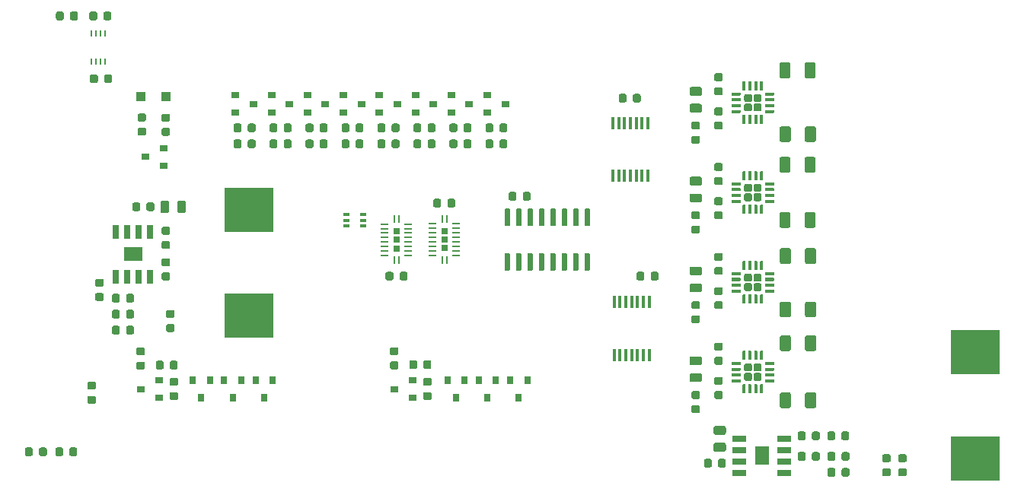
<source format=gbr>
G04 #@! TF.GenerationSoftware,KiCad,Pcbnew,(5.1.5-0-10_14)*
G04 #@! TF.CreationDate,2020-02-27T14:11:35-08:00*
G04 #@! TF.ProjectId,MotorDriverBoard_v2,4d6f746f-7244-4726-9976-6572426f6172,rev?*
G04 #@! TF.SameCoordinates,Original*
G04 #@! TF.FileFunction,Paste,Top*
G04 #@! TF.FilePolarity,Positive*
%FSLAX46Y46*%
G04 Gerber Fmt 4.6, Leading zero omitted, Abs format (unit mm)*
G04 Created by KiCad (PCBNEW (5.1.5-0-10_14)) date 2020-02-27 14:11:35*
%MOMM*%
%LPD*%
G04 APERTURE LIST*
%ADD10R,0.250000X0.750000*%
%ADD11C,0.100000*%
%ADD12R,1.505000X0.802000*%
%ADD13R,1.567800X2.101200*%
%ADD14R,5.400000X4.900000*%
%ADD15R,2.101200X1.567800*%
%ADD16R,0.802000X1.505000*%
%ADD17R,0.900000X0.800000*%
%ADD18R,0.650000X0.400000*%
%ADD19R,0.800000X0.900000*%
%ADD20R,0.450000X1.450000*%
%ADD21R,0.800000X0.800000*%
%ADD22R,0.900000X0.240000*%
%ADD23R,0.240000X0.900000*%
%ADD24R,1.100000X1.100000*%
G04 APERTURE END LIST*
D10*
X80250000Y-37550000D03*
X79750000Y-37550000D03*
X79250000Y-37550000D03*
X78750000Y-37550000D03*
X78750000Y-34450000D03*
X79250000Y-34450000D03*
X79750000Y-34450000D03*
X80250000Y-34450000D03*
D11*
G36*
X77027691Y-32026053D02*
G01*
X77048926Y-32029203D01*
X77069750Y-32034419D01*
X77089962Y-32041651D01*
X77109368Y-32050830D01*
X77127781Y-32061866D01*
X77145024Y-32074654D01*
X77160930Y-32089070D01*
X77175346Y-32104976D01*
X77188134Y-32122219D01*
X77199170Y-32140632D01*
X77208349Y-32160038D01*
X77215581Y-32180250D01*
X77220797Y-32201074D01*
X77223947Y-32222309D01*
X77225000Y-32243750D01*
X77225000Y-32756250D01*
X77223947Y-32777691D01*
X77220797Y-32798926D01*
X77215581Y-32819750D01*
X77208349Y-32839962D01*
X77199170Y-32859368D01*
X77188134Y-32877781D01*
X77175346Y-32895024D01*
X77160930Y-32910930D01*
X77145024Y-32925346D01*
X77127781Y-32938134D01*
X77109368Y-32949170D01*
X77089962Y-32958349D01*
X77069750Y-32965581D01*
X77048926Y-32970797D01*
X77027691Y-32973947D01*
X77006250Y-32975000D01*
X76568750Y-32975000D01*
X76547309Y-32973947D01*
X76526074Y-32970797D01*
X76505250Y-32965581D01*
X76485038Y-32958349D01*
X76465632Y-32949170D01*
X76447219Y-32938134D01*
X76429976Y-32925346D01*
X76414070Y-32910930D01*
X76399654Y-32895024D01*
X76386866Y-32877781D01*
X76375830Y-32859368D01*
X76366651Y-32839962D01*
X76359419Y-32819750D01*
X76354203Y-32798926D01*
X76351053Y-32777691D01*
X76350000Y-32756250D01*
X76350000Y-32243750D01*
X76351053Y-32222309D01*
X76354203Y-32201074D01*
X76359419Y-32180250D01*
X76366651Y-32160038D01*
X76375830Y-32140632D01*
X76386866Y-32122219D01*
X76399654Y-32104976D01*
X76414070Y-32089070D01*
X76429976Y-32074654D01*
X76447219Y-32061866D01*
X76465632Y-32050830D01*
X76485038Y-32041651D01*
X76505250Y-32034419D01*
X76526074Y-32029203D01*
X76547309Y-32026053D01*
X76568750Y-32025000D01*
X77006250Y-32025000D01*
X77027691Y-32026053D01*
G37*
G36*
X75452691Y-32026053D02*
G01*
X75473926Y-32029203D01*
X75494750Y-32034419D01*
X75514962Y-32041651D01*
X75534368Y-32050830D01*
X75552781Y-32061866D01*
X75570024Y-32074654D01*
X75585930Y-32089070D01*
X75600346Y-32104976D01*
X75613134Y-32122219D01*
X75624170Y-32140632D01*
X75633349Y-32160038D01*
X75640581Y-32180250D01*
X75645797Y-32201074D01*
X75648947Y-32222309D01*
X75650000Y-32243750D01*
X75650000Y-32756250D01*
X75648947Y-32777691D01*
X75645797Y-32798926D01*
X75640581Y-32819750D01*
X75633349Y-32839962D01*
X75624170Y-32859368D01*
X75613134Y-32877781D01*
X75600346Y-32895024D01*
X75585930Y-32910930D01*
X75570024Y-32925346D01*
X75552781Y-32938134D01*
X75534368Y-32949170D01*
X75514962Y-32958349D01*
X75494750Y-32965581D01*
X75473926Y-32970797D01*
X75452691Y-32973947D01*
X75431250Y-32975000D01*
X74993750Y-32975000D01*
X74972309Y-32973947D01*
X74951074Y-32970797D01*
X74930250Y-32965581D01*
X74910038Y-32958349D01*
X74890632Y-32949170D01*
X74872219Y-32938134D01*
X74854976Y-32925346D01*
X74839070Y-32910930D01*
X74824654Y-32895024D01*
X74811866Y-32877781D01*
X74800830Y-32859368D01*
X74791651Y-32839962D01*
X74784419Y-32819750D01*
X74779203Y-32798926D01*
X74776053Y-32777691D01*
X74775000Y-32756250D01*
X74775000Y-32243750D01*
X74776053Y-32222309D01*
X74779203Y-32201074D01*
X74784419Y-32180250D01*
X74791651Y-32160038D01*
X74800830Y-32140632D01*
X74811866Y-32122219D01*
X74824654Y-32104976D01*
X74839070Y-32089070D01*
X74854976Y-32074654D01*
X74872219Y-32061866D01*
X74890632Y-32050830D01*
X74910038Y-32041651D01*
X74930250Y-32034419D01*
X74951074Y-32029203D01*
X74972309Y-32026053D01*
X74993750Y-32025000D01*
X75431250Y-32025000D01*
X75452691Y-32026053D01*
G37*
G36*
X79240191Y-39026053D02*
G01*
X79261426Y-39029203D01*
X79282250Y-39034419D01*
X79302462Y-39041651D01*
X79321868Y-39050830D01*
X79340281Y-39061866D01*
X79357524Y-39074654D01*
X79373430Y-39089070D01*
X79387846Y-39104976D01*
X79400634Y-39122219D01*
X79411670Y-39140632D01*
X79420849Y-39160038D01*
X79428081Y-39180250D01*
X79433297Y-39201074D01*
X79436447Y-39222309D01*
X79437500Y-39243750D01*
X79437500Y-39756250D01*
X79436447Y-39777691D01*
X79433297Y-39798926D01*
X79428081Y-39819750D01*
X79420849Y-39839962D01*
X79411670Y-39859368D01*
X79400634Y-39877781D01*
X79387846Y-39895024D01*
X79373430Y-39910930D01*
X79357524Y-39925346D01*
X79340281Y-39938134D01*
X79321868Y-39949170D01*
X79302462Y-39958349D01*
X79282250Y-39965581D01*
X79261426Y-39970797D01*
X79240191Y-39973947D01*
X79218750Y-39975000D01*
X78781250Y-39975000D01*
X78759809Y-39973947D01*
X78738574Y-39970797D01*
X78717750Y-39965581D01*
X78697538Y-39958349D01*
X78678132Y-39949170D01*
X78659719Y-39938134D01*
X78642476Y-39925346D01*
X78626570Y-39910930D01*
X78612154Y-39895024D01*
X78599366Y-39877781D01*
X78588330Y-39859368D01*
X78579151Y-39839962D01*
X78571919Y-39819750D01*
X78566703Y-39798926D01*
X78563553Y-39777691D01*
X78562500Y-39756250D01*
X78562500Y-39243750D01*
X78563553Y-39222309D01*
X78566703Y-39201074D01*
X78571919Y-39180250D01*
X78579151Y-39160038D01*
X78588330Y-39140632D01*
X78599366Y-39122219D01*
X78612154Y-39104976D01*
X78626570Y-39089070D01*
X78642476Y-39074654D01*
X78659719Y-39061866D01*
X78678132Y-39050830D01*
X78697538Y-39041651D01*
X78717750Y-39034419D01*
X78738574Y-39029203D01*
X78759809Y-39026053D01*
X78781250Y-39025000D01*
X79218750Y-39025000D01*
X79240191Y-39026053D01*
G37*
G36*
X80815191Y-39026053D02*
G01*
X80836426Y-39029203D01*
X80857250Y-39034419D01*
X80877462Y-39041651D01*
X80896868Y-39050830D01*
X80915281Y-39061866D01*
X80932524Y-39074654D01*
X80948430Y-39089070D01*
X80962846Y-39104976D01*
X80975634Y-39122219D01*
X80986670Y-39140632D01*
X80995849Y-39160038D01*
X81003081Y-39180250D01*
X81008297Y-39201074D01*
X81011447Y-39222309D01*
X81012500Y-39243750D01*
X81012500Y-39756250D01*
X81011447Y-39777691D01*
X81008297Y-39798926D01*
X81003081Y-39819750D01*
X80995849Y-39839962D01*
X80986670Y-39859368D01*
X80975634Y-39877781D01*
X80962846Y-39895024D01*
X80948430Y-39910930D01*
X80932524Y-39925346D01*
X80915281Y-39938134D01*
X80896868Y-39949170D01*
X80877462Y-39958349D01*
X80857250Y-39965581D01*
X80836426Y-39970797D01*
X80815191Y-39973947D01*
X80793750Y-39975000D01*
X80356250Y-39975000D01*
X80334809Y-39973947D01*
X80313574Y-39970797D01*
X80292750Y-39965581D01*
X80272538Y-39958349D01*
X80253132Y-39949170D01*
X80234719Y-39938134D01*
X80217476Y-39925346D01*
X80201570Y-39910930D01*
X80187154Y-39895024D01*
X80174366Y-39877781D01*
X80163330Y-39859368D01*
X80154151Y-39839962D01*
X80146919Y-39819750D01*
X80141703Y-39798926D01*
X80138553Y-39777691D01*
X80137500Y-39756250D01*
X80137500Y-39243750D01*
X80138553Y-39222309D01*
X80141703Y-39201074D01*
X80146919Y-39180250D01*
X80154151Y-39160038D01*
X80163330Y-39140632D01*
X80174366Y-39122219D01*
X80187154Y-39104976D01*
X80201570Y-39089070D01*
X80217476Y-39074654D01*
X80234719Y-39061866D01*
X80253132Y-39050830D01*
X80272538Y-39041651D01*
X80292750Y-39034419D01*
X80313574Y-39029203D01*
X80334809Y-39026053D01*
X80356250Y-39025000D01*
X80793750Y-39025000D01*
X80815191Y-39026053D01*
G37*
G36*
X80740191Y-32026053D02*
G01*
X80761426Y-32029203D01*
X80782250Y-32034419D01*
X80802462Y-32041651D01*
X80821868Y-32050830D01*
X80840281Y-32061866D01*
X80857524Y-32074654D01*
X80873430Y-32089070D01*
X80887846Y-32104976D01*
X80900634Y-32122219D01*
X80911670Y-32140632D01*
X80920849Y-32160038D01*
X80928081Y-32180250D01*
X80933297Y-32201074D01*
X80936447Y-32222309D01*
X80937500Y-32243750D01*
X80937500Y-32756250D01*
X80936447Y-32777691D01*
X80933297Y-32798926D01*
X80928081Y-32819750D01*
X80920849Y-32839962D01*
X80911670Y-32859368D01*
X80900634Y-32877781D01*
X80887846Y-32895024D01*
X80873430Y-32910930D01*
X80857524Y-32925346D01*
X80840281Y-32938134D01*
X80821868Y-32949170D01*
X80802462Y-32958349D01*
X80782250Y-32965581D01*
X80761426Y-32970797D01*
X80740191Y-32973947D01*
X80718750Y-32975000D01*
X80281250Y-32975000D01*
X80259809Y-32973947D01*
X80238574Y-32970797D01*
X80217750Y-32965581D01*
X80197538Y-32958349D01*
X80178132Y-32949170D01*
X80159719Y-32938134D01*
X80142476Y-32925346D01*
X80126570Y-32910930D01*
X80112154Y-32895024D01*
X80099366Y-32877781D01*
X80088330Y-32859368D01*
X80079151Y-32839962D01*
X80071919Y-32819750D01*
X80066703Y-32798926D01*
X80063553Y-32777691D01*
X80062500Y-32756250D01*
X80062500Y-32243750D01*
X80063553Y-32222309D01*
X80066703Y-32201074D01*
X80071919Y-32180250D01*
X80079151Y-32160038D01*
X80088330Y-32140632D01*
X80099366Y-32122219D01*
X80112154Y-32104976D01*
X80126570Y-32089070D01*
X80142476Y-32074654D01*
X80159719Y-32061866D01*
X80178132Y-32050830D01*
X80197538Y-32041651D01*
X80217750Y-32034419D01*
X80238574Y-32029203D01*
X80259809Y-32026053D01*
X80281250Y-32025000D01*
X80718750Y-32025000D01*
X80740191Y-32026053D01*
G37*
G36*
X79165191Y-32026053D02*
G01*
X79186426Y-32029203D01*
X79207250Y-32034419D01*
X79227462Y-32041651D01*
X79246868Y-32050830D01*
X79265281Y-32061866D01*
X79282524Y-32074654D01*
X79298430Y-32089070D01*
X79312846Y-32104976D01*
X79325634Y-32122219D01*
X79336670Y-32140632D01*
X79345849Y-32160038D01*
X79353081Y-32180250D01*
X79358297Y-32201074D01*
X79361447Y-32222309D01*
X79362500Y-32243750D01*
X79362500Y-32756250D01*
X79361447Y-32777691D01*
X79358297Y-32798926D01*
X79353081Y-32819750D01*
X79345849Y-32839962D01*
X79336670Y-32859368D01*
X79325634Y-32877781D01*
X79312846Y-32895024D01*
X79298430Y-32910930D01*
X79282524Y-32925346D01*
X79265281Y-32938134D01*
X79246868Y-32949170D01*
X79227462Y-32958349D01*
X79207250Y-32965581D01*
X79186426Y-32970797D01*
X79165191Y-32973947D01*
X79143750Y-32975000D01*
X78706250Y-32975000D01*
X78684809Y-32973947D01*
X78663574Y-32970797D01*
X78642750Y-32965581D01*
X78622538Y-32958349D01*
X78603132Y-32949170D01*
X78584719Y-32938134D01*
X78567476Y-32925346D01*
X78551570Y-32910930D01*
X78537154Y-32895024D01*
X78524366Y-32877781D01*
X78513330Y-32859368D01*
X78504151Y-32839962D01*
X78496919Y-32819750D01*
X78491703Y-32798926D01*
X78488553Y-32777691D01*
X78487500Y-32756250D01*
X78487500Y-32243750D01*
X78488553Y-32222309D01*
X78491703Y-32201074D01*
X78496919Y-32180250D01*
X78504151Y-32160038D01*
X78513330Y-32140632D01*
X78524366Y-32122219D01*
X78537154Y-32104976D01*
X78551570Y-32089070D01*
X78567476Y-32074654D01*
X78584719Y-32061866D01*
X78603132Y-32050830D01*
X78622538Y-32041651D01*
X78642750Y-32034419D01*
X78663574Y-32029203D01*
X78684809Y-32026053D01*
X78706250Y-32025000D01*
X79143750Y-32025000D01*
X79165191Y-32026053D01*
G37*
G36*
X156298704Y-68061804D02*
G01*
X156322973Y-68065404D01*
X156346771Y-68071365D01*
X156369871Y-68079630D01*
X156392049Y-68090120D01*
X156413093Y-68102733D01*
X156432798Y-68117347D01*
X156450977Y-68133823D01*
X156467453Y-68152002D01*
X156482067Y-68171707D01*
X156494680Y-68192751D01*
X156505170Y-68214929D01*
X156513435Y-68238029D01*
X156519396Y-68261827D01*
X156522996Y-68286096D01*
X156524200Y-68310600D01*
X156524200Y-69560600D01*
X156522996Y-69585104D01*
X156519396Y-69609373D01*
X156513435Y-69633171D01*
X156505170Y-69656271D01*
X156494680Y-69678449D01*
X156482067Y-69699493D01*
X156467453Y-69719198D01*
X156450977Y-69737377D01*
X156432798Y-69753853D01*
X156413093Y-69768467D01*
X156392049Y-69781080D01*
X156369871Y-69791570D01*
X156346771Y-69799835D01*
X156322973Y-69805796D01*
X156298704Y-69809396D01*
X156274200Y-69810600D01*
X155524200Y-69810600D01*
X155499696Y-69809396D01*
X155475427Y-69805796D01*
X155451629Y-69799835D01*
X155428529Y-69791570D01*
X155406351Y-69781080D01*
X155385307Y-69768467D01*
X155365602Y-69753853D01*
X155347423Y-69737377D01*
X155330947Y-69719198D01*
X155316333Y-69699493D01*
X155303720Y-69678449D01*
X155293230Y-69656271D01*
X155284965Y-69633171D01*
X155279004Y-69609373D01*
X155275404Y-69585104D01*
X155274200Y-69560600D01*
X155274200Y-68310600D01*
X155275404Y-68286096D01*
X155279004Y-68261827D01*
X155284965Y-68238029D01*
X155293230Y-68214929D01*
X155303720Y-68192751D01*
X155316333Y-68171707D01*
X155330947Y-68152002D01*
X155347423Y-68133823D01*
X155365602Y-68117347D01*
X155385307Y-68102733D01*
X155406351Y-68090120D01*
X155428529Y-68079630D01*
X155451629Y-68071365D01*
X155475427Y-68065404D01*
X155499696Y-68061804D01*
X155524200Y-68060600D01*
X156274200Y-68060600D01*
X156298704Y-68061804D01*
G37*
G36*
X159098704Y-68061804D02*
G01*
X159122973Y-68065404D01*
X159146771Y-68071365D01*
X159169871Y-68079630D01*
X159192049Y-68090120D01*
X159213093Y-68102733D01*
X159232798Y-68117347D01*
X159250977Y-68133823D01*
X159267453Y-68152002D01*
X159282067Y-68171707D01*
X159294680Y-68192751D01*
X159305170Y-68214929D01*
X159313435Y-68238029D01*
X159319396Y-68261827D01*
X159322996Y-68286096D01*
X159324200Y-68310600D01*
X159324200Y-69560600D01*
X159322996Y-69585104D01*
X159319396Y-69609373D01*
X159313435Y-69633171D01*
X159305170Y-69656271D01*
X159294680Y-69678449D01*
X159282067Y-69699493D01*
X159267453Y-69719198D01*
X159250977Y-69737377D01*
X159232798Y-69753853D01*
X159213093Y-69768467D01*
X159192049Y-69781080D01*
X159169871Y-69791570D01*
X159146771Y-69799835D01*
X159122973Y-69805796D01*
X159098704Y-69809396D01*
X159074200Y-69810600D01*
X158324200Y-69810600D01*
X158299696Y-69809396D01*
X158275427Y-69805796D01*
X158251629Y-69799835D01*
X158228529Y-69791570D01*
X158206351Y-69781080D01*
X158185307Y-69768467D01*
X158165602Y-69753853D01*
X158147423Y-69737377D01*
X158130947Y-69719198D01*
X158116333Y-69699493D01*
X158103720Y-69678449D01*
X158093230Y-69656271D01*
X158084965Y-69633171D01*
X158079004Y-69609373D01*
X158075404Y-69585104D01*
X158074200Y-69560600D01*
X158074200Y-68310600D01*
X158075404Y-68286096D01*
X158079004Y-68261827D01*
X158084965Y-68238029D01*
X158093230Y-68214929D01*
X158103720Y-68192751D01*
X158116333Y-68171707D01*
X158130947Y-68152002D01*
X158147423Y-68133823D01*
X158165602Y-68117347D01*
X158185307Y-68102733D01*
X158206351Y-68090120D01*
X158228529Y-68079630D01*
X158251629Y-68071365D01*
X158275427Y-68065404D01*
X158299696Y-68061804D01*
X158324200Y-68060600D01*
X159074200Y-68060600D01*
X159098704Y-68061804D01*
G37*
G36*
X156298704Y-58359004D02*
G01*
X156322973Y-58362604D01*
X156346771Y-58368565D01*
X156369871Y-58376830D01*
X156392049Y-58387320D01*
X156413093Y-58399933D01*
X156432798Y-58414547D01*
X156450977Y-58431023D01*
X156467453Y-58449202D01*
X156482067Y-58468907D01*
X156494680Y-58489951D01*
X156505170Y-58512129D01*
X156513435Y-58535229D01*
X156519396Y-58559027D01*
X156522996Y-58583296D01*
X156524200Y-58607800D01*
X156524200Y-59857800D01*
X156522996Y-59882304D01*
X156519396Y-59906573D01*
X156513435Y-59930371D01*
X156505170Y-59953471D01*
X156494680Y-59975649D01*
X156482067Y-59996693D01*
X156467453Y-60016398D01*
X156450977Y-60034577D01*
X156432798Y-60051053D01*
X156413093Y-60065667D01*
X156392049Y-60078280D01*
X156369871Y-60088770D01*
X156346771Y-60097035D01*
X156322973Y-60102996D01*
X156298704Y-60106596D01*
X156274200Y-60107800D01*
X155524200Y-60107800D01*
X155499696Y-60106596D01*
X155475427Y-60102996D01*
X155451629Y-60097035D01*
X155428529Y-60088770D01*
X155406351Y-60078280D01*
X155385307Y-60065667D01*
X155365602Y-60051053D01*
X155347423Y-60034577D01*
X155330947Y-60016398D01*
X155316333Y-59996693D01*
X155303720Y-59975649D01*
X155293230Y-59953471D01*
X155284965Y-59930371D01*
X155279004Y-59906573D01*
X155275404Y-59882304D01*
X155274200Y-59857800D01*
X155274200Y-58607800D01*
X155275404Y-58583296D01*
X155279004Y-58559027D01*
X155284965Y-58535229D01*
X155293230Y-58512129D01*
X155303720Y-58489951D01*
X155316333Y-58468907D01*
X155330947Y-58449202D01*
X155347423Y-58431023D01*
X155365602Y-58414547D01*
X155385307Y-58399933D01*
X155406351Y-58387320D01*
X155428529Y-58376830D01*
X155451629Y-58368565D01*
X155475427Y-58362604D01*
X155499696Y-58359004D01*
X155524200Y-58357800D01*
X156274200Y-58357800D01*
X156298704Y-58359004D01*
G37*
G36*
X159098704Y-58359004D02*
G01*
X159122973Y-58362604D01*
X159146771Y-58368565D01*
X159169871Y-58376830D01*
X159192049Y-58387320D01*
X159213093Y-58399933D01*
X159232798Y-58414547D01*
X159250977Y-58431023D01*
X159267453Y-58449202D01*
X159282067Y-58468907D01*
X159294680Y-58489951D01*
X159305170Y-58512129D01*
X159313435Y-58535229D01*
X159319396Y-58559027D01*
X159322996Y-58583296D01*
X159324200Y-58607800D01*
X159324200Y-59857800D01*
X159322996Y-59882304D01*
X159319396Y-59906573D01*
X159313435Y-59930371D01*
X159305170Y-59953471D01*
X159294680Y-59975649D01*
X159282067Y-59996693D01*
X159267453Y-60016398D01*
X159250977Y-60034577D01*
X159232798Y-60051053D01*
X159213093Y-60065667D01*
X159192049Y-60078280D01*
X159169871Y-60088770D01*
X159146771Y-60097035D01*
X159122973Y-60102996D01*
X159098704Y-60106596D01*
X159074200Y-60107800D01*
X158324200Y-60107800D01*
X158299696Y-60106596D01*
X158275427Y-60102996D01*
X158251629Y-60097035D01*
X158228529Y-60088770D01*
X158206351Y-60078280D01*
X158185307Y-60065667D01*
X158165602Y-60051053D01*
X158147423Y-60034577D01*
X158130947Y-60016398D01*
X158116333Y-59996693D01*
X158103720Y-59975649D01*
X158093230Y-59953471D01*
X158084965Y-59930371D01*
X158079004Y-59906573D01*
X158075404Y-59882304D01*
X158074200Y-59857800D01*
X158074200Y-58607800D01*
X158075404Y-58583296D01*
X158079004Y-58559027D01*
X158084965Y-58535229D01*
X158093230Y-58512129D01*
X158103720Y-58489951D01*
X158116333Y-58468907D01*
X158130947Y-58449202D01*
X158147423Y-58431023D01*
X158165602Y-58414547D01*
X158185307Y-58399933D01*
X158206351Y-58387320D01*
X158228529Y-58376830D01*
X158251629Y-58368565D01*
X158275427Y-58362604D01*
X158299696Y-58359004D01*
X158324200Y-58357800D01*
X159074200Y-58357800D01*
X159098704Y-58359004D01*
G37*
G36*
X156247904Y-48199004D02*
G01*
X156272173Y-48202604D01*
X156295971Y-48208565D01*
X156319071Y-48216830D01*
X156341249Y-48227320D01*
X156362293Y-48239933D01*
X156381998Y-48254547D01*
X156400177Y-48271023D01*
X156416653Y-48289202D01*
X156431267Y-48308907D01*
X156443880Y-48329951D01*
X156454370Y-48352129D01*
X156462635Y-48375229D01*
X156468596Y-48399027D01*
X156472196Y-48423296D01*
X156473400Y-48447800D01*
X156473400Y-49697800D01*
X156472196Y-49722304D01*
X156468596Y-49746573D01*
X156462635Y-49770371D01*
X156454370Y-49793471D01*
X156443880Y-49815649D01*
X156431267Y-49836693D01*
X156416653Y-49856398D01*
X156400177Y-49874577D01*
X156381998Y-49891053D01*
X156362293Y-49905667D01*
X156341249Y-49918280D01*
X156319071Y-49928770D01*
X156295971Y-49937035D01*
X156272173Y-49942996D01*
X156247904Y-49946596D01*
X156223400Y-49947800D01*
X155473400Y-49947800D01*
X155448896Y-49946596D01*
X155424627Y-49942996D01*
X155400829Y-49937035D01*
X155377729Y-49928770D01*
X155355551Y-49918280D01*
X155334507Y-49905667D01*
X155314802Y-49891053D01*
X155296623Y-49874577D01*
X155280147Y-49856398D01*
X155265533Y-49836693D01*
X155252920Y-49815649D01*
X155242430Y-49793471D01*
X155234165Y-49770371D01*
X155228204Y-49746573D01*
X155224604Y-49722304D01*
X155223400Y-49697800D01*
X155223400Y-48447800D01*
X155224604Y-48423296D01*
X155228204Y-48399027D01*
X155234165Y-48375229D01*
X155242430Y-48352129D01*
X155252920Y-48329951D01*
X155265533Y-48308907D01*
X155280147Y-48289202D01*
X155296623Y-48271023D01*
X155314802Y-48254547D01*
X155334507Y-48239933D01*
X155355551Y-48227320D01*
X155377729Y-48216830D01*
X155400829Y-48208565D01*
X155424627Y-48202604D01*
X155448896Y-48199004D01*
X155473400Y-48197800D01*
X156223400Y-48197800D01*
X156247904Y-48199004D01*
G37*
G36*
X159047904Y-48199004D02*
G01*
X159072173Y-48202604D01*
X159095971Y-48208565D01*
X159119071Y-48216830D01*
X159141249Y-48227320D01*
X159162293Y-48239933D01*
X159181998Y-48254547D01*
X159200177Y-48271023D01*
X159216653Y-48289202D01*
X159231267Y-48308907D01*
X159243880Y-48329951D01*
X159254370Y-48352129D01*
X159262635Y-48375229D01*
X159268596Y-48399027D01*
X159272196Y-48423296D01*
X159273400Y-48447800D01*
X159273400Y-49697800D01*
X159272196Y-49722304D01*
X159268596Y-49746573D01*
X159262635Y-49770371D01*
X159254370Y-49793471D01*
X159243880Y-49815649D01*
X159231267Y-49836693D01*
X159216653Y-49856398D01*
X159200177Y-49874577D01*
X159181998Y-49891053D01*
X159162293Y-49905667D01*
X159141249Y-49918280D01*
X159119071Y-49928770D01*
X159095971Y-49937035D01*
X159072173Y-49942996D01*
X159047904Y-49946596D01*
X159023400Y-49947800D01*
X158273400Y-49947800D01*
X158248896Y-49946596D01*
X158224627Y-49942996D01*
X158200829Y-49937035D01*
X158177729Y-49928770D01*
X158155551Y-49918280D01*
X158134507Y-49905667D01*
X158114802Y-49891053D01*
X158096623Y-49874577D01*
X158080147Y-49856398D01*
X158065533Y-49836693D01*
X158052920Y-49815649D01*
X158042430Y-49793471D01*
X158034165Y-49770371D01*
X158028204Y-49746573D01*
X158024604Y-49722304D01*
X158023400Y-49697800D01*
X158023400Y-48447800D01*
X158024604Y-48423296D01*
X158028204Y-48399027D01*
X158034165Y-48375229D01*
X158042430Y-48352129D01*
X158052920Y-48329951D01*
X158065533Y-48308907D01*
X158080147Y-48289202D01*
X158096623Y-48271023D01*
X158114802Y-48254547D01*
X158134507Y-48239933D01*
X158155551Y-48227320D01*
X158177729Y-48216830D01*
X158200829Y-48208565D01*
X158224627Y-48202604D01*
X158248896Y-48199004D01*
X158273400Y-48197800D01*
X159023400Y-48197800D01*
X159047904Y-48199004D01*
G37*
G36*
X156247904Y-37683404D02*
G01*
X156272173Y-37687004D01*
X156295971Y-37692965D01*
X156319071Y-37701230D01*
X156341249Y-37711720D01*
X156362293Y-37724333D01*
X156381998Y-37738947D01*
X156400177Y-37755423D01*
X156416653Y-37773602D01*
X156431267Y-37793307D01*
X156443880Y-37814351D01*
X156454370Y-37836529D01*
X156462635Y-37859629D01*
X156468596Y-37883427D01*
X156472196Y-37907696D01*
X156473400Y-37932200D01*
X156473400Y-39182200D01*
X156472196Y-39206704D01*
X156468596Y-39230973D01*
X156462635Y-39254771D01*
X156454370Y-39277871D01*
X156443880Y-39300049D01*
X156431267Y-39321093D01*
X156416653Y-39340798D01*
X156400177Y-39358977D01*
X156381998Y-39375453D01*
X156362293Y-39390067D01*
X156341249Y-39402680D01*
X156319071Y-39413170D01*
X156295971Y-39421435D01*
X156272173Y-39427396D01*
X156247904Y-39430996D01*
X156223400Y-39432200D01*
X155473400Y-39432200D01*
X155448896Y-39430996D01*
X155424627Y-39427396D01*
X155400829Y-39421435D01*
X155377729Y-39413170D01*
X155355551Y-39402680D01*
X155334507Y-39390067D01*
X155314802Y-39375453D01*
X155296623Y-39358977D01*
X155280147Y-39340798D01*
X155265533Y-39321093D01*
X155252920Y-39300049D01*
X155242430Y-39277871D01*
X155234165Y-39254771D01*
X155228204Y-39230973D01*
X155224604Y-39206704D01*
X155223400Y-39182200D01*
X155223400Y-37932200D01*
X155224604Y-37907696D01*
X155228204Y-37883427D01*
X155234165Y-37859629D01*
X155242430Y-37836529D01*
X155252920Y-37814351D01*
X155265533Y-37793307D01*
X155280147Y-37773602D01*
X155296623Y-37755423D01*
X155314802Y-37738947D01*
X155334507Y-37724333D01*
X155355551Y-37711720D01*
X155377729Y-37701230D01*
X155400829Y-37692965D01*
X155424627Y-37687004D01*
X155448896Y-37683404D01*
X155473400Y-37682200D01*
X156223400Y-37682200D01*
X156247904Y-37683404D01*
G37*
G36*
X159047904Y-37683404D02*
G01*
X159072173Y-37687004D01*
X159095971Y-37692965D01*
X159119071Y-37701230D01*
X159141249Y-37711720D01*
X159162293Y-37724333D01*
X159181998Y-37738947D01*
X159200177Y-37755423D01*
X159216653Y-37773602D01*
X159231267Y-37793307D01*
X159243880Y-37814351D01*
X159254370Y-37836529D01*
X159262635Y-37859629D01*
X159268596Y-37883427D01*
X159272196Y-37907696D01*
X159273400Y-37932200D01*
X159273400Y-39182200D01*
X159272196Y-39206704D01*
X159268596Y-39230973D01*
X159262635Y-39254771D01*
X159254370Y-39277871D01*
X159243880Y-39300049D01*
X159231267Y-39321093D01*
X159216653Y-39340798D01*
X159200177Y-39358977D01*
X159181998Y-39375453D01*
X159162293Y-39390067D01*
X159141249Y-39402680D01*
X159119071Y-39413170D01*
X159095971Y-39421435D01*
X159072173Y-39427396D01*
X159047904Y-39430996D01*
X159023400Y-39432200D01*
X158273400Y-39432200D01*
X158248896Y-39430996D01*
X158224627Y-39427396D01*
X158200829Y-39421435D01*
X158177729Y-39413170D01*
X158155551Y-39402680D01*
X158134507Y-39390067D01*
X158114802Y-39375453D01*
X158096623Y-39358977D01*
X158080147Y-39340798D01*
X158065533Y-39321093D01*
X158052920Y-39300049D01*
X158042430Y-39277871D01*
X158034165Y-39254771D01*
X158028204Y-39230973D01*
X158024604Y-39206704D01*
X158023400Y-39182200D01*
X158023400Y-37932200D01*
X158024604Y-37907696D01*
X158028204Y-37883427D01*
X158034165Y-37859629D01*
X158042430Y-37836529D01*
X158052920Y-37814351D01*
X158065533Y-37793307D01*
X158080147Y-37773602D01*
X158096623Y-37755423D01*
X158114802Y-37738947D01*
X158134507Y-37724333D01*
X158155551Y-37711720D01*
X158177729Y-37701230D01*
X158200829Y-37692965D01*
X158224627Y-37687004D01*
X158248896Y-37683404D01*
X158273400Y-37682200D01*
X159023400Y-37682200D01*
X159047904Y-37683404D01*
G37*
G36*
X159098704Y-74411804D02*
G01*
X159122973Y-74415404D01*
X159146771Y-74421365D01*
X159169871Y-74429630D01*
X159192049Y-74440120D01*
X159213093Y-74452733D01*
X159232798Y-74467347D01*
X159250977Y-74483823D01*
X159267453Y-74502002D01*
X159282067Y-74521707D01*
X159294680Y-74542751D01*
X159305170Y-74564929D01*
X159313435Y-74588029D01*
X159319396Y-74611827D01*
X159322996Y-74636096D01*
X159324200Y-74660600D01*
X159324200Y-75910600D01*
X159322996Y-75935104D01*
X159319396Y-75959373D01*
X159313435Y-75983171D01*
X159305170Y-76006271D01*
X159294680Y-76028449D01*
X159282067Y-76049493D01*
X159267453Y-76069198D01*
X159250977Y-76087377D01*
X159232798Y-76103853D01*
X159213093Y-76118467D01*
X159192049Y-76131080D01*
X159169871Y-76141570D01*
X159146771Y-76149835D01*
X159122973Y-76155796D01*
X159098704Y-76159396D01*
X159074200Y-76160600D01*
X158324200Y-76160600D01*
X158299696Y-76159396D01*
X158275427Y-76155796D01*
X158251629Y-76149835D01*
X158228529Y-76141570D01*
X158206351Y-76131080D01*
X158185307Y-76118467D01*
X158165602Y-76103853D01*
X158147423Y-76087377D01*
X158130947Y-76069198D01*
X158116333Y-76049493D01*
X158103720Y-76028449D01*
X158093230Y-76006271D01*
X158084965Y-75983171D01*
X158079004Y-75959373D01*
X158075404Y-75935104D01*
X158074200Y-75910600D01*
X158074200Y-74660600D01*
X158075404Y-74636096D01*
X158079004Y-74611827D01*
X158084965Y-74588029D01*
X158093230Y-74564929D01*
X158103720Y-74542751D01*
X158116333Y-74521707D01*
X158130947Y-74502002D01*
X158147423Y-74483823D01*
X158165602Y-74467347D01*
X158185307Y-74452733D01*
X158206351Y-74440120D01*
X158228529Y-74429630D01*
X158251629Y-74421365D01*
X158275427Y-74415404D01*
X158299696Y-74411804D01*
X158324200Y-74410600D01*
X159074200Y-74410600D01*
X159098704Y-74411804D01*
G37*
G36*
X156298704Y-74411804D02*
G01*
X156322973Y-74415404D01*
X156346771Y-74421365D01*
X156369871Y-74429630D01*
X156392049Y-74440120D01*
X156413093Y-74452733D01*
X156432798Y-74467347D01*
X156450977Y-74483823D01*
X156467453Y-74502002D01*
X156482067Y-74521707D01*
X156494680Y-74542751D01*
X156505170Y-74564929D01*
X156513435Y-74588029D01*
X156519396Y-74611827D01*
X156522996Y-74636096D01*
X156524200Y-74660600D01*
X156524200Y-75910600D01*
X156522996Y-75935104D01*
X156519396Y-75959373D01*
X156513435Y-75983171D01*
X156505170Y-76006271D01*
X156494680Y-76028449D01*
X156482067Y-76049493D01*
X156467453Y-76069198D01*
X156450977Y-76087377D01*
X156432798Y-76103853D01*
X156413093Y-76118467D01*
X156392049Y-76131080D01*
X156369871Y-76141570D01*
X156346771Y-76149835D01*
X156322973Y-76155796D01*
X156298704Y-76159396D01*
X156274200Y-76160600D01*
X155524200Y-76160600D01*
X155499696Y-76159396D01*
X155475427Y-76155796D01*
X155451629Y-76149835D01*
X155428529Y-76141570D01*
X155406351Y-76131080D01*
X155385307Y-76118467D01*
X155365602Y-76103853D01*
X155347423Y-76087377D01*
X155330947Y-76069198D01*
X155316333Y-76049493D01*
X155303720Y-76028449D01*
X155293230Y-76006271D01*
X155284965Y-75983171D01*
X155279004Y-75959373D01*
X155275404Y-75935104D01*
X155274200Y-75910600D01*
X155274200Y-74660600D01*
X155275404Y-74636096D01*
X155279004Y-74611827D01*
X155284965Y-74588029D01*
X155293230Y-74564929D01*
X155303720Y-74542751D01*
X155316333Y-74521707D01*
X155330947Y-74502002D01*
X155347423Y-74483823D01*
X155365602Y-74467347D01*
X155385307Y-74452733D01*
X155406351Y-74440120D01*
X155428529Y-74429630D01*
X155451629Y-74421365D01*
X155475427Y-74415404D01*
X155499696Y-74411804D01*
X155524200Y-74410600D01*
X156274200Y-74410600D01*
X156298704Y-74411804D01*
G37*
G36*
X159098704Y-64302604D02*
G01*
X159122973Y-64306204D01*
X159146771Y-64312165D01*
X159169871Y-64320430D01*
X159192049Y-64330920D01*
X159213093Y-64343533D01*
X159232798Y-64358147D01*
X159250977Y-64374623D01*
X159267453Y-64392802D01*
X159282067Y-64412507D01*
X159294680Y-64433551D01*
X159305170Y-64455729D01*
X159313435Y-64478829D01*
X159319396Y-64502627D01*
X159322996Y-64526896D01*
X159324200Y-64551400D01*
X159324200Y-65801400D01*
X159322996Y-65825904D01*
X159319396Y-65850173D01*
X159313435Y-65873971D01*
X159305170Y-65897071D01*
X159294680Y-65919249D01*
X159282067Y-65940293D01*
X159267453Y-65959998D01*
X159250977Y-65978177D01*
X159232798Y-65994653D01*
X159213093Y-66009267D01*
X159192049Y-66021880D01*
X159169871Y-66032370D01*
X159146771Y-66040635D01*
X159122973Y-66046596D01*
X159098704Y-66050196D01*
X159074200Y-66051400D01*
X158324200Y-66051400D01*
X158299696Y-66050196D01*
X158275427Y-66046596D01*
X158251629Y-66040635D01*
X158228529Y-66032370D01*
X158206351Y-66021880D01*
X158185307Y-66009267D01*
X158165602Y-65994653D01*
X158147423Y-65978177D01*
X158130947Y-65959998D01*
X158116333Y-65940293D01*
X158103720Y-65919249D01*
X158093230Y-65897071D01*
X158084965Y-65873971D01*
X158079004Y-65850173D01*
X158075404Y-65825904D01*
X158074200Y-65801400D01*
X158074200Y-64551400D01*
X158075404Y-64526896D01*
X158079004Y-64502627D01*
X158084965Y-64478829D01*
X158093230Y-64455729D01*
X158103720Y-64433551D01*
X158116333Y-64412507D01*
X158130947Y-64392802D01*
X158147423Y-64374623D01*
X158165602Y-64358147D01*
X158185307Y-64343533D01*
X158206351Y-64330920D01*
X158228529Y-64320430D01*
X158251629Y-64312165D01*
X158275427Y-64306204D01*
X158299696Y-64302604D01*
X158324200Y-64301400D01*
X159074200Y-64301400D01*
X159098704Y-64302604D01*
G37*
G36*
X156298704Y-64302604D02*
G01*
X156322973Y-64306204D01*
X156346771Y-64312165D01*
X156369871Y-64320430D01*
X156392049Y-64330920D01*
X156413093Y-64343533D01*
X156432798Y-64358147D01*
X156450977Y-64374623D01*
X156467453Y-64392802D01*
X156482067Y-64412507D01*
X156494680Y-64433551D01*
X156505170Y-64455729D01*
X156513435Y-64478829D01*
X156519396Y-64502627D01*
X156522996Y-64526896D01*
X156524200Y-64551400D01*
X156524200Y-65801400D01*
X156522996Y-65825904D01*
X156519396Y-65850173D01*
X156513435Y-65873971D01*
X156505170Y-65897071D01*
X156494680Y-65919249D01*
X156482067Y-65940293D01*
X156467453Y-65959998D01*
X156450977Y-65978177D01*
X156432798Y-65994653D01*
X156413093Y-66009267D01*
X156392049Y-66021880D01*
X156369871Y-66032370D01*
X156346771Y-66040635D01*
X156322973Y-66046596D01*
X156298704Y-66050196D01*
X156274200Y-66051400D01*
X155524200Y-66051400D01*
X155499696Y-66050196D01*
X155475427Y-66046596D01*
X155451629Y-66040635D01*
X155428529Y-66032370D01*
X155406351Y-66021880D01*
X155385307Y-66009267D01*
X155365602Y-65994653D01*
X155347423Y-65978177D01*
X155330947Y-65959998D01*
X155316333Y-65940293D01*
X155303720Y-65919249D01*
X155293230Y-65897071D01*
X155284965Y-65873971D01*
X155279004Y-65850173D01*
X155275404Y-65825904D01*
X155274200Y-65801400D01*
X155274200Y-64551400D01*
X155275404Y-64526896D01*
X155279004Y-64502627D01*
X155284965Y-64478829D01*
X155293230Y-64455729D01*
X155303720Y-64433551D01*
X155316333Y-64412507D01*
X155330947Y-64392802D01*
X155347423Y-64374623D01*
X155365602Y-64358147D01*
X155385307Y-64343533D01*
X155406351Y-64330920D01*
X155428529Y-64320430D01*
X155451629Y-64312165D01*
X155475427Y-64306204D01*
X155499696Y-64302604D01*
X155524200Y-64301400D01*
X156274200Y-64301400D01*
X156298704Y-64302604D01*
G37*
G36*
X159047904Y-54345804D02*
G01*
X159072173Y-54349404D01*
X159095971Y-54355365D01*
X159119071Y-54363630D01*
X159141249Y-54374120D01*
X159162293Y-54386733D01*
X159181998Y-54401347D01*
X159200177Y-54417823D01*
X159216653Y-54436002D01*
X159231267Y-54455707D01*
X159243880Y-54476751D01*
X159254370Y-54498929D01*
X159262635Y-54522029D01*
X159268596Y-54545827D01*
X159272196Y-54570096D01*
X159273400Y-54594600D01*
X159273400Y-55844600D01*
X159272196Y-55869104D01*
X159268596Y-55893373D01*
X159262635Y-55917171D01*
X159254370Y-55940271D01*
X159243880Y-55962449D01*
X159231267Y-55983493D01*
X159216653Y-56003198D01*
X159200177Y-56021377D01*
X159181998Y-56037853D01*
X159162293Y-56052467D01*
X159141249Y-56065080D01*
X159119071Y-56075570D01*
X159095971Y-56083835D01*
X159072173Y-56089796D01*
X159047904Y-56093396D01*
X159023400Y-56094600D01*
X158273400Y-56094600D01*
X158248896Y-56093396D01*
X158224627Y-56089796D01*
X158200829Y-56083835D01*
X158177729Y-56075570D01*
X158155551Y-56065080D01*
X158134507Y-56052467D01*
X158114802Y-56037853D01*
X158096623Y-56021377D01*
X158080147Y-56003198D01*
X158065533Y-55983493D01*
X158052920Y-55962449D01*
X158042430Y-55940271D01*
X158034165Y-55917171D01*
X158028204Y-55893373D01*
X158024604Y-55869104D01*
X158023400Y-55844600D01*
X158023400Y-54594600D01*
X158024604Y-54570096D01*
X158028204Y-54545827D01*
X158034165Y-54522029D01*
X158042430Y-54498929D01*
X158052920Y-54476751D01*
X158065533Y-54455707D01*
X158080147Y-54436002D01*
X158096623Y-54417823D01*
X158114802Y-54401347D01*
X158134507Y-54386733D01*
X158155551Y-54374120D01*
X158177729Y-54363630D01*
X158200829Y-54355365D01*
X158224627Y-54349404D01*
X158248896Y-54345804D01*
X158273400Y-54344600D01*
X159023400Y-54344600D01*
X159047904Y-54345804D01*
G37*
G36*
X156247904Y-54345804D02*
G01*
X156272173Y-54349404D01*
X156295971Y-54355365D01*
X156319071Y-54363630D01*
X156341249Y-54374120D01*
X156362293Y-54386733D01*
X156381998Y-54401347D01*
X156400177Y-54417823D01*
X156416653Y-54436002D01*
X156431267Y-54455707D01*
X156443880Y-54476751D01*
X156454370Y-54498929D01*
X156462635Y-54522029D01*
X156468596Y-54545827D01*
X156472196Y-54570096D01*
X156473400Y-54594600D01*
X156473400Y-55844600D01*
X156472196Y-55869104D01*
X156468596Y-55893373D01*
X156462635Y-55917171D01*
X156454370Y-55940271D01*
X156443880Y-55962449D01*
X156431267Y-55983493D01*
X156416653Y-56003198D01*
X156400177Y-56021377D01*
X156381998Y-56037853D01*
X156362293Y-56052467D01*
X156341249Y-56065080D01*
X156319071Y-56075570D01*
X156295971Y-56083835D01*
X156272173Y-56089796D01*
X156247904Y-56093396D01*
X156223400Y-56094600D01*
X155473400Y-56094600D01*
X155448896Y-56093396D01*
X155424627Y-56089796D01*
X155400829Y-56083835D01*
X155377729Y-56075570D01*
X155355551Y-56065080D01*
X155334507Y-56052467D01*
X155314802Y-56037853D01*
X155296623Y-56021377D01*
X155280147Y-56003198D01*
X155265533Y-55983493D01*
X155252920Y-55962449D01*
X155242430Y-55940271D01*
X155234165Y-55917171D01*
X155228204Y-55893373D01*
X155224604Y-55869104D01*
X155223400Y-55844600D01*
X155223400Y-54594600D01*
X155224604Y-54570096D01*
X155228204Y-54545827D01*
X155234165Y-54522029D01*
X155242430Y-54498929D01*
X155252920Y-54476751D01*
X155265533Y-54455707D01*
X155280147Y-54436002D01*
X155296623Y-54417823D01*
X155314802Y-54401347D01*
X155334507Y-54386733D01*
X155355551Y-54374120D01*
X155377729Y-54363630D01*
X155400829Y-54355365D01*
X155424627Y-54349404D01*
X155448896Y-54345804D01*
X155473400Y-54344600D01*
X156223400Y-54344600D01*
X156247904Y-54345804D01*
G37*
G36*
X159076304Y-44795404D02*
G01*
X159100573Y-44799004D01*
X159124371Y-44804965D01*
X159147471Y-44813230D01*
X159169649Y-44823720D01*
X159190693Y-44836333D01*
X159210398Y-44850947D01*
X159228577Y-44867423D01*
X159245053Y-44885602D01*
X159259667Y-44905307D01*
X159272280Y-44926351D01*
X159282770Y-44948529D01*
X159291035Y-44971629D01*
X159296996Y-44995427D01*
X159300596Y-45019696D01*
X159301800Y-45044200D01*
X159301800Y-46294200D01*
X159300596Y-46318704D01*
X159296996Y-46342973D01*
X159291035Y-46366771D01*
X159282770Y-46389871D01*
X159272280Y-46412049D01*
X159259667Y-46433093D01*
X159245053Y-46452798D01*
X159228577Y-46470977D01*
X159210398Y-46487453D01*
X159190693Y-46502067D01*
X159169649Y-46514680D01*
X159147471Y-46525170D01*
X159124371Y-46533435D01*
X159100573Y-46539396D01*
X159076304Y-46542996D01*
X159051800Y-46544200D01*
X158301800Y-46544200D01*
X158277296Y-46542996D01*
X158253027Y-46539396D01*
X158229229Y-46533435D01*
X158206129Y-46525170D01*
X158183951Y-46514680D01*
X158162907Y-46502067D01*
X158143202Y-46487453D01*
X158125023Y-46470977D01*
X158108547Y-46452798D01*
X158093933Y-46433093D01*
X158081320Y-46412049D01*
X158070830Y-46389871D01*
X158062565Y-46366771D01*
X158056604Y-46342973D01*
X158053004Y-46318704D01*
X158051800Y-46294200D01*
X158051800Y-45044200D01*
X158053004Y-45019696D01*
X158056604Y-44995427D01*
X158062565Y-44971629D01*
X158070830Y-44948529D01*
X158081320Y-44926351D01*
X158093933Y-44905307D01*
X158108547Y-44885602D01*
X158125023Y-44867423D01*
X158143202Y-44850947D01*
X158162907Y-44836333D01*
X158183951Y-44823720D01*
X158206129Y-44813230D01*
X158229229Y-44804965D01*
X158253027Y-44799004D01*
X158277296Y-44795404D01*
X158301800Y-44794200D01*
X159051800Y-44794200D01*
X159076304Y-44795404D01*
G37*
G36*
X156276304Y-44795404D02*
G01*
X156300573Y-44799004D01*
X156324371Y-44804965D01*
X156347471Y-44813230D01*
X156369649Y-44823720D01*
X156390693Y-44836333D01*
X156410398Y-44850947D01*
X156428577Y-44867423D01*
X156445053Y-44885602D01*
X156459667Y-44905307D01*
X156472280Y-44926351D01*
X156482770Y-44948529D01*
X156491035Y-44971629D01*
X156496996Y-44995427D01*
X156500596Y-45019696D01*
X156501800Y-45044200D01*
X156501800Y-46294200D01*
X156500596Y-46318704D01*
X156496996Y-46342973D01*
X156491035Y-46366771D01*
X156482770Y-46389871D01*
X156472280Y-46412049D01*
X156459667Y-46433093D01*
X156445053Y-46452798D01*
X156428577Y-46470977D01*
X156410398Y-46487453D01*
X156390693Y-46502067D01*
X156369649Y-46514680D01*
X156347471Y-46525170D01*
X156324371Y-46533435D01*
X156300573Y-46539396D01*
X156276304Y-46542996D01*
X156251800Y-46544200D01*
X155501800Y-46544200D01*
X155477296Y-46542996D01*
X155453027Y-46539396D01*
X155429229Y-46533435D01*
X155406129Y-46525170D01*
X155383951Y-46514680D01*
X155362907Y-46502067D01*
X155343202Y-46487453D01*
X155325023Y-46470977D01*
X155308547Y-46452798D01*
X155293933Y-46433093D01*
X155281320Y-46412049D01*
X155270830Y-46389871D01*
X155262565Y-46366771D01*
X155256604Y-46342973D01*
X155253004Y-46318704D01*
X155251800Y-46294200D01*
X155251800Y-45044200D01*
X155253004Y-45019696D01*
X155256604Y-44995427D01*
X155262565Y-44971629D01*
X155270830Y-44948529D01*
X155281320Y-44926351D01*
X155293933Y-44905307D01*
X155308547Y-44885602D01*
X155325023Y-44867423D01*
X155343202Y-44850947D01*
X155362907Y-44836333D01*
X155383951Y-44823720D01*
X155406129Y-44813230D01*
X155429229Y-44804965D01*
X155453027Y-44799004D01*
X155477296Y-44795404D01*
X155501800Y-44794200D01*
X156251800Y-44794200D01*
X156276304Y-44795404D01*
G37*
G36*
X89017642Y-53051174D02*
G01*
X89041303Y-53054684D01*
X89064507Y-53060496D01*
X89087029Y-53068554D01*
X89108653Y-53078782D01*
X89129170Y-53091079D01*
X89148383Y-53105329D01*
X89166107Y-53121393D01*
X89182171Y-53139117D01*
X89196421Y-53158330D01*
X89208718Y-53178847D01*
X89218946Y-53200471D01*
X89227004Y-53222993D01*
X89232816Y-53246197D01*
X89236326Y-53269858D01*
X89237500Y-53293750D01*
X89237500Y-54206250D01*
X89236326Y-54230142D01*
X89232816Y-54253803D01*
X89227004Y-54277007D01*
X89218946Y-54299529D01*
X89208718Y-54321153D01*
X89196421Y-54341670D01*
X89182171Y-54360883D01*
X89166107Y-54378607D01*
X89148383Y-54394671D01*
X89129170Y-54408921D01*
X89108653Y-54421218D01*
X89087029Y-54431446D01*
X89064507Y-54439504D01*
X89041303Y-54445316D01*
X89017642Y-54448826D01*
X88993750Y-54450000D01*
X88506250Y-54450000D01*
X88482358Y-54448826D01*
X88458697Y-54445316D01*
X88435493Y-54439504D01*
X88412971Y-54431446D01*
X88391347Y-54421218D01*
X88370830Y-54408921D01*
X88351617Y-54394671D01*
X88333893Y-54378607D01*
X88317829Y-54360883D01*
X88303579Y-54341670D01*
X88291282Y-54321153D01*
X88281054Y-54299529D01*
X88272996Y-54277007D01*
X88267184Y-54253803D01*
X88263674Y-54230142D01*
X88262500Y-54206250D01*
X88262500Y-53293750D01*
X88263674Y-53269858D01*
X88267184Y-53246197D01*
X88272996Y-53222993D01*
X88281054Y-53200471D01*
X88291282Y-53178847D01*
X88303579Y-53158330D01*
X88317829Y-53139117D01*
X88333893Y-53121393D01*
X88351617Y-53105329D01*
X88370830Y-53091079D01*
X88391347Y-53078782D01*
X88412971Y-53068554D01*
X88435493Y-53060496D01*
X88458697Y-53054684D01*
X88482358Y-53051174D01*
X88506250Y-53050000D01*
X88993750Y-53050000D01*
X89017642Y-53051174D01*
G37*
G36*
X87142642Y-53051174D02*
G01*
X87166303Y-53054684D01*
X87189507Y-53060496D01*
X87212029Y-53068554D01*
X87233653Y-53078782D01*
X87254170Y-53091079D01*
X87273383Y-53105329D01*
X87291107Y-53121393D01*
X87307171Y-53139117D01*
X87321421Y-53158330D01*
X87333718Y-53178847D01*
X87343946Y-53200471D01*
X87352004Y-53222993D01*
X87357816Y-53246197D01*
X87361326Y-53269858D01*
X87362500Y-53293750D01*
X87362500Y-54206250D01*
X87361326Y-54230142D01*
X87357816Y-54253803D01*
X87352004Y-54277007D01*
X87343946Y-54299529D01*
X87333718Y-54321153D01*
X87321421Y-54341670D01*
X87307171Y-54360883D01*
X87291107Y-54378607D01*
X87273383Y-54394671D01*
X87254170Y-54408921D01*
X87233653Y-54421218D01*
X87212029Y-54431446D01*
X87189507Y-54439504D01*
X87166303Y-54445316D01*
X87142642Y-54448826D01*
X87118750Y-54450000D01*
X86631250Y-54450000D01*
X86607358Y-54448826D01*
X86583697Y-54445316D01*
X86560493Y-54439504D01*
X86537971Y-54431446D01*
X86516347Y-54421218D01*
X86495830Y-54408921D01*
X86476617Y-54394671D01*
X86458893Y-54378607D01*
X86442829Y-54360883D01*
X86428579Y-54341670D01*
X86416282Y-54321153D01*
X86406054Y-54299529D01*
X86397996Y-54277007D01*
X86392184Y-54253803D01*
X86388674Y-54230142D01*
X86387500Y-54206250D01*
X86387500Y-53293750D01*
X86388674Y-53269858D01*
X86392184Y-53246197D01*
X86397996Y-53222993D01*
X86406054Y-53200471D01*
X86416282Y-53178847D01*
X86428579Y-53158330D01*
X86442829Y-53139117D01*
X86458893Y-53121393D01*
X86476617Y-53105329D01*
X86495830Y-53091079D01*
X86516347Y-53078782D01*
X86537971Y-53068554D01*
X86560493Y-53060496D01*
X86583697Y-53054684D01*
X86607358Y-53051174D01*
X86631250Y-53050000D01*
X87118750Y-53050000D01*
X87142642Y-53051174D01*
G37*
D12*
X150808600Y-79547900D03*
X150808600Y-80817900D03*
X150808600Y-82087900D03*
X150808600Y-83357900D03*
X155803600Y-83357900D03*
X155803600Y-82087900D03*
X155803600Y-80817900D03*
X155803600Y-79547900D03*
D13*
X153306100Y-81452900D03*
D11*
G36*
X162825691Y-82838053D02*
G01*
X162846926Y-82841203D01*
X162867750Y-82846419D01*
X162887962Y-82853651D01*
X162907368Y-82862830D01*
X162925781Y-82873866D01*
X162943024Y-82886654D01*
X162958930Y-82901070D01*
X162973346Y-82916976D01*
X162986134Y-82934219D01*
X162997170Y-82952632D01*
X163006349Y-82972038D01*
X163013581Y-82992250D01*
X163018797Y-83013074D01*
X163021947Y-83034309D01*
X163023000Y-83055750D01*
X163023000Y-83568250D01*
X163021947Y-83589691D01*
X163018797Y-83610926D01*
X163013581Y-83631750D01*
X163006349Y-83651962D01*
X162997170Y-83671368D01*
X162986134Y-83689781D01*
X162973346Y-83707024D01*
X162958930Y-83722930D01*
X162943024Y-83737346D01*
X162925781Y-83750134D01*
X162907368Y-83761170D01*
X162887962Y-83770349D01*
X162867750Y-83777581D01*
X162846926Y-83782797D01*
X162825691Y-83785947D01*
X162804250Y-83787000D01*
X162366750Y-83787000D01*
X162345309Y-83785947D01*
X162324074Y-83782797D01*
X162303250Y-83777581D01*
X162283038Y-83770349D01*
X162263632Y-83761170D01*
X162245219Y-83750134D01*
X162227976Y-83737346D01*
X162212070Y-83722930D01*
X162197654Y-83707024D01*
X162184866Y-83689781D01*
X162173830Y-83671368D01*
X162164651Y-83651962D01*
X162157419Y-83631750D01*
X162152203Y-83610926D01*
X162149053Y-83589691D01*
X162148000Y-83568250D01*
X162148000Y-83055750D01*
X162149053Y-83034309D01*
X162152203Y-83013074D01*
X162157419Y-82992250D01*
X162164651Y-82972038D01*
X162173830Y-82952632D01*
X162184866Y-82934219D01*
X162197654Y-82916976D01*
X162212070Y-82901070D01*
X162227976Y-82886654D01*
X162245219Y-82873866D01*
X162263632Y-82862830D01*
X162283038Y-82853651D01*
X162303250Y-82846419D01*
X162324074Y-82841203D01*
X162345309Y-82838053D01*
X162366750Y-82837000D01*
X162804250Y-82837000D01*
X162825691Y-82838053D01*
G37*
G36*
X161250691Y-82838053D02*
G01*
X161271926Y-82841203D01*
X161292750Y-82846419D01*
X161312962Y-82853651D01*
X161332368Y-82862830D01*
X161350781Y-82873866D01*
X161368024Y-82886654D01*
X161383930Y-82901070D01*
X161398346Y-82916976D01*
X161411134Y-82934219D01*
X161422170Y-82952632D01*
X161431349Y-82972038D01*
X161438581Y-82992250D01*
X161443797Y-83013074D01*
X161446947Y-83034309D01*
X161448000Y-83055750D01*
X161448000Y-83568250D01*
X161446947Y-83589691D01*
X161443797Y-83610926D01*
X161438581Y-83631750D01*
X161431349Y-83651962D01*
X161422170Y-83671368D01*
X161411134Y-83689781D01*
X161398346Y-83707024D01*
X161383930Y-83722930D01*
X161368024Y-83737346D01*
X161350781Y-83750134D01*
X161332368Y-83761170D01*
X161312962Y-83770349D01*
X161292750Y-83777581D01*
X161271926Y-83782797D01*
X161250691Y-83785947D01*
X161229250Y-83787000D01*
X160791750Y-83787000D01*
X160770309Y-83785947D01*
X160749074Y-83782797D01*
X160728250Y-83777581D01*
X160708038Y-83770349D01*
X160688632Y-83761170D01*
X160670219Y-83750134D01*
X160652976Y-83737346D01*
X160637070Y-83722930D01*
X160622654Y-83707024D01*
X160609866Y-83689781D01*
X160598830Y-83671368D01*
X160589651Y-83651962D01*
X160582419Y-83631750D01*
X160577203Y-83610926D01*
X160574053Y-83589691D01*
X160573000Y-83568250D01*
X160573000Y-83055750D01*
X160574053Y-83034309D01*
X160577203Y-83013074D01*
X160582419Y-82992250D01*
X160589651Y-82972038D01*
X160598830Y-82952632D01*
X160609866Y-82934219D01*
X160622654Y-82916976D01*
X160637070Y-82901070D01*
X160652976Y-82886654D01*
X160670219Y-82873866D01*
X160688632Y-82862830D01*
X160708038Y-82853651D01*
X160728250Y-82846419D01*
X160749074Y-82841203D01*
X160770309Y-82838053D01*
X160791750Y-82837000D01*
X161229250Y-82837000D01*
X161250691Y-82838053D01*
G37*
G36*
X162825691Y-81060053D02*
G01*
X162846926Y-81063203D01*
X162867750Y-81068419D01*
X162887962Y-81075651D01*
X162907368Y-81084830D01*
X162925781Y-81095866D01*
X162943024Y-81108654D01*
X162958930Y-81123070D01*
X162973346Y-81138976D01*
X162986134Y-81156219D01*
X162997170Y-81174632D01*
X163006349Y-81194038D01*
X163013581Y-81214250D01*
X163018797Y-81235074D01*
X163021947Y-81256309D01*
X163023000Y-81277750D01*
X163023000Y-81790250D01*
X163021947Y-81811691D01*
X163018797Y-81832926D01*
X163013581Y-81853750D01*
X163006349Y-81873962D01*
X162997170Y-81893368D01*
X162986134Y-81911781D01*
X162973346Y-81929024D01*
X162958930Y-81944930D01*
X162943024Y-81959346D01*
X162925781Y-81972134D01*
X162907368Y-81983170D01*
X162887962Y-81992349D01*
X162867750Y-81999581D01*
X162846926Y-82004797D01*
X162825691Y-82007947D01*
X162804250Y-82009000D01*
X162366750Y-82009000D01*
X162345309Y-82007947D01*
X162324074Y-82004797D01*
X162303250Y-81999581D01*
X162283038Y-81992349D01*
X162263632Y-81983170D01*
X162245219Y-81972134D01*
X162227976Y-81959346D01*
X162212070Y-81944930D01*
X162197654Y-81929024D01*
X162184866Y-81911781D01*
X162173830Y-81893368D01*
X162164651Y-81873962D01*
X162157419Y-81853750D01*
X162152203Y-81832926D01*
X162149053Y-81811691D01*
X162148000Y-81790250D01*
X162148000Y-81277750D01*
X162149053Y-81256309D01*
X162152203Y-81235074D01*
X162157419Y-81214250D01*
X162164651Y-81194038D01*
X162173830Y-81174632D01*
X162184866Y-81156219D01*
X162197654Y-81138976D01*
X162212070Y-81123070D01*
X162227976Y-81108654D01*
X162245219Y-81095866D01*
X162263632Y-81084830D01*
X162283038Y-81075651D01*
X162303250Y-81068419D01*
X162324074Y-81063203D01*
X162345309Y-81060053D01*
X162366750Y-81059000D01*
X162804250Y-81059000D01*
X162825691Y-81060053D01*
G37*
G36*
X161250691Y-81060053D02*
G01*
X161271926Y-81063203D01*
X161292750Y-81068419D01*
X161312962Y-81075651D01*
X161332368Y-81084830D01*
X161350781Y-81095866D01*
X161368024Y-81108654D01*
X161383930Y-81123070D01*
X161398346Y-81138976D01*
X161411134Y-81156219D01*
X161422170Y-81174632D01*
X161431349Y-81194038D01*
X161438581Y-81214250D01*
X161443797Y-81235074D01*
X161446947Y-81256309D01*
X161448000Y-81277750D01*
X161448000Y-81790250D01*
X161446947Y-81811691D01*
X161443797Y-81832926D01*
X161438581Y-81853750D01*
X161431349Y-81873962D01*
X161422170Y-81893368D01*
X161411134Y-81911781D01*
X161398346Y-81929024D01*
X161383930Y-81944930D01*
X161368024Y-81959346D01*
X161350781Y-81972134D01*
X161332368Y-81983170D01*
X161312962Y-81992349D01*
X161292750Y-81999581D01*
X161271926Y-82004797D01*
X161250691Y-82007947D01*
X161229250Y-82009000D01*
X160791750Y-82009000D01*
X160770309Y-82007947D01*
X160749074Y-82004797D01*
X160728250Y-81999581D01*
X160708038Y-81992349D01*
X160688632Y-81983170D01*
X160670219Y-81972134D01*
X160652976Y-81959346D01*
X160637070Y-81944930D01*
X160622654Y-81929024D01*
X160609866Y-81911781D01*
X160598830Y-81893368D01*
X160589651Y-81873962D01*
X160582419Y-81853750D01*
X160577203Y-81832926D01*
X160574053Y-81811691D01*
X160573000Y-81790250D01*
X160573000Y-81277750D01*
X160574053Y-81256309D01*
X160577203Y-81235074D01*
X160582419Y-81214250D01*
X160589651Y-81194038D01*
X160598830Y-81174632D01*
X160609866Y-81156219D01*
X160622654Y-81138976D01*
X160637070Y-81123070D01*
X160652976Y-81108654D01*
X160670219Y-81095866D01*
X160688632Y-81084830D01*
X160708038Y-81075651D01*
X160728250Y-81068419D01*
X160749074Y-81063203D01*
X160770309Y-81060053D01*
X160791750Y-81059000D01*
X161229250Y-81059000D01*
X161250691Y-81060053D01*
G37*
G36*
X167409691Y-82875553D02*
G01*
X167430926Y-82878703D01*
X167451750Y-82883919D01*
X167471962Y-82891151D01*
X167491368Y-82900330D01*
X167509781Y-82911366D01*
X167527024Y-82924154D01*
X167542930Y-82938570D01*
X167557346Y-82954476D01*
X167570134Y-82971719D01*
X167581170Y-82990132D01*
X167590349Y-83009538D01*
X167597581Y-83029750D01*
X167602797Y-83050574D01*
X167605947Y-83071809D01*
X167607000Y-83093250D01*
X167607000Y-83530750D01*
X167605947Y-83552191D01*
X167602797Y-83573426D01*
X167597581Y-83594250D01*
X167590349Y-83614462D01*
X167581170Y-83633868D01*
X167570134Y-83652281D01*
X167557346Y-83669524D01*
X167542930Y-83685430D01*
X167527024Y-83699846D01*
X167509781Y-83712634D01*
X167491368Y-83723670D01*
X167471962Y-83732849D01*
X167451750Y-83740081D01*
X167430926Y-83745297D01*
X167409691Y-83748447D01*
X167388250Y-83749500D01*
X166875750Y-83749500D01*
X166854309Y-83748447D01*
X166833074Y-83745297D01*
X166812250Y-83740081D01*
X166792038Y-83732849D01*
X166772632Y-83723670D01*
X166754219Y-83712634D01*
X166736976Y-83699846D01*
X166721070Y-83685430D01*
X166706654Y-83669524D01*
X166693866Y-83652281D01*
X166682830Y-83633868D01*
X166673651Y-83614462D01*
X166666419Y-83594250D01*
X166661203Y-83573426D01*
X166658053Y-83552191D01*
X166657000Y-83530750D01*
X166657000Y-83093250D01*
X166658053Y-83071809D01*
X166661203Y-83050574D01*
X166666419Y-83029750D01*
X166673651Y-83009538D01*
X166682830Y-82990132D01*
X166693866Y-82971719D01*
X166706654Y-82954476D01*
X166721070Y-82938570D01*
X166736976Y-82924154D01*
X166754219Y-82911366D01*
X166772632Y-82900330D01*
X166792038Y-82891151D01*
X166812250Y-82883919D01*
X166833074Y-82878703D01*
X166854309Y-82875553D01*
X166875750Y-82874500D01*
X167388250Y-82874500D01*
X167409691Y-82875553D01*
G37*
G36*
X167409691Y-81300553D02*
G01*
X167430926Y-81303703D01*
X167451750Y-81308919D01*
X167471962Y-81316151D01*
X167491368Y-81325330D01*
X167509781Y-81336366D01*
X167527024Y-81349154D01*
X167542930Y-81363570D01*
X167557346Y-81379476D01*
X167570134Y-81396719D01*
X167581170Y-81415132D01*
X167590349Y-81434538D01*
X167597581Y-81454750D01*
X167602797Y-81475574D01*
X167605947Y-81496809D01*
X167607000Y-81518250D01*
X167607000Y-81955750D01*
X167605947Y-81977191D01*
X167602797Y-81998426D01*
X167597581Y-82019250D01*
X167590349Y-82039462D01*
X167581170Y-82058868D01*
X167570134Y-82077281D01*
X167557346Y-82094524D01*
X167542930Y-82110430D01*
X167527024Y-82124846D01*
X167509781Y-82137634D01*
X167491368Y-82148670D01*
X167471962Y-82157849D01*
X167451750Y-82165081D01*
X167430926Y-82170297D01*
X167409691Y-82173447D01*
X167388250Y-82174500D01*
X166875750Y-82174500D01*
X166854309Y-82173447D01*
X166833074Y-82170297D01*
X166812250Y-82165081D01*
X166792038Y-82157849D01*
X166772632Y-82148670D01*
X166754219Y-82137634D01*
X166736976Y-82124846D01*
X166721070Y-82110430D01*
X166706654Y-82094524D01*
X166693866Y-82077281D01*
X166682830Y-82058868D01*
X166673651Y-82039462D01*
X166666419Y-82019250D01*
X166661203Y-81998426D01*
X166658053Y-81977191D01*
X166657000Y-81955750D01*
X166657000Y-81518250D01*
X166658053Y-81496809D01*
X166661203Y-81475574D01*
X166666419Y-81454750D01*
X166673651Y-81434538D01*
X166682830Y-81415132D01*
X166693866Y-81396719D01*
X166706654Y-81379476D01*
X166721070Y-81363570D01*
X166736976Y-81349154D01*
X166754219Y-81336366D01*
X166772632Y-81325330D01*
X166792038Y-81316151D01*
X166812250Y-81308919D01*
X166833074Y-81303703D01*
X166854309Y-81300553D01*
X166875750Y-81299500D01*
X167388250Y-81299500D01*
X167409691Y-81300553D01*
G37*
G36*
X162800191Y-78774053D02*
G01*
X162821426Y-78777203D01*
X162842250Y-78782419D01*
X162862462Y-78789651D01*
X162881868Y-78798830D01*
X162900281Y-78809866D01*
X162917524Y-78822654D01*
X162933430Y-78837070D01*
X162947846Y-78852976D01*
X162960634Y-78870219D01*
X162971670Y-78888632D01*
X162980849Y-78908038D01*
X162988081Y-78928250D01*
X162993297Y-78949074D01*
X162996447Y-78970309D01*
X162997500Y-78991750D01*
X162997500Y-79504250D01*
X162996447Y-79525691D01*
X162993297Y-79546926D01*
X162988081Y-79567750D01*
X162980849Y-79587962D01*
X162971670Y-79607368D01*
X162960634Y-79625781D01*
X162947846Y-79643024D01*
X162933430Y-79658930D01*
X162917524Y-79673346D01*
X162900281Y-79686134D01*
X162881868Y-79697170D01*
X162862462Y-79706349D01*
X162842250Y-79713581D01*
X162821426Y-79718797D01*
X162800191Y-79721947D01*
X162778750Y-79723000D01*
X162341250Y-79723000D01*
X162319809Y-79721947D01*
X162298574Y-79718797D01*
X162277750Y-79713581D01*
X162257538Y-79706349D01*
X162238132Y-79697170D01*
X162219719Y-79686134D01*
X162202476Y-79673346D01*
X162186570Y-79658930D01*
X162172154Y-79643024D01*
X162159366Y-79625781D01*
X162148330Y-79607368D01*
X162139151Y-79587962D01*
X162131919Y-79567750D01*
X162126703Y-79546926D01*
X162123553Y-79525691D01*
X162122500Y-79504250D01*
X162122500Y-78991750D01*
X162123553Y-78970309D01*
X162126703Y-78949074D01*
X162131919Y-78928250D01*
X162139151Y-78908038D01*
X162148330Y-78888632D01*
X162159366Y-78870219D01*
X162172154Y-78852976D01*
X162186570Y-78837070D01*
X162202476Y-78822654D01*
X162219719Y-78809866D01*
X162238132Y-78798830D01*
X162257538Y-78789651D01*
X162277750Y-78782419D01*
X162298574Y-78777203D01*
X162319809Y-78774053D01*
X162341250Y-78773000D01*
X162778750Y-78773000D01*
X162800191Y-78774053D01*
G37*
G36*
X161225191Y-78774053D02*
G01*
X161246426Y-78777203D01*
X161267250Y-78782419D01*
X161287462Y-78789651D01*
X161306868Y-78798830D01*
X161325281Y-78809866D01*
X161342524Y-78822654D01*
X161358430Y-78837070D01*
X161372846Y-78852976D01*
X161385634Y-78870219D01*
X161396670Y-78888632D01*
X161405849Y-78908038D01*
X161413081Y-78928250D01*
X161418297Y-78949074D01*
X161421447Y-78970309D01*
X161422500Y-78991750D01*
X161422500Y-79504250D01*
X161421447Y-79525691D01*
X161418297Y-79546926D01*
X161413081Y-79567750D01*
X161405849Y-79587962D01*
X161396670Y-79607368D01*
X161385634Y-79625781D01*
X161372846Y-79643024D01*
X161358430Y-79658930D01*
X161342524Y-79673346D01*
X161325281Y-79686134D01*
X161306868Y-79697170D01*
X161287462Y-79706349D01*
X161267250Y-79713581D01*
X161246426Y-79718797D01*
X161225191Y-79721947D01*
X161203750Y-79723000D01*
X160766250Y-79723000D01*
X160744809Y-79721947D01*
X160723574Y-79718797D01*
X160702750Y-79713581D01*
X160682538Y-79706349D01*
X160663132Y-79697170D01*
X160644719Y-79686134D01*
X160627476Y-79673346D01*
X160611570Y-79658930D01*
X160597154Y-79643024D01*
X160584366Y-79625781D01*
X160573330Y-79607368D01*
X160564151Y-79587962D01*
X160556919Y-79567750D01*
X160551703Y-79546926D01*
X160548553Y-79525691D01*
X160547500Y-79504250D01*
X160547500Y-78991750D01*
X160548553Y-78970309D01*
X160551703Y-78949074D01*
X160556919Y-78928250D01*
X160564151Y-78908038D01*
X160573330Y-78888632D01*
X160584366Y-78870219D01*
X160597154Y-78852976D01*
X160611570Y-78837070D01*
X160627476Y-78822654D01*
X160644719Y-78809866D01*
X160663132Y-78798830D01*
X160682538Y-78789651D01*
X160702750Y-78782419D01*
X160723574Y-78777203D01*
X160744809Y-78774053D01*
X160766250Y-78773000D01*
X161203750Y-78773000D01*
X161225191Y-78774053D01*
G37*
G36*
X157948691Y-78774053D02*
G01*
X157969926Y-78777203D01*
X157990750Y-78782419D01*
X158010962Y-78789651D01*
X158030368Y-78798830D01*
X158048781Y-78809866D01*
X158066024Y-78822654D01*
X158081930Y-78837070D01*
X158096346Y-78852976D01*
X158109134Y-78870219D01*
X158120170Y-78888632D01*
X158129349Y-78908038D01*
X158136581Y-78928250D01*
X158141797Y-78949074D01*
X158144947Y-78970309D01*
X158146000Y-78991750D01*
X158146000Y-79504250D01*
X158144947Y-79525691D01*
X158141797Y-79546926D01*
X158136581Y-79567750D01*
X158129349Y-79587962D01*
X158120170Y-79607368D01*
X158109134Y-79625781D01*
X158096346Y-79643024D01*
X158081930Y-79658930D01*
X158066024Y-79673346D01*
X158048781Y-79686134D01*
X158030368Y-79697170D01*
X158010962Y-79706349D01*
X157990750Y-79713581D01*
X157969926Y-79718797D01*
X157948691Y-79721947D01*
X157927250Y-79723000D01*
X157489750Y-79723000D01*
X157468309Y-79721947D01*
X157447074Y-79718797D01*
X157426250Y-79713581D01*
X157406038Y-79706349D01*
X157386632Y-79697170D01*
X157368219Y-79686134D01*
X157350976Y-79673346D01*
X157335070Y-79658930D01*
X157320654Y-79643024D01*
X157307866Y-79625781D01*
X157296830Y-79607368D01*
X157287651Y-79587962D01*
X157280419Y-79567750D01*
X157275203Y-79546926D01*
X157272053Y-79525691D01*
X157271000Y-79504250D01*
X157271000Y-78991750D01*
X157272053Y-78970309D01*
X157275203Y-78949074D01*
X157280419Y-78928250D01*
X157287651Y-78908038D01*
X157296830Y-78888632D01*
X157307866Y-78870219D01*
X157320654Y-78852976D01*
X157335070Y-78837070D01*
X157350976Y-78822654D01*
X157368219Y-78809866D01*
X157386632Y-78798830D01*
X157406038Y-78789651D01*
X157426250Y-78782419D01*
X157447074Y-78777203D01*
X157468309Y-78774053D01*
X157489750Y-78773000D01*
X157927250Y-78773000D01*
X157948691Y-78774053D01*
G37*
G36*
X159523691Y-78774053D02*
G01*
X159544926Y-78777203D01*
X159565750Y-78782419D01*
X159585962Y-78789651D01*
X159605368Y-78798830D01*
X159623781Y-78809866D01*
X159641024Y-78822654D01*
X159656930Y-78837070D01*
X159671346Y-78852976D01*
X159684134Y-78870219D01*
X159695170Y-78888632D01*
X159704349Y-78908038D01*
X159711581Y-78928250D01*
X159716797Y-78949074D01*
X159719947Y-78970309D01*
X159721000Y-78991750D01*
X159721000Y-79504250D01*
X159719947Y-79525691D01*
X159716797Y-79546926D01*
X159711581Y-79567750D01*
X159704349Y-79587962D01*
X159695170Y-79607368D01*
X159684134Y-79625781D01*
X159671346Y-79643024D01*
X159656930Y-79658930D01*
X159641024Y-79673346D01*
X159623781Y-79686134D01*
X159605368Y-79697170D01*
X159585962Y-79706349D01*
X159565750Y-79713581D01*
X159544926Y-79718797D01*
X159523691Y-79721947D01*
X159502250Y-79723000D01*
X159064750Y-79723000D01*
X159043309Y-79721947D01*
X159022074Y-79718797D01*
X159001250Y-79713581D01*
X158981038Y-79706349D01*
X158961632Y-79697170D01*
X158943219Y-79686134D01*
X158925976Y-79673346D01*
X158910070Y-79658930D01*
X158895654Y-79643024D01*
X158882866Y-79625781D01*
X158871830Y-79607368D01*
X158862651Y-79587962D01*
X158855419Y-79567750D01*
X158850203Y-79546926D01*
X158847053Y-79525691D01*
X158846000Y-79504250D01*
X158846000Y-78991750D01*
X158847053Y-78970309D01*
X158850203Y-78949074D01*
X158855419Y-78928250D01*
X158862651Y-78908038D01*
X158871830Y-78888632D01*
X158882866Y-78870219D01*
X158895654Y-78852976D01*
X158910070Y-78837070D01*
X158925976Y-78822654D01*
X158943219Y-78809866D01*
X158961632Y-78798830D01*
X158981038Y-78789651D01*
X159001250Y-78782419D01*
X159022074Y-78777203D01*
X159043309Y-78774053D01*
X159064750Y-78773000D01*
X159502250Y-78773000D01*
X159523691Y-78774053D01*
G37*
G36*
X169187691Y-81300553D02*
G01*
X169208926Y-81303703D01*
X169229750Y-81308919D01*
X169249962Y-81316151D01*
X169269368Y-81325330D01*
X169287781Y-81336366D01*
X169305024Y-81349154D01*
X169320930Y-81363570D01*
X169335346Y-81379476D01*
X169348134Y-81396719D01*
X169359170Y-81415132D01*
X169368349Y-81434538D01*
X169375581Y-81454750D01*
X169380797Y-81475574D01*
X169383947Y-81496809D01*
X169385000Y-81518250D01*
X169385000Y-81955750D01*
X169383947Y-81977191D01*
X169380797Y-81998426D01*
X169375581Y-82019250D01*
X169368349Y-82039462D01*
X169359170Y-82058868D01*
X169348134Y-82077281D01*
X169335346Y-82094524D01*
X169320930Y-82110430D01*
X169305024Y-82124846D01*
X169287781Y-82137634D01*
X169269368Y-82148670D01*
X169249962Y-82157849D01*
X169229750Y-82165081D01*
X169208926Y-82170297D01*
X169187691Y-82173447D01*
X169166250Y-82174500D01*
X168653750Y-82174500D01*
X168632309Y-82173447D01*
X168611074Y-82170297D01*
X168590250Y-82165081D01*
X168570038Y-82157849D01*
X168550632Y-82148670D01*
X168532219Y-82137634D01*
X168514976Y-82124846D01*
X168499070Y-82110430D01*
X168484654Y-82094524D01*
X168471866Y-82077281D01*
X168460830Y-82058868D01*
X168451651Y-82039462D01*
X168444419Y-82019250D01*
X168439203Y-81998426D01*
X168436053Y-81977191D01*
X168435000Y-81955750D01*
X168435000Y-81518250D01*
X168436053Y-81496809D01*
X168439203Y-81475574D01*
X168444419Y-81454750D01*
X168451651Y-81434538D01*
X168460830Y-81415132D01*
X168471866Y-81396719D01*
X168484654Y-81379476D01*
X168499070Y-81363570D01*
X168514976Y-81349154D01*
X168532219Y-81336366D01*
X168550632Y-81325330D01*
X168570038Y-81316151D01*
X168590250Y-81308919D01*
X168611074Y-81303703D01*
X168632309Y-81300553D01*
X168653750Y-81299500D01*
X169166250Y-81299500D01*
X169187691Y-81300553D01*
G37*
G36*
X169187691Y-82875553D02*
G01*
X169208926Y-82878703D01*
X169229750Y-82883919D01*
X169249962Y-82891151D01*
X169269368Y-82900330D01*
X169287781Y-82911366D01*
X169305024Y-82924154D01*
X169320930Y-82938570D01*
X169335346Y-82954476D01*
X169348134Y-82971719D01*
X169359170Y-82990132D01*
X169368349Y-83009538D01*
X169375581Y-83029750D01*
X169380797Y-83050574D01*
X169383947Y-83071809D01*
X169385000Y-83093250D01*
X169385000Y-83530750D01*
X169383947Y-83552191D01*
X169380797Y-83573426D01*
X169375581Y-83594250D01*
X169368349Y-83614462D01*
X169359170Y-83633868D01*
X169348134Y-83652281D01*
X169335346Y-83669524D01*
X169320930Y-83685430D01*
X169305024Y-83699846D01*
X169287781Y-83712634D01*
X169269368Y-83723670D01*
X169249962Y-83732849D01*
X169229750Y-83740081D01*
X169208926Y-83745297D01*
X169187691Y-83748447D01*
X169166250Y-83749500D01*
X168653750Y-83749500D01*
X168632309Y-83748447D01*
X168611074Y-83745297D01*
X168590250Y-83740081D01*
X168570038Y-83732849D01*
X168550632Y-83723670D01*
X168532219Y-83712634D01*
X168514976Y-83699846D01*
X168499070Y-83685430D01*
X168484654Y-83669524D01*
X168471866Y-83652281D01*
X168460830Y-83633868D01*
X168451651Y-83614462D01*
X168444419Y-83594250D01*
X168439203Y-83573426D01*
X168436053Y-83552191D01*
X168435000Y-83530750D01*
X168435000Y-83093250D01*
X168436053Y-83071809D01*
X168439203Y-83050574D01*
X168444419Y-83029750D01*
X168451651Y-83009538D01*
X168460830Y-82990132D01*
X168471866Y-82971719D01*
X168484654Y-82954476D01*
X168499070Y-82938570D01*
X168514976Y-82924154D01*
X168532219Y-82911366D01*
X168550632Y-82900330D01*
X168570038Y-82891151D01*
X168590250Y-82883919D01*
X168611074Y-82878703D01*
X168632309Y-82875553D01*
X168653750Y-82874500D01*
X169166250Y-82874500D01*
X169187691Y-82875553D01*
G37*
G36*
X159523691Y-81060053D02*
G01*
X159544926Y-81063203D01*
X159565750Y-81068419D01*
X159585962Y-81075651D01*
X159605368Y-81084830D01*
X159623781Y-81095866D01*
X159641024Y-81108654D01*
X159656930Y-81123070D01*
X159671346Y-81138976D01*
X159684134Y-81156219D01*
X159695170Y-81174632D01*
X159704349Y-81194038D01*
X159711581Y-81214250D01*
X159716797Y-81235074D01*
X159719947Y-81256309D01*
X159721000Y-81277750D01*
X159721000Y-81790250D01*
X159719947Y-81811691D01*
X159716797Y-81832926D01*
X159711581Y-81853750D01*
X159704349Y-81873962D01*
X159695170Y-81893368D01*
X159684134Y-81911781D01*
X159671346Y-81929024D01*
X159656930Y-81944930D01*
X159641024Y-81959346D01*
X159623781Y-81972134D01*
X159605368Y-81983170D01*
X159585962Y-81992349D01*
X159565750Y-81999581D01*
X159544926Y-82004797D01*
X159523691Y-82007947D01*
X159502250Y-82009000D01*
X159064750Y-82009000D01*
X159043309Y-82007947D01*
X159022074Y-82004797D01*
X159001250Y-81999581D01*
X158981038Y-81992349D01*
X158961632Y-81983170D01*
X158943219Y-81972134D01*
X158925976Y-81959346D01*
X158910070Y-81944930D01*
X158895654Y-81929024D01*
X158882866Y-81911781D01*
X158871830Y-81893368D01*
X158862651Y-81873962D01*
X158855419Y-81853750D01*
X158850203Y-81832926D01*
X158847053Y-81811691D01*
X158846000Y-81790250D01*
X158846000Y-81277750D01*
X158847053Y-81256309D01*
X158850203Y-81235074D01*
X158855419Y-81214250D01*
X158862651Y-81194038D01*
X158871830Y-81174632D01*
X158882866Y-81156219D01*
X158895654Y-81138976D01*
X158910070Y-81123070D01*
X158925976Y-81108654D01*
X158943219Y-81095866D01*
X158961632Y-81084830D01*
X158981038Y-81075651D01*
X159001250Y-81068419D01*
X159022074Y-81063203D01*
X159043309Y-81060053D01*
X159064750Y-81059000D01*
X159502250Y-81059000D01*
X159523691Y-81060053D01*
G37*
G36*
X157948691Y-81060053D02*
G01*
X157969926Y-81063203D01*
X157990750Y-81068419D01*
X158010962Y-81075651D01*
X158030368Y-81084830D01*
X158048781Y-81095866D01*
X158066024Y-81108654D01*
X158081930Y-81123070D01*
X158096346Y-81138976D01*
X158109134Y-81156219D01*
X158120170Y-81174632D01*
X158129349Y-81194038D01*
X158136581Y-81214250D01*
X158141797Y-81235074D01*
X158144947Y-81256309D01*
X158146000Y-81277750D01*
X158146000Y-81790250D01*
X158144947Y-81811691D01*
X158141797Y-81832926D01*
X158136581Y-81853750D01*
X158129349Y-81873962D01*
X158120170Y-81893368D01*
X158109134Y-81911781D01*
X158096346Y-81929024D01*
X158081930Y-81944930D01*
X158066024Y-81959346D01*
X158048781Y-81972134D01*
X158030368Y-81983170D01*
X158010962Y-81992349D01*
X157990750Y-81999581D01*
X157969926Y-82004797D01*
X157948691Y-82007947D01*
X157927250Y-82009000D01*
X157489750Y-82009000D01*
X157468309Y-82007947D01*
X157447074Y-82004797D01*
X157426250Y-81999581D01*
X157406038Y-81992349D01*
X157386632Y-81983170D01*
X157368219Y-81972134D01*
X157350976Y-81959346D01*
X157335070Y-81944930D01*
X157320654Y-81929024D01*
X157307866Y-81911781D01*
X157296830Y-81893368D01*
X157287651Y-81873962D01*
X157280419Y-81853750D01*
X157275203Y-81832926D01*
X157272053Y-81811691D01*
X157271000Y-81790250D01*
X157271000Y-81277750D01*
X157272053Y-81256309D01*
X157275203Y-81235074D01*
X157280419Y-81214250D01*
X157287651Y-81194038D01*
X157296830Y-81174632D01*
X157307866Y-81156219D01*
X157320654Y-81138976D01*
X157335070Y-81123070D01*
X157350976Y-81108654D01*
X157368219Y-81095866D01*
X157386632Y-81084830D01*
X157406038Y-81075651D01*
X157426250Y-81068419D01*
X157447074Y-81063203D01*
X157468309Y-81060053D01*
X157489750Y-81059000D01*
X157927250Y-81059000D01*
X157948691Y-81060053D01*
G37*
G36*
X149070142Y-80031674D02*
G01*
X149093803Y-80035184D01*
X149117007Y-80040996D01*
X149139529Y-80049054D01*
X149161153Y-80059282D01*
X149181670Y-80071579D01*
X149200883Y-80085829D01*
X149218607Y-80101893D01*
X149234671Y-80119617D01*
X149248921Y-80138830D01*
X149261218Y-80159347D01*
X149271446Y-80180971D01*
X149279504Y-80203493D01*
X149285316Y-80226697D01*
X149288826Y-80250358D01*
X149290000Y-80274250D01*
X149290000Y-80761750D01*
X149288826Y-80785642D01*
X149285316Y-80809303D01*
X149279504Y-80832507D01*
X149271446Y-80855029D01*
X149261218Y-80876653D01*
X149248921Y-80897170D01*
X149234671Y-80916383D01*
X149218607Y-80934107D01*
X149200883Y-80950171D01*
X149181670Y-80964421D01*
X149161153Y-80976718D01*
X149139529Y-80986946D01*
X149117007Y-80995004D01*
X149093803Y-81000816D01*
X149070142Y-81004326D01*
X149046250Y-81005500D01*
X148133750Y-81005500D01*
X148109858Y-81004326D01*
X148086197Y-81000816D01*
X148062993Y-80995004D01*
X148040471Y-80986946D01*
X148018847Y-80976718D01*
X147998330Y-80964421D01*
X147979117Y-80950171D01*
X147961393Y-80934107D01*
X147945329Y-80916383D01*
X147931079Y-80897170D01*
X147918782Y-80876653D01*
X147908554Y-80855029D01*
X147900496Y-80832507D01*
X147894684Y-80809303D01*
X147891174Y-80785642D01*
X147890000Y-80761750D01*
X147890000Y-80274250D01*
X147891174Y-80250358D01*
X147894684Y-80226697D01*
X147900496Y-80203493D01*
X147908554Y-80180971D01*
X147918782Y-80159347D01*
X147931079Y-80138830D01*
X147945329Y-80119617D01*
X147961393Y-80101893D01*
X147979117Y-80085829D01*
X147998330Y-80071579D01*
X148018847Y-80059282D01*
X148040471Y-80049054D01*
X148062993Y-80040996D01*
X148086197Y-80035184D01*
X148109858Y-80031674D01*
X148133750Y-80030500D01*
X149046250Y-80030500D01*
X149070142Y-80031674D01*
G37*
G36*
X149070142Y-78156674D02*
G01*
X149093803Y-78160184D01*
X149117007Y-78165996D01*
X149139529Y-78174054D01*
X149161153Y-78184282D01*
X149181670Y-78196579D01*
X149200883Y-78210829D01*
X149218607Y-78226893D01*
X149234671Y-78244617D01*
X149248921Y-78263830D01*
X149261218Y-78284347D01*
X149271446Y-78305971D01*
X149279504Y-78328493D01*
X149285316Y-78351697D01*
X149288826Y-78375358D01*
X149290000Y-78399250D01*
X149290000Y-78886750D01*
X149288826Y-78910642D01*
X149285316Y-78934303D01*
X149279504Y-78957507D01*
X149271446Y-78980029D01*
X149261218Y-79001653D01*
X149248921Y-79022170D01*
X149234671Y-79041383D01*
X149218607Y-79059107D01*
X149200883Y-79075171D01*
X149181670Y-79089421D01*
X149161153Y-79101718D01*
X149139529Y-79111946D01*
X149117007Y-79120004D01*
X149093803Y-79125816D01*
X149070142Y-79129326D01*
X149046250Y-79130500D01*
X148133750Y-79130500D01*
X148109858Y-79129326D01*
X148086197Y-79125816D01*
X148062993Y-79120004D01*
X148040471Y-79111946D01*
X148018847Y-79101718D01*
X147998330Y-79089421D01*
X147979117Y-79075171D01*
X147961393Y-79059107D01*
X147945329Y-79041383D01*
X147931079Y-79022170D01*
X147918782Y-79001653D01*
X147908554Y-78980029D01*
X147900496Y-78957507D01*
X147894684Y-78934303D01*
X147891174Y-78910642D01*
X147890000Y-78886750D01*
X147890000Y-78399250D01*
X147891174Y-78375358D01*
X147894684Y-78351697D01*
X147900496Y-78328493D01*
X147908554Y-78305971D01*
X147918782Y-78284347D01*
X147931079Y-78263830D01*
X147945329Y-78244617D01*
X147961393Y-78226893D01*
X147979117Y-78210829D01*
X147998330Y-78196579D01*
X148018847Y-78184282D01*
X148040471Y-78174054D01*
X148062993Y-78165996D01*
X148086197Y-78160184D01*
X148109858Y-78156674D01*
X148133750Y-78155500D01*
X149046250Y-78155500D01*
X149070142Y-78156674D01*
G37*
G36*
X149084191Y-81822053D02*
G01*
X149105426Y-81825203D01*
X149126250Y-81830419D01*
X149146462Y-81837651D01*
X149165868Y-81846830D01*
X149184281Y-81857866D01*
X149201524Y-81870654D01*
X149217430Y-81885070D01*
X149231846Y-81900976D01*
X149244634Y-81918219D01*
X149255670Y-81936632D01*
X149264849Y-81956038D01*
X149272081Y-81976250D01*
X149277297Y-81997074D01*
X149280447Y-82018309D01*
X149281500Y-82039750D01*
X149281500Y-82552250D01*
X149280447Y-82573691D01*
X149277297Y-82594926D01*
X149272081Y-82615750D01*
X149264849Y-82635962D01*
X149255670Y-82655368D01*
X149244634Y-82673781D01*
X149231846Y-82691024D01*
X149217430Y-82706930D01*
X149201524Y-82721346D01*
X149184281Y-82734134D01*
X149165868Y-82745170D01*
X149146462Y-82754349D01*
X149126250Y-82761581D01*
X149105426Y-82766797D01*
X149084191Y-82769947D01*
X149062750Y-82771000D01*
X148625250Y-82771000D01*
X148603809Y-82769947D01*
X148582574Y-82766797D01*
X148561750Y-82761581D01*
X148541538Y-82754349D01*
X148522132Y-82745170D01*
X148503719Y-82734134D01*
X148486476Y-82721346D01*
X148470570Y-82706930D01*
X148456154Y-82691024D01*
X148443366Y-82673781D01*
X148432330Y-82655368D01*
X148423151Y-82635962D01*
X148415919Y-82615750D01*
X148410703Y-82594926D01*
X148407553Y-82573691D01*
X148406500Y-82552250D01*
X148406500Y-82039750D01*
X148407553Y-82018309D01*
X148410703Y-81997074D01*
X148415919Y-81976250D01*
X148423151Y-81956038D01*
X148432330Y-81936632D01*
X148443366Y-81918219D01*
X148456154Y-81900976D01*
X148470570Y-81885070D01*
X148486476Y-81870654D01*
X148503719Y-81857866D01*
X148522132Y-81846830D01*
X148541538Y-81837651D01*
X148561750Y-81830419D01*
X148582574Y-81825203D01*
X148603809Y-81822053D01*
X148625250Y-81821000D01*
X149062750Y-81821000D01*
X149084191Y-81822053D01*
G37*
G36*
X147509191Y-81822053D02*
G01*
X147530426Y-81825203D01*
X147551250Y-81830419D01*
X147571462Y-81837651D01*
X147590868Y-81846830D01*
X147609281Y-81857866D01*
X147626524Y-81870654D01*
X147642430Y-81885070D01*
X147656846Y-81900976D01*
X147669634Y-81918219D01*
X147680670Y-81936632D01*
X147689849Y-81956038D01*
X147697081Y-81976250D01*
X147702297Y-81997074D01*
X147705447Y-82018309D01*
X147706500Y-82039750D01*
X147706500Y-82552250D01*
X147705447Y-82573691D01*
X147702297Y-82594926D01*
X147697081Y-82615750D01*
X147689849Y-82635962D01*
X147680670Y-82655368D01*
X147669634Y-82673781D01*
X147656846Y-82691024D01*
X147642430Y-82706930D01*
X147626524Y-82721346D01*
X147609281Y-82734134D01*
X147590868Y-82745170D01*
X147571462Y-82754349D01*
X147551250Y-82761581D01*
X147530426Y-82766797D01*
X147509191Y-82769947D01*
X147487750Y-82771000D01*
X147050250Y-82771000D01*
X147028809Y-82769947D01*
X147007574Y-82766797D01*
X146986750Y-82761581D01*
X146966538Y-82754349D01*
X146947132Y-82745170D01*
X146928719Y-82734134D01*
X146911476Y-82721346D01*
X146895570Y-82706930D01*
X146881154Y-82691024D01*
X146868366Y-82673781D01*
X146857330Y-82655368D01*
X146848151Y-82635962D01*
X146840919Y-82615750D01*
X146835703Y-82594926D01*
X146832553Y-82573691D01*
X146831500Y-82552250D01*
X146831500Y-82039750D01*
X146832553Y-82018309D01*
X146835703Y-81997074D01*
X146840919Y-81976250D01*
X146848151Y-81956038D01*
X146857330Y-81936632D01*
X146868366Y-81918219D01*
X146881154Y-81900976D01*
X146895570Y-81885070D01*
X146911476Y-81870654D01*
X146928719Y-81857866D01*
X146947132Y-81846830D01*
X146966538Y-81837651D01*
X146986750Y-81830419D01*
X147007574Y-81825203D01*
X147028809Y-81822053D01*
X147050250Y-81821000D01*
X147487750Y-81821000D01*
X147509191Y-81822053D01*
G37*
D14*
X177000000Y-81750000D03*
X177000000Y-69950000D03*
D15*
X83365100Y-59030100D03*
D16*
X85270100Y-61527600D03*
X84000100Y-61527600D03*
X82730100Y-61527600D03*
X81460100Y-61527600D03*
X81460100Y-56532600D03*
X82730100Y-56532600D03*
X84000100Y-56532600D03*
X85270100Y-56532600D03*
D11*
G36*
X81674791Y-67001653D02*
G01*
X81696026Y-67004803D01*
X81716850Y-67010019D01*
X81737062Y-67017251D01*
X81756468Y-67026430D01*
X81774881Y-67037466D01*
X81792124Y-67050254D01*
X81808030Y-67064670D01*
X81822446Y-67080576D01*
X81835234Y-67097819D01*
X81846270Y-67116232D01*
X81855449Y-67135638D01*
X81862681Y-67155850D01*
X81867897Y-67176674D01*
X81871047Y-67197909D01*
X81872100Y-67219350D01*
X81872100Y-67731850D01*
X81871047Y-67753291D01*
X81867897Y-67774526D01*
X81862681Y-67795350D01*
X81855449Y-67815562D01*
X81846270Y-67834968D01*
X81835234Y-67853381D01*
X81822446Y-67870624D01*
X81808030Y-67886530D01*
X81792124Y-67900946D01*
X81774881Y-67913734D01*
X81756468Y-67924770D01*
X81737062Y-67933949D01*
X81716850Y-67941181D01*
X81696026Y-67946397D01*
X81674791Y-67949547D01*
X81653350Y-67950600D01*
X81215850Y-67950600D01*
X81194409Y-67949547D01*
X81173174Y-67946397D01*
X81152350Y-67941181D01*
X81132138Y-67933949D01*
X81112732Y-67924770D01*
X81094319Y-67913734D01*
X81077076Y-67900946D01*
X81061170Y-67886530D01*
X81046754Y-67870624D01*
X81033966Y-67853381D01*
X81022930Y-67834968D01*
X81013751Y-67815562D01*
X81006519Y-67795350D01*
X81001303Y-67774526D01*
X80998153Y-67753291D01*
X80997100Y-67731850D01*
X80997100Y-67219350D01*
X80998153Y-67197909D01*
X81001303Y-67176674D01*
X81006519Y-67155850D01*
X81013751Y-67135638D01*
X81022930Y-67116232D01*
X81033966Y-67097819D01*
X81046754Y-67080576D01*
X81061170Y-67064670D01*
X81077076Y-67050254D01*
X81094319Y-67037466D01*
X81112732Y-67026430D01*
X81132138Y-67017251D01*
X81152350Y-67010019D01*
X81173174Y-67004803D01*
X81194409Y-67001653D01*
X81215850Y-67000600D01*
X81653350Y-67000600D01*
X81674791Y-67001653D01*
G37*
G36*
X83249791Y-67001653D02*
G01*
X83271026Y-67004803D01*
X83291850Y-67010019D01*
X83312062Y-67017251D01*
X83331468Y-67026430D01*
X83349881Y-67037466D01*
X83367124Y-67050254D01*
X83383030Y-67064670D01*
X83397446Y-67080576D01*
X83410234Y-67097819D01*
X83421270Y-67116232D01*
X83430449Y-67135638D01*
X83437681Y-67155850D01*
X83442897Y-67176674D01*
X83446047Y-67197909D01*
X83447100Y-67219350D01*
X83447100Y-67731850D01*
X83446047Y-67753291D01*
X83442897Y-67774526D01*
X83437681Y-67795350D01*
X83430449Y-67815562D01*
X83421270Y-67834968D01*
X83410234Y-67853381D01*
X83397446Y-67870624D01*
X83383030Y-67886530D01*
X83367124Y-67900946D01*
X83349881Y-67913734D01*
X83331468Y-67924770D01*
X83312062Y-67933949D01*
X83291850Y-67941181D01*
X83271026Y-67946397D01*
X83249791Y-67949547D01*
X83228350Y-67950600D01*
X82790850Y-67950600D01*
X82769409Y-67949547D01*
X82748174Y-67946397D01*
X82727350Y-67941181D01*
X82707138Y-67933949D01*
X82687732Y-67924770D01*
X82669319Y-67913734D01*
X82652076Y-67900946D01*
X82636170Y-67886530D01*
X82621754Y-67870624D01*
X82608966Y-67853381D01*
X82597930Y-67834968D01*
X82588751Y-67815562D01*
X82581519Y-67795350D01*
X82576303Y-67774526D01*
X82573153Y-67753291D01*
X82572100Y-67731850D01*
X82572100Y-67219350D01*
X82573153Y-67197909D01*
X82576303Y-67176674D01*
X82581519Y-67155850D01*
X82588751Y-67135638D01*
X82597930Y-67116232D01*
X82608966Y-67097819D01*
X82621754Y-67080576D01*
X82636170Y-67064670D01*
X82652076Y-67050254D01*
X82669319Y-67037466D01*
X82687732Y-67026430D01*
X82707138Y-67017251D01*
X82727350Y-67010019D01*
X82748174Y-67004803D01*
X82769409Y-67001653D01*
X82790850Y-67000600D01*
X83228350Y-67000600D01*
X83249791Y-67001653D01*
G37*
G36*
X79896291Y-63351053D02*
G01*
X79917526Y-63354203D01*
X79938350Y-63359419D01*
X79958562Y-63366651D01*
X79977968Y-63375830D01*
X79996381Y-63386866D01*
X80013624Y-63399654D01*
X80029530Y-63414070D01*
X80043946Y-63429976D01*
X80056734Y-63447219D01*
X80067770Y-63465632D01*
X80076949Y-63485038D01*
X80084181Y-63505250D01*
X80089397Y-63526074D01*
X80092547Y-63547309D01*
X80093600Y-63568750D01*
X80093600Y-64006250D01*
X80092547Y-64027691D01*
X80089397Y-64048926D01*
X80084181Y-64069750D01*
X80076949Y-64089962D01*
X80067770Y-64109368D01*
X80056734Y-64127781D01*
X80043946Y-64145024D01*
X80029530Y-64160930D01*
X80013624Y-64175346D01*
X79996381Y-64188134D01*
X79977968Y-64199170D01*
X79958562Y-64208349D01*
X79938350Y-64215581D01*
X79917526Y-64220797D01*
X79896291Y-64223947D01*
X79874850Y-64225000D01*
X79362350Y-64225000D01*
X79340909Y-64223947D01*
X79319674Y-64220797D01*
X79298850Y-64215581D01*
X79278638Y-64208349D01*
X79259232Y-64199170D01*
X79240819Y-64188134D01*
X79223576Y-64175346D01*
X79207670Y-64160930D01*
X79193254Y-64145024D01*
X79180466Y-64127781D01*
X79169430Y-64109368D01*
X79160251Y-64089962D01*
X79153019Y-64069750D01*
X79147803Y-64048926D01*
X79144653Y-64027691D01*
X79143600Y-64006250D01*
X79143600Y-63568750D01*
X79144653Y-63547309D01*
X79147803Y-63526074D01*
X79153019Y-63505250D01*
X79160251Y-63485038D01*
X79169430Y-63465632D01*
X79180466Y-63447219D01*
X79193254Y-63429976D01*
X79207670Y-63414070D01*
X79223576Y-63399654D01*
X79240819Y-63386866D01*
X79259232Y-63375830D01*
X79278638Y-63366651D01*
X79298850Y-63359419D01*
X79319674Y-63354203D01*
X79340909Y-63351053D01*
X79362350Y-63350000D01*
X79874850Y-63350000D01*
X79896291Y-63351053D01*
G37*
G36*
X79896291Y-61776053D02*
G01*
X79917526Y-61779203D01*
X79938350Y-61784419D01*
X79958562Y-61791651D01*
X79977968Y-61800830D01*
X79996381Y-61811866D01*
X80013624Y-61824654D01*
X80029530Y-61839070D01*
X80043946Y-61854976D01*
X80056734Y-61872219D01*
X80067770Y-61890632D01*
X80076949Y-61910038D01*
X80084181Y-61930250D01*
X80089397Y-61951074D01*
X80092547Y-61972309D01*
X80093600Y-61993750D01*
X80093600Y-62431250D01*
X80092547Y-62452691D01*
X80089397Y-62473926D01*
X80084181Y-62494750D01*
X80076949Y-62514962D01*
X80067770Y-62534368D01*
X80056734Y-62552781D01*
X80043946Y-62570024D01*
X80029530Y-62585930D01*
X80013624Y-62600346D01*
X79996381Y-62613134D01*
X79977968Y-62624170D01*
X79958562Y-62633349D01*
X79938350Y-62640581D01*
X79917526Y-62645797D01*
X79896291Y-62648947D01*
X79874850Y-62650000D01*
X79362350Y-62650000D01*
X79340909Y-62648947D01*
X79319674Y-62645797D01*
X79298850Y-62640581D01*
X79278638Y-62633349D01*
X79259232Y-62624170D01*
X79240819Y-62613134D01*
X79223576Y-62600346D01*
X79207670Y-62585930D01*
X79193254Y-62570024D01*
X79180466Y-62552781D01*
X79169430Y-62534368D01*
X79160251Y-62514962D01*
X79153019Y-62494750D01*
X79147803Y-62473926D01*
X79144653Y-62452691D01*
X79143600Y-62431250D01*
X79143600Y-61993750D01*
X79144653Y-61972309D01*
X79147803Y-61951074D01*
X79153019Y-61930250D01*
X79160251Y-61910038D01*
X79169430Y-61890632D01*
X79180466Y-61872219D01*
X79193254Y-61854976D01*
X79207670Y-61839070D01*
X79223576Y-61824654D01*
X79240819Y-61811866D01*
X79259232Y-61800830D01*
X79278638Y-61791651D01*
X79298850Y-61784419D01*
X79319674Y-61779203D01*
X79340909Y-61776053D01*
X79362350Y-61775000D01*
X79874850Y-61775000D01*
X79896291Y-61776053D01*
G37*
G36*
X83249791Y-65223653D02*
G01*
X83271026Y-65226803D01*
X83291850Y-65232019D01*
X83312062Y-65239251D01*
X83331468Y-65248430D01*
X83349881Y-65259466D01*
X83367124Y-65272254D01*
X83383030Y-65286670D01*
X83397446Y-65302576D01*
X83410234Y-65319819D01*
X83421270Y-65338232D01*
X83430449Y-65357638D01*
X83437681Y-65377850D01*
X83442897Y-65398674D01*
X83446047Y-65419909D01*
X83447100Y-65441350D01*
X83447100Y-65953850D01*
X83446047Y-65975291D01*
X83442897Y-65996526D01*
X83437681Y-66017350D01*
X83430449Y-66037562D01*
X83421270Y-66056968D01*
X83410234Y-66075381D01*
X83397446Y-66092624D01*
X83383030Y-66108530D01*
X83367124Y-66122946D01*
X83349881Y-66135734D01*
X83331468Y-66146770D01*
X83312062Y-66155949D01*
X83291850Y-66163181D01*
X83271026Y-66168397D01*
X83249791Y-66171547D01*
X83228350Y-66172600D01*
X82790850Y-66172600D01*
X82769409Y-66171547D01*
X82748174Y-66168397D01*
X82727350Y-66163181D01*
X82707138Y-66155949D01*
X82687732Y-66146770D01*
X82669319Y-66135734D01*
X82652076Y-66122946D01*
X82636170Y-66108530D01*
X82621754Y-66092624D01*
X82608966Y-66075381D01*
X82597930Y-66056968D01*
X82588751Y-66037562D01*
X82581519Y-66017350D01*
X82576303Y-65996526D01*
X82573153Y-65975291D01*
X82572100Y-65953850D01*
X82572100Y-65441350D01*
X82573153Y-65419909D01*
X82576303Y-65398674D01*
X82581519Y-65377850D01*
X82588751Y-65357638D01*
X82597930Y-65338232D01*
X82608966Y-65319819D01*
X82621754Y-65302576D01*
X82636170Y-65286670D01*
X82652076Y-65272254D01*
X82669319Y-65259466D01*
X82687732Y-65248430D01*
X82707138Y-65239251D01*
X82727350Y-65232019D01*
X82748174Y-65226803D01*
X82769409Y-65223653D01*
X82790850Y-65222600D01*
X83228350Y-65222600D01*
X83249791Y-65223653D01*
G37*
G36*
X81674791Y-65223653D02*
G01*
X81696026Y-65226803D01*
X81716850Y-65232019D01*
X81737062Y-65239251D01*
X81756468Y-65248430D01*
X81774881Y-65259466D01*
X81792124Y-65272254D01*
X81808030Y-65286670D01*
X81822446Y-65302576D01*
X81835234Y-65319819D01*
X81846270Y-65338232D01*
X81855449Y-65357638D01*
X81862681Y-65377850D01*
X81867897Y-65398674D01*
X81871047Y-65419909D01*
X81872100Y-65441350D01*
X81872100Y-65953850D01*
X81871047Y-65975291D01*
X81867897Y-65996526D01*
X81862681Y-66017350D01*
X81855449Y-66037562D01*
X81846270Y-66056968D01*
X81835234Y-66075381D01*
X81822446Y-66092624D01*
X81808030Y-66108530D01*
X81792124Y-66122946D01*
X81774881Y-66135734D01*
X81756468Y-66146770D01*
X81737062Y-66155949D01*
X81716850Y-66163181D01*
X81696026Y-66168397D01*
X81674791Y-66171547D01*
X81653350Y-66172600D01*
X81215850Y-66172600D01*
X81194409Y-66171547D01*
X81173174Y-66168397D01*
X81152350Y-66163181D01*
X81132138Y-66155949D01*
X81112732Y-66146770D01*
X81094319Y-66135734D01*
X81077076Y-66122946D01*
X81061170Y-66108530D01*
X81046754Y-66092624D01*
X81033966Y-66075381D01*
X81022930Y-66056968D01*
X81013751Y-66037562D01*
X81006519Y-66017350D01*
X81001303Y-65996526D01*
X80998153Y-65975291D01*
X80997100Y-65953850D01*
X80997100Y-65441350D01*
X80998153Y-65419909D01*
X81001303Y-65398674D01*
X81006519Y-65377850D01*
X81013751Y-65357638D01*
X81022930Y-65338232D01*
X81033966Y-65319819D01*
X81046754Y-65302576D01*
X81061170Y-65286670D01*
X81077076Y-65272254D01*
X81094319Y-65259466D01*
X81112732Y-65248430D01*
X81132138Y-65239251D01*
X81152350Y-65232019D01*
X81173174Y-65226803D01*
X81194409Y-65223653D01*
X81215850Y-65222600D01*
X81653350Y-65222600D01*
X81674791Y-65223653D01*
G37*
G36*
X87277691Y-57563553D02*
G01*
X87298926Y-57566703D01*
X87319750Y-57571919D01*
X87339962Y-57579151D01*
X87359368Y-57588330D01*
X87377781Y-57599366D01*
X87395024Y-57612154D01*
X87410930Y-57626570D01*
X87425346Y-57642476D01*
X87438134Y-57659719D01*
X87449170Y-57678132D01*
X87458349Y-57697538D01*
X87465581Y-57717750D01*
X87470797Y-57738574D01*
X87473947Y-57759809D01*
X87475000Y-57781250D01*
X87475000Y-58218750D01*
X87473947Y-58240191D01*
X87470797Y-58261426D01*
X87465581Y-58282250D01*
X87458349Y-58302462D01*
X87449170Y-58321868D01*
X87438134Y-58340281D01*
X87425346Y-58357524D01*
X87410930Y-58373430D01*
X87395024Y-58387846D01*
X87377781Y-58400634D01*
X87359368Y-58411670D01*
X87339962Y-58420849D01*
X87319750Y-58428081D01*
X87298926Y-58433297D01*
X87277691Y-58436447D01*
X87256250Y-58437500D01*
X86743750Y-58437500D01*
X86722309Y-58436447D01*
X86701074Y-58433297D01*
X86680250Y-58428081D01*
X86660038Y-58420849D01*
X86640632Y-58411670D01*
X86622219Y-58400634D01*
X86604976Y-58387846D01*
X86589070Y-58373430D01*
X86574654Y-58357524D01*
X86561866Y-58340281D01*
X86550830Y-58321868D01*
X86541651Y-58302462D01*
X86534419Y-58282250D01*
X86529203Y-58261426D01*
X86526053Y-58240191D01*
X86525000Y-58218750D01*
X86525000Y-57781250D01*
X86526053Y-57759809D01*
X86529203Y-57738574D01*
X86534419Y-57717750D01*
X86541651Y-57697538D01*
X86550830Y-57678132D01*
X86561866Y-57659719D01*
X86574654Y-57642476D01*
X86589070Y-57626570D01*
X86604976Y-57612154D01*
X86622219Y-57599366D01*
X86640632Y-57588330D01*
X86660038Y-57579151D01*
X86680250Y-57571919D01*
X86701074Y-57566703D01*
X86722309Y-57563553D01*
X86743750Y-57562500D01*
X87256250Y-57562500D01*
X87277691Y-57563553D01*
G37*
G36*
X87277691Y-55988553D02*
G01*
X87298926Y-55991703D01*
X87319750Y-55996919D01*
X87339962Y-56004151D01*
X87359368Y-56013330D01*
X87377781Y-56024366D01*
X87395024Y-56037154D01*
X87410930Y-56051570D01*
X87425346Y-56067476D01*
X87438134Y-56084719D01*
X87449170Y-56103132D01*
X87458349Y-56122538D01*
X87465581Y-56142750D01*
X87470797Y-56163574D01*
X87473947Y-56184809D01*
X87475000Y-56206250D01*
X87475000Y-56643750D01*
X87473947Y-56665191D01*
X87470797Y-56686426D01*
X87465581Y-56707250D01*
X87458349Y-56727462D01*
X87449170Y-56746868D01*
X87438134Y-56765281D01*
X87425346Y-56782524D01*
X87410930Y-56798430D01*
X87395024Y-56812846D01*
X87377781Y-56825634D01*
X87359368Y-56836670D01*
X87339962Y-56845849D01*
X87319750Y-56853081D01*
X87298926Y-56858297D01*
X87277691Y-56861447D01*
X87256250Y-56862500D01*
X86743750Y-56862500D01*
X86722309Y-56861447D01*
X86701074Y-56858297D01*
X86680250Y-56853081D01*
X86660038Y-56845849D01*
X86640632Y-56836670D01*
X86622219Y-56825634D01*
X86604976Y-56812846D01*
X86589070Y-56798430D01*
X86574654Y-56782524D01*
X86561866Y-56765281D01*
X86550830Y-56746868D01*
X86541651Y-56727462D01*
X86534419Y-56707250D01*
X86529203Y-56686426D01*
X86526053Y-56665191D01*
X86525000Y-56643750D01*
X86525000Y-56206250D01*
X86526053Y-56184809D01*
X86529203Y-56163574D01*
X86534419Y-56142750D01*
X86541651Y-56122538D01*
X86550830Y-56103132D01*
X86561866Y-56084719D01*
X86574654Y-56067476D01*
X86589070Y-56051570D01*
X86604976Y-56037154D01*
X86622219Y-56024366D01*
X86640632Y-56013330D01*
X86660038Y-56004151D01*
X86680250Y-55996919D01*
X86701074Y-55991703D01*
X86722309Y-55988553D01*
X86743750Y-55987500D01*
X87256250Y-55987500D01*
X87277691Y-55988553D01*
G37*
D14*
X96250000Y-65900000D03*
X96250000Y-54100000D03*
D11*
G36*
X87277691Y-59488553D02*
G01*
X87298926Y-59491703D01*
X87319750Y-59496919D01*
X87339962Y-59504151D01*
X87359368Y-59513330D01*
X87377781Y-59524366D01*
X87395024Y-59537154D01*
X87410930Y-59551570D01*
X87425346Y-59567476D01*
X87438134Y-59584719D01*
X87449170Y-59603132D01*
X87458349Y-59622538D01*
X87465581Y-59642750D01*
X87470797Y-59663574D01*
X87473947Y-59684809D01*
X87475000Y-59706250D01*
X87475000Y-60143750D01*
X87473947Y-60165191D01*
X87470797Y-60186426D01*
X87465581Y-60207250D01*
X87458349Y-60227462D01*
X87449170Y-60246868D01*
X87438134Y-60265281D01*
X87425346Y-60282524D01*
X87410930Y-60298430D01*
X87395024Y-60312846D01*
X87377781Y-60325634D01*
X87359368Y-60336670D01*
X87339962Y-60345849D01*
X87319750Y-60353081D01*
X87298926Y-60358297D01*
X87277691Y-60361447D01*
X87256250Y-60362500D01*
X86743750Y-60362500D01*
X86722309Y-60361447D01*
X86701074Y-60358297D01*
X86680250Y-60353081D01*
X86660038Y-60345849D01*
X86640632Y-60336670D01*
X86622219Y-60325634D01*
X86604976Y-60312846D01*
X86589070Y-60298430D01*
X86574654Y-60282524D01*
X86561866Y-60265281D01*
X86550830Y-60246868D01*
X86541651Y-60227462D01*
X86534419Y-60207250D01*
X86529203Y-60186426D01*
X86526053Y-60165191D01*
X86525000Y-60143750D01*
X86525000Y-59706250D01*
X86526053Y-59684809D01*
X86529203Y-59663574D01*
X86534419Y-59642750D01*
X86541651Y-59622538D01*
X86550830Y-59603132D01*
X86561866Y-59584719D01*
X86574654Y-59567476D01*
X86589070Y-59551570D01*
X86604976Y-59537154D01*
X86622219Y-59524366D01*
X86640632Y-59513330D01*
X86660038Y-59504151D01*
X86680250Y-59496919D01*
X86701074Y-59491703D01*
X86722309Y-59488553D01*
X86743750Y-59487500D01*
X87256250Y-59487500D01*
X87277691Y-59488553D01*
G37*
G36*
X87277691Y-61063553D02*
G01*
X87298926Y-61066703D01*
X87319750Y-61071919D01*
X87339962Y-61079151D01*
X87359368Y-61088330D01*
X87377781Y-61099366D01*
X87395024Y-61112154D01*
X87410930Y-61126570D01*
X87425346Y-61142476D01*
X87438134Y-61159719D01*
X87449170Y-61178132D01*
X87458349Y-61197538D01*
X87465581Y-61217750D01*
X87470797Y-61238574D01*
X87473947Y-61259809D01*
X87475000Y-61281250D01*
X87475000Y-61718750D01*
X87473947Y-61740191D01*
X87470797Y-61761426D01*
X87465581Y-61782250D01*
X87458349Y-61802462D01*
X87449170Y-61821868D01*
X87438134Y-61840281D01*
X87425346Y-61857524D01*
X87410930Y-61873430D01*
X87395024Y-61887846D01*
X87377781Y-61900634D01*
X87359368Y-61911670D01*
X87339962Y-61920849D01*
X87319750Y-61928081D01*
X87298926Y-61933297D01*
X87277691Y-61936447D01*
X87256250Y-61937500D01*
X86743750Y-61937500D01*
X86722309Y-61936447D01*
X86701074Y-61933297D01*
X86680250Y-61928081D01*
X86660038Y-61920849D01*
X86640632Y-61911670D01*
X86622219Y-61900634D01*
X86604976Y-61887846D01*
X86589070Y-61873430D01*
X86574654Y-61857524D01*
X86561866Y-61840281D01*
X86550830Y-61821868D01*
X86541651Y-61802462D01*
X86534419Y-61782250D01*
X86529203Y-61761426D01*
X86526053Y-61740191D01*
X86525000Y-61718750D01*
X86525000Y-61281250D01*
X86526053Y-61259809D01*
X86529203Y-61238574D01*
X86534419Y-61217750D01*
X86541651Y-61197538D01*
X86550830Y-61178132D01*
X86561866Y-61159719D01*
X86574654Y-61142476D01*
X86589070Y-61126570D01*
X86604976Y-61112154D01*
X86622219Y-61099366D01*
X86640632Y-61088330D01*
X86660038Y-61079151D01*
X86680250Y-61071919D01*
X86701074Y-61066703D01*
X86722309Y-61063553D01*
X86743750Y-61062500D01*
X87256250Y-61062500D01*
X87277691Y-61063553D01*
G37*
G36*
X87777691Y-66813553D02*
G01*
X87798926Y-66816703D01*
X87819750Y-66821919D01*
X87839962Y-66829151D01*
X87859368Y-66838330D01*
X87877781Y-66849366D01*
X87895024Y-66862154D01*
X87910930Y-66876570D01*
X87925346Y-66892476D01*
X87938134Y-66909719D01*
X87949170Y-66928132D01*
X87958349Y-66947538D01*
X87965581Y-66967750D01*
X87970797Y-66988574D01*
X87973947Y-67009809D01*
X87975000Y-67031250D01*
X87975000Y-67468750D01*
X87973947Y-67490191D01*
X87970797Y-67511426D01*
X87965581Y-67532250D01*
X87958349Y-67552462D01*
X87949170Y-67571868D01*
X87938134Y-67590281D01*
X87925346Y-67607524D01*
X87910930Y-67623430D01*
X87895024Y-67637846D01*
X87877781Y-67650634D01*
X87859368Y-67661670D01*
X87839962Y-67670849D01*
X87819750Y-67678081D01*
X87798926Y-67683297D01*
X87777691Y-67686447D01*
X87756250Y-67687500D01*
X87243750Y-67687500D01*
X87222309Y-67686447D01*
X87201074Y-67683297D01*
X87180250Y-67678081D01*
X87160038Y-67670849D01*
X87140632Y-67661670D01*
X87122219Y-67650634D01*
X87104976Y-67637846D01*
X87089070Y-67623430D01*
X87074654Y-67607524D01*
X87061866Y-67590281D01*
X87050830Y-67571868D01*
X87041651Y-67552462D01*
X87034419Y-67532250D01*
X87029203Y-67511426D01*
X87026053Y-67490191D01*
X87025000Y-67468750D01*
X87025000Y-67031250D01*
X87026053Y-67009809D01*
X87029203Y-66988574D01*
X87034419Y-66967750D01*
X87041651Y-66947538D01*
X87050830Y-66928132D01*
X87061866Y-66909719D01*
X87074654Y-66892476D01*
X87089070Y-66876570D01*
X87104976Y-66862154D01*
X87122219Y-66849366D01*
X87140632Y-66838330D01*
X87160038Y-66829151D01*
X87180250Y-66821919D01*
X87201074Y-66816703D01*
X87222309Y-66813553D01*
X87243750Y-66812500D01*
X87756250Y-66812500D01*
X87777691Y-66813553D01*
G37*
G36*
X87777691Y-65238553D02*
G01*
X87798926Y-65241703D01*
X87819750Y-65246919D01*
X87839962Y-65254151D01*
X87859368Y-65263330D01*
X87877781Y-65274366D01*
X87895024Y-65287154D01*
X87910930Y-65301570D01*
X87925346Y-65317476D01*
X87938134Y-65334719D01*
X87949170Y-65353132D01*
X87958349Y-65372538D01*
X87965581Y-65392750D01*
X87970797Y-65413574D01*
X87973947Y-65434809D01*
X87975000Y-65456250D01*
X87975000Y-65893750D01*
X87973947Y-65915191D01*
X87970797Y-65936426D01*
X87965581Y-65957250D01*
X87958349Y-65977462D01*
X87949170Y-65996868D01*
X87938134Y-66015281D01*
X87925346Y-66032524D01*
X87910930Y-66048430D01*
X87895024Y-66062846D01*
X87877781Y-66075634D01*
X87859368Y-66086670D01*
X87839962Y-66095849D01*
X87819750Y-66103081D01*
X87798926Y-66108297D01*
X87777691Y-66111447D01*
X87756250Y-66112500D01*
X87243750Y-66112500D01*
X87222309Y-66111447D01*
X87201074Y-66108297D01*
X87180250Y-66103081D01*
X87160038Y-66095849D01*
X87140632Y-66086670D01*
X87122219Y-66075634D01*
X87104976Y-66062846D01*
X87089070Y-66048430D01*
X87074654Y-66032524D01*
X87061866Y-66015281D01*
X87050830Y-65996868D01*
X87041651Y-65977462D01*
X87034419Y-65957250D01*
X87029203Y-65936426D01*
X87026053Y-65915191D01*
X87025000Y-65893750D01*
X87025000Y-65456250D01*
X87026053Y-65434809D01*
X87029203Y-65413574D01*
X87034419Y-65392750D01*
X87041651Y-65372538D01*
X87050830Y-65353132D01*
X87061866Y-65334719D01*
X87074654Y-65317476D01*
X87089070Y-65301570D01*
X87104976Y-65287154D01*
X87122219Y-65274366D01*
X87140632Y-65263330D01*
X87160038Y-65254151D01*
X87180250Y-65246919D01*
X87201074Y-65241703D01*
X87222309Y-65238553D01*
X87243750Y-65237500D01*
X87756250Y-65237500D01*
X87777691Y-65238553D01*
G37*
G36*
X83249791Y-63445653D02*
G01*
X83271026Y-63448803D01*
X83291850Y-63454019D01*
X83312062Y-63461251D01*
X83331468Y-63470430D01*
X83349881Y-63481466D01*
X83367124Y-63494254D01*
X83383030Y-63508670D01*
X83397446Y-63524576D01*
X83410234Y-63541819D01*
X83421270Y-63560232D01*
X83430449Y-63579638D01*
X83437681Y-63599850D01*
X83442897Y-63620674D01*
X83446047Y-63641909D01*
X83447100Y-63663350D01*
X83447100Y-64175850D01*
X83446047Y-64197291D01*
X83442897Y-64218526D01*
X83437681Y-64239350D01*
X83430449Y-64259562D01*
X83421270Y-64278968D01*
X83410234Y-64297381D01*
X83397446Y-64314624D01*
X83383030Y-64330530D01*
X83367124Y-64344946D01*
X83349881Y-64357734D01*
X83331468Y-64368770D01*
X83312062Y-64377949D01*
X83291850Y-64385181D01*
X83271026Y-64390397D01*
X83249791Y-64393547D01*
X83228350Y-64394600D01*
X82790850Y-64394600D01*
X82769409Y-64393547D01*
X82748174Y-64390397D01*
X82727350Y-64385181D01*
X82707138Y-64377949D01*
X82687732Y-64368770D01*
X82669319Y-64357734D01*
X82652076Y-64344946D01*
X82636170Y-64330530D01*
X82621754Y-64314624D01*
X82608966Y-64297381D01*
X82597930Y-64278968D01*
X82588751Y-64259562D01*
X82581519Y-64239350D01*
X82576303Y-64218526D01*
X82573153Y-64197291D01*
X82572100Y-64175850D01*
X82572100Y-63663350D01*
X82573153Y-63641909D01*
X82576303Y-63620674D01*
X82581519Y-63599850D01*
X82588751Y-63579638D01*
X82597930Y-63560232D01*
X82608966Y-63541819D01*
X82621754Y-63524576D01*
X82636170Y-63508670D01*
X82652076Y-63494254D01*
X82669319Y-63481466D01*
X82687732Y-63470430D01*
X82707138Y-63461251D01*
X82727350Y-63454019D01*
X82748174Y-63448803D01*
X82769409Y-63445653D01*
X82790850Y-63444600D01*
X83228350Y-63444600D01*
X83249791Y-63445653D01*
G37*
G36*
X81674791Y-63445653D02*
G01*
X81696026Y-63448803D01*
X81716850Y-63454019D01*
X81737062Y-63461251D01*
X81756468Y-63470430D01*
X81774881Y-63481466D01*
X81792124Y-63494254D01*
X81808030Y-63508670D01*
X81822446Y-63524576D01*
X81835234Y-63541819D01*
X81846270Y-63560232D01*
X81855449Y-63579638D01*
X81862681Y-63599850D01*
X81867897Y-63620674D01*
X81871047Y-63641909D01*
X81872100Y-63663350D01*
X81872100Y-64175850D01*
X81871047Y-64197291D01*
X81867897Y-64218526D01*
X81862681Y-64239350D01*
X81855449Y-64259562D01*
X81846270Y-64278968D01*
X81835234Y-64297381D01*
X81822446Y-64314624D01*
X81808030Y-64330530D01*
X81792124Y-64344946D01*
X81774881Y-64357734D01*
X81756468Y-64368770D01*
X81737062Y-64377949D01*
X81716850Y-64385181D01*
X81696026Y-64390397D01*
X81674791Y-64393547D01*
X81653350Y-64394600D01*
X81215850Y-64394600D01*
X81194409Y-64393547D01*
X81173174Y-64390397D01*
X81152350Y-64385181D01*
X81132138Y-64377949D01*
X81112732Y-64368770D01*
X81094319Y-64357734D01*
X81077076Y-64344946D01*
X81061170Y-64330530D01*
X81046754Y-64314624D01*
X81033966Y-64297381D01*
X81022930Y-64278968D01*
X81013751Y-64259562D01*
X81006519Y-64239350D01*
X81001303Y-64218526D01*
X80998153Y-64197291D01*
X80997100Y-64175850D01*
X80997100Y-63663350D01*
X80998153Y-63641909D01*
X81001303Y-63620674D01*
X81006519Y-63599850D01*
X81013751Y-63579638D01*
X81022930Y-63560232D01*
X81033966Y-63541819D01*
X81046754Y-63524576D01*
X81061170Y-63508670D01*
X81077076Y-63494254D01*
X81094319Y-63481466D01*
X81112732Y-63470430D01*
X81132138Y-63461251D01*
X81152350Y-63454019D01*
X81173174Y-63448803D01*
X81194409Y-63445653D01*
X81215850Y-63444600D01*
X81653350Y-63444600D01*
X81674791Y-63445653D01*
G37*
G36*
X85527691Y-53276053D02*
G01*
X85548926Y-53279203D01*
X85569750Y-53284419D01*
X85589962Y-53291651D01*
X85609368Y-53300830D01*
X85627781Y-53311866D01*
X85645024Y-53324654D01*
X85660930Y-53339070D01*
X85675346Y-53354976D01*
X85688134Y-53372219D01*
X85699170Y-53390632D01*
X85708349Y-53410038D01*
X85715581Y-53430250D01*
X85720797Y-53451074D01*
X85723947Y-53472309D01*
X85725000Y-53493750D01*
X85725000Y-54006250D01*
X85723947Y-54027691D01*
X85720797Y-54048926D01*
X85715581Y-54069750D01*
X85708349Y-54089962D01*
X85699170Y-54109368D01*
X85688134Y-54127781D01*
X85675346Y-54145024D01*
X85660930Y-54160930D01*
X85645024Y-54175346D01*
X85627781Y-54188134D01*
X85609368Y-54199170D01*
X85589962Y-54208349D01*
X85569750Y-54215581D01*
X85548926Y-54220797D01*
X85527691Y-54223947D01*
X85506250Y-54225000D01*
X85068750Y-54225000D01*
X85047309Y-54223947D01*
X85026074Y-54220797D01*
X85005250Y-54215581D01*
X84985038Y-54208349D01*
X84965632Y-54199170D01*
X84947219Y-54188134D01*
X84929976Y-54175346D01*
X84914070Y-54160930D01*
X84899654Y-54145024D01*
X84886866Y-54127781D01*
X84875830Y-54109368D01*
X84866651Y-54089962D01*
X84859419Y-54069750D01*
X84854203Y-54048926D01*
X84851053Y-54027691D01*
X84850000Y-54006250D01*
X84850000Y-53493750D01*
X84851053Y-53472309D01*
X84854203Y-53451074D01*
X84859419Y-53430250D01*
X84866651Y-53410038D01*
X84875830Y-53390632D01*
X84886866Y-53372219D01*
X84899654Y-53354976D01*
X84914070Y-53339070D01*
X84929976Y-53324654D01*
X84947219Y-53311866D01*
X84965632Y-53300830D01*
X84985038Y-53291651D01*
X85005250Y-53284419D01*
X85026074Y-53279203D01*
X85047309Y-53276053D01*
X85068750Y-53275000D01*
X85506250Y-53275000D01*
X85527691Y-53276053D01*
G37*
G36*
X83952691Y-53276053D02*
G01*
X83973926Y-53279203D01*
X83994750Y-53284419D01*
X84014962Y-53291651D01*
X84034368Y-53300830D01*
X84052781Y-53311866D01*
X84070024Y-53324654D01*
X84085930Y-53339070D01*
X84100346Y-53354976D01*
X84113134Y-53372219D01*
X84124170Y-53390632D01*
X84133349Y-53410038D01*
X84140581Y-53430250D01*
X84145797Y-53451074D01*
X84148947Y-53472309D01*
X84150000Y-53493750D01*
X84150000Y-54006250D01*
X84148947Y-54027691D01*
X84145797Y-54048926D01*
X84140581Y-54069750D01*
X84133349Y-54089962D01*
X84124170Y-54109368D01*
X84113134Y-54127781D01*
X84100346Y-54145024D01*
X84085930Y-54160930D01*
X84070024Y-54175346D01*
X84052781Y-54188134D01*
X84034368Y-54199170D01*
X84014962Y-54208349D01*
X83994750Y-54215581D01*
X83973926Y-54220797D01*
X83952691Y-54223947D01*
X83931250Y-54225000D01*
X83493750Y-54225000D01*
X83472309Y-54223947D01*
X83451074Y-54220797D01*
X83430250Y-54215581D01*
X83410038Y-54208349D01*
X83390632Y-54199170D01*
X83372219Y-54188134D01*
X83354976Y-54175346D01*
X83339070Y-54160930D01*
X83324654Y-54145024D01*
X83311866Y-54127781D01*
X83300830Y-54109368D01*
X83291651Y-54089962D01*
X83284419Y-54069750D01*
X83279203Y-54048926D01*
X83276053Y-54027691D01*
X83275000Y-54006250D01*
X83275000Y-53493750D01*
X83276053Y-53472309D01*
X83279203Y-53451074D01*
X83284419Y-53430250D01*
X83291651Y-53410038D01*
X83300830Y-53390632D01*
X83311866Y-53372219D01*
X83324654Y-53354976D01*
X83339070Y-53339070D01*
X83354976Y-53324654D01*
X83372219Y-53311866D01*
X83390632Y-53300830D01*
X83410038Y-53291651D01*
X83430250Y-53284419D01*
X83451074Y-53279203D01*
X83472309Y-53276053D01*
X83493750Y-53275000D01*
X83931250Y-53275000D01*
X83952691Y-53276053D01*
G37*
G36*
X123210691Y-46262053D02*
G01*
X123231926Y-46265203D01*
X123252750Y-46270419D01*
X123272962Y-46277651D01*
X123292368Y-46286830D01*
X123310781Y-46297866D01*
X123328024Y-46310654D01*
X123343930Y-46325070D01*
X123358346Y-46340976D01*
X123371134Y-46358219D01*
X123382170Y-46376632D01*
X123391349Y-46396038D01*
X123398581Y-46416250D01*
X123403797Y-46437074D01*
X123406947Y-46458309D01*
X123408000Y-46479750D01*
X123408000Y-46992250D01*
X123406947Y-47013691D01*
X123403797Y-47034926D01*
X123398581Y-47055750D01*
X123391349Y-47075962D01*
X123382170Y-47095368D01*
X123371134Y-47113781D01*
X123358346Y-47131024D01*
X123343930Y-47146930D01*
X123328024Y-47161346D01*
X123310781Y-47174134D01*
X123292368Y-47185170D01*
X123272962Y-47194349D01*
X123252750Y-47201581D01*
X123231926Y-47206797D01*
X123210691Y-47209947D01*
X123189250Y-47211000D01*
X122751750Y-47211000D01*
X122730309Y-47209947D01*
X122709074Y-47206797D01*
X122688250Y-47201581D01*
X122668038Y-47194349D01*
X122648632Y-47185170D01*
X122630219Y-47174134D01*
X122612976Y-47161346D01*
X122597070Y-47146930D01*
X122582654Y-47131024D01*
X122569866Y-47113781D01*
X122558830Y-47095368D01*
X122549651Y-47075962D01*
X122542419Y-47055750D01*
X122537203Y-47034926D01*
X122534053Y-47013691D01*
X122533000Y-46992250D01*
X122533000Y-46479750D01*
X122534053Y-46458309D01*
X122537203Y-46437074D01*
X122542419Y-46416250D01*
X122549651Y-46396038D01*
X122558830Y-46376632D01*
X122569866Y-46358219D01*
X122582654Y-46340976D01*
X122597070Y-46325070D01*
X122612976Y-46310654D01*
X122630219Y-46297866D01*
X122648632Y-46286830D01*
X122668038Y-46277651D01*
X122688250Y-46270419D01*
X122709074Y-46265203D01*
X122730309Y-46262053D01*
X122751750Y-46261000D01*
X123189250Y-46261000D01*
X123210691Y-46262053D01*
G37*
G36*
X124785691Y-46262053D02*
G01*
X124806926Y-46265203D01*
X124827750Y-46270419D01*
X124847962Y-46277651D01*
X124867368Y-46286830D01*
X124885781Y-46297866D01*
X124903024Y-46310654D01*
X124918930Y-46325070D01*
X124933346Y-46340976D01*
X124946134Y-46358219D01*
X124957170Y-46376632D01*
X124966349Y-46396038D01*
X124973581Y-46416250D01*
X124978797Y-46437074D01*
X124981947Y-46458309D01*
X124983000Y-46479750D01*
X124983000Y-46992250D01*
X124981947Y-47013691D01*
X124978797Y-47034926D01*
X124973581Y-47055750D01*
X124966349Y-47075962D01*
X124957170Y-47095368D01*
X124946134Y-47113781D01*
X124933346Y-47131024D01*
X124918930Y-47146930D01*
X124903024Y-47161346D01*
X124885781Y-47174134D01*
X124867368Y-47185170D01*
X124847962Y-47194349D01*
X124827750Y-47201581D01*
X124806926Y-47206797D01*
X124785691Y-47209947D01*
X124764250Y-47211000D01*
X124326750Y-47211000D01*
X124305309Y-47209947D01*
X124284074Y-47206797D01*
X124263250Y-47201581D01*
X124243038Y-47194349D01*
X124223632Y-47185170D01*
X124205219Y-47174134D01*
X124187976Y-47161346D01*
X124172070Y-47146930D01*
X124157654Y-47131024D01*
X124144866Y-47113781D01*
X124133830Y-47095368D01*
X124124651Y-47075962D01*
X124117419Y-47055750D01*
X124112203Y-47034926D01*
X124109053Y-47013691D01*
X124108000Y-46992250D01*
X124108000Y-46479750D01*
X124109053Y-46458309D01*
X124112203Y-46437074D01*
X124117419Y-46416250D01*
X124124651Y-46396038D01*
X124133830Y-46376632D01*
X124144866Y-46358219D01*
X124157654Y-46340976D01*
X124172070Y-46325070D01*
X124187976Y-46310654D01*
X124205219Y-46297866D01*
X124223632Y-46286830D01*
X124243038Y-46277651D01*
X124263250Y-46270419D01*
X124284074Y-46265203D01*
X124305309Y-46262053D01*
X124326750Y-46261000D01*
X124764250Y-46261000D01*
X124785691Y-46262053D01*
G37*
G36*
X119210691Y-46262053D02*
G01*
X119231926Y-46265203D01*
X119252750Y-46270419D01*
X119272962Y-46277651D01*
X119292368Y-46286830D01*
X119310781Y-46297866D01*
X119328024Y-46310654D01*
X119343930Y-46325070D01*
X119358346Y-46340976D01*
X119371134Y-46358219D01*
X119382170Y-46376632D01*
X119391349Y-46396038D01*
X119398581Y-46416250D01*
X119403797Y-46437074D01*
X119406947Y-46458309D01*
X119408000Y-46479750D01*
X119408000Y-46992250D01*
X119406947Y-47013691D01*
X119403797Y-47034926D01*
X119398581Y-47055750D01*
X119391349Y-47075962D01*
X119382170Y-47095368D01*
X119371134Y-47113781D01*
X119358346Y-47131024D01*
X119343930Y-47146930D01*
X119328024Y-47161346D01*
X119310781Y-47174134D01*
X119292368Y-47185170D01*
X119272962Y-47194349D01*
X119252750Y-47201581D01*
X119231926Y-47206797D01*
X119210691Y-47209947D01*
X119189250Y-47211000D01*
X118751750Y-47211000D01*
X118730309Y-47209947D01*
X118709074Y-47206797D01*
X118688250Y-47201581D01*
X118668038Y-47194349D01*
X118648632Y-47185170D01*
X118630219Y-47174134D01*
X118612976Y-47161346D01*
X118597070Y-47146930D01*
X118582654Y-47131024D01*
X118569866Y-47113781D01*
X118558830Y-47095368D01*
X118549651Y-47075962D01*
X118542419Y-47055750D01*
X118537203Y-47034926D01*
X118534053Y-47013691D01*
X118533000Y-46992250D01*
X118533000Y-46479750D01*
X118534053Y-46458309D01*
X118537203Y-46437074D01*
X118542419Y-46416250D01*
X118549651Y-46396038D01*
X118558830Y-46376632D01*
X118569866Y-46358219D01*
X118582654Y-46340976D01*
X118597070Y-46325070D01*
X118612976Y-46310654D01*
X118630219Y-46297866D01*
X118648632Y-46286830D01*
X118668038Y-46277651D01*
X118688250Y-46270419D01*
X118709074Y-46265203D01*
X118730309Y-46262053D01*
X118751750Y-46261000D01*
X119189250Y-46261000D01*
X119210691Y-46262053D01*
G37*
G36*
X120785691Y-46262053D02*
G01*
X120806926Y-46265203D01*
X120827750Y-46270419D01*
X120847962Y-46277651D01*
X120867368Y-46286830D01*
X120885781Y-46297866D01*
X120903024Y-46310654D01*
X120918930Y-46325070D01*
X120933346Y-46340976D01*
X120946134Y-46358219D01*
X120957170Y-46376632D01*
X120966349Y-46396038D01*
X120973581Y-46416250D01*
X120978797Y-46437074D01*
X120981947Y-46458309D01*
X120983000Y-46479750D01*
X120983000Y-46992250D01*
X120981947Y-47013691D01*
X120978797Y-47034926D01*
X120973581Y-47055750D01*
X120966349Y-47075962D01*
X120957170Y-47095368D01*
X120946134Y-47113781D01*
X120933346Y-47131024D01*
X120918930Y-47146930D01*
X120903024Y-47161346D01*
X120885781Y-47174134D01*
X120867368Y-47185170D01*
X120847962Y-47194349D01*
X120827750Y-47201581D01*
X120806926Y-47206797D01*
X120785691Y-47209947D01*
X120764250Y-47211000D01*
X120326750Y-47211000D01*
X120305309Y-47209947D01*
X120284074Y-47206797D01*
X120263250Y-47201581D01*
X120243038Y-47194349D01*
X120223632Y-47185170D01*
X120205219Y-47174134D01*
X120187976Y-47161346D01*
X120172070Y-47146930D01*
X120157654Y-47131024D01*
X120144866Y-47113781D01*
X120133830Y-47095368D01*
X120124651Y-47075962D01*
X120117419Y-47055750D01*
X120112203Y-47034926D01*
X120109053Y-47013691D01*
X120108000Y-46992250D01*
X120108000Y-46479750D01*
X120109053Y-46458309D01*
X120112203Y-46437074D01*
X120117419Y-46416250D01*
X120124651Y-46396038D01*
X120133830Y-46376632D01*
X120144866Y-46358219D01*
X120157654Y-46340976D01*
X120172070Y-46325070D01*
X120187976Y-46310654D01*
X120205219Y-46297866D01*
X120223632Y-46286830D01*
X120243038Y-46277651D01*
X120263250Y-46270419D01*
X120284074Y-46265203D01*
X120305309Y-46262053D01*
X120326750Y-46261000D01*
X120764250Y-46261000D01*
X120785691Y-46262053D01*
G37*
G36*
X115210691Y-46262053D02*
G01*
X115231926Y-46265203D01*
X115252750Y-46270419D01*
X115272962Y-46277651D01*
X115292368Y-46286830D01*
X115310781Y-46297866D01*
X115328024Y-46310654D01*
X115343930Y-46325070D01*
X115358346Y-46340976D01*
X115371134Y-46358219D01*
X115382170Y-46376632D01*
X115391349Y-46396038D01*
X115398581Y-46416250D01*
X115403797Y-46437074D01*
X115406947Y-46458309D01*
X115408000Y-46479750D01*
X115408000Y-46992250D01*
X115406947Y-47013691D01*
X115403797Y-47034926D01*
X115398581Y-47055750D01*
X115391349Y-47075962D01*
X115382170Y-47095368D01*
X115371134Y-47113781D01*
X115358346Y-47131024D01*
X115343930Y-47146930D01*
X115328024Y-47161346D01*
X115310781Y-47174134D01*
X115292368Y-47185170D01*
X115272962Y-47194349D01*
X115252750Y-47201581D01*
X115231926Y-47206797D01*
X115210691Y-47209947D01*
X115189250Y-47211000D01*
X114751750Y-47211000D01*
X114730309Y-47209947D01*
X114709074Y-47206797D01*
X114688250Y-47201581D01*
X114668038Y-47194349D01*
X114648632Y-47185170D01*
X114630219Y-47174134D01*
X114612976Y-47161346D01*
X114597070Y-47146930D01*
X114582654Y-47131024D01*
X114569866Y-47113781D01*
X114558830Y-47095368D01*
X114549651Y-47075962D01*
X114542419Y-47055750D01*
X114537203Y-47034926D01*
X114534053Y-47013691D01*
X114533000Y-46992250D01*
X114533000Y-46479750D01*
X114534053Y-46458309D01*
X114537203Y-46437074D01*
X114542419Y-46416250D01*
X114549651Y-46396038D01*
X114558830Y-46376632D01*
X114569866Y-46358219D01*
X114582654Y-46340976D01*
X114597070Y-46325070D01*
X114612976Y-46310654D01*
X114630219Y-46297866D01*
X114648632Y-46286830D01*
X114668038Y-46277651D01*
X114688250Y-46270419D01*
X114709074Y-46265203D01*
X114730309Y-46262053D01*
X114751750Y-46261000D01*
X115189250Y-46261000D01*
X115210691Y-46262053D01*
G37*
G36*
X116785691Y-46262053D02*
G01*
X116806926Y-46265203D01*
X116827750Y-46270419D01*
X116847962Y-46277651D01*
X116867368Y-46286830D01*
X116885781Y-46297866D01*
X116903024Y-46310654D01*
X116918930Y-46325070D01*
X116933346Y-46340976D01*
X116946134Y-46358219D01*
X116957170Y-46376632D01*
X116966349Y-46396038D01*
X116973581Y-46416250D01*
X116978797Y-46437074D01*
X116981947Y-46458309D01*
X116983000Y-46479750D01*
X116983000Y-46992250D01*
X116981947Y-47013691D01*
X116978797Y-47034926D01*
X116973581Y-47055750D01*
X116966349Y-47075962D01*
X116957170Y-47095368D01*
X116946134Y-47113781D01*
X116933346Y-47131024D01*
X116918930Y-47146930D01*
X116903024Y-47161346D01*
X116885781Y-47174134D01*
X116867368Y-47185170D01*
X116847962Y-47194349D01*
X116827750Y-47201581D01*
X116806926Y-47206797D01*
X116785691Y-47209947D01*
X116764250Y-47211000D01*
X116326750Y-47211000D01*
X116305309Y-47209947D01*
X116284074Y-47206797D01*
X116263250Y-47201581D01*
X116243038Y-47194349D01*
X116223632Y-47185170D01*
X116205219Y-47174134D01*
X116187976Y-47161346D01*
X116172070Y-47146930D01*
X116157654Y-47131024D01*
X116144866Y-47113781D01*
X116133830Y-47095368D01*
X116124651Y-47075962D01*
X116117419Y-47055750D01*
X116112203Y-47034926D01*
X116109053Y-47013691D01*
X116108000Y-46992250D01*
X116108000Y-46479750D01*
X116109053Y-46458309D01*
X116112203Y-46437074D01*
X116117419Y-46416250D01*
X116124651Y-46396038D01*
X116133830Y-46376632D01*
X116144866Y-46358219D01*
X116157654Y-46340976D01*
X116172070Y-46325070D01*
X116187976Y-46310654D01*
X116205219Y-46297866D01*
X116223632Y-46286830D01*
X116243038Y-46277651D01*
X116263250Y-46270419D01*
X116284074Y-46265203D01*
X116305309Y-46262053D01*
X116326750Y-46261000D01*
X116764250Y-46261000D01*
X116785691Y-46262053D01*
G37*
G36*
X111210691Y-46262053D02*
G01*
X111231926Y-46265203D01*
X111252750Y-46270419D01*
X111272962Y-46277651D01*
X111292368Y-46286830D01*
X111310781Y-46297866D01*
X111328024Y-46310654D01*
X111343930Y-46325070D01*
X111358346Y-46340976D01*
X111371134Y-46358219D01*
X111382170Y-46376632D01*
X111391349Y-46396038D01*
X111398581Y-46416250D01*
X111403797Y-46437074D01*
X111406947Y-46458309D01*
X111408000Y-46479750D01*
X111408000Y-46992250D01*
X111406947Y-47013691D01*
X111403797Y-47034926D01*
X111398581Y-47055750D01*
X111391349Y-47075962D01*
X111382170Y-47095368D01*
X111371134Y-47113781D01*
X111358346Y-47131024D01*
X111343930Y-47146930D01*
X111328024Y-47161346D01*
X111310781Y-47174134D01*
X111292368Y-47185170D01*
X111272962Y-47194349D01*
X111252750Y-47201581D01*
X111231926Y-47206797D01*
X111210691Y-47209947D01*
X111189250Y-47211000D01*
X110751750Y-47211000D01*
X110730309Y-47209947D01*
X110709074Y-47206797D01*
X110688250Y-47201581D01*
X110668038Y-47194349D01*
X110648632Y-47185170D01*
X110630219Y-47174134D01*
X110612976Y-47161346D01*
X110597070Y-47146930D01*
X110582654Y-47131024D01*
X110569866Y-47113781D01*
X110558830Y-47095368D01*
X110549651Y-47075962D01*
X110542419Y-47055750D01*
X110537203Y-47034926D01*
X110534053Y-47013691D01*
X110533000Y-46992250D01*
X110533000Y-46479750D01*
X110534053Y-46458309D01*
X110537203Y-46437074D01*
X110542419Y-46416250D01*
X110549651Y-46396038D01*
X110558830Y-46376632D01*
X110569866Y-46358219D01*
X110582654Y-46340976D01*
X110597070Y-46325070D01*
X110612976Y-46310654D01*
X110630219Y-46297866D01*
X110648632Y-46286830D01*
X110668038Y-46277651D01*
X110688250Y-46270419D01*
X110709074Y-46265203D01*
X110730309Y-46262053D01*
X110751750Y-46261000D01*
X111189250Y-46261000D01*
X111210691Y-46262053D01*
G37*
G36*
X112785691Y-46262053D02*
G01*
X112806926Y-46265203D01*
X112827750Y-46270419D01*
X112847962Y-46277651D01*
X112867368Y-46286830D01*
X112885781Y-46297866D01*
X112903024Y-46310654D01*
X112918930Y-46325070D01*
X112933346Y-46340976D01*
X112946134Y-46358219D01*
X112957170Y-46376632D01*
X112966349Y-46396038D01*
X112973581Y-46416250D01*
X112978797Y-46437074D01*
X112981947Y-46458309D01*
X112983000Y-46479750D01*
X112983000Y-46992250D01*
X112981947Y-47013691D01*
X112978797Y-47034926D01*
X112973581Y-47055750D01*
X112966349Y-47075962D01*
X112957170Y-47095368D01*
X112946134Y-47113781D01*
X112933346Y-47131024D01*
X112918930Y-47146930D01*
X112903024Y-47161346D01*
X112885781Y-47174134D01*
X112867368Y-47185170D01*
X112847962Y-47194349D01*
X112827750Y-47201581D01*
X112806926Y-47206797D01*
X112785691Y-47209947D01*
X112764250Y-47211000D01*
X112326750Y-47211000D01*
X112305309Y-47209947D01*
X112284074Y-47206797D01*
X112263250Y-47201581D01*
X112243038Y-47194349D01*
X112223632Y-47185170D01*
X112205219Y-47174134D01*
X112187976Y-47161346D01*
X112172070Y-47146930D01*
X112157654Y-47131024D01*
X112144866Y-47113781D01*
X112133830Y-47095368D01*
X112124651Y-47075962D01*
X112117419Y-47055750D01*
X112112203Y-47034926D01*
X112109053Y-47013691D01*
X112108000Y-46992250D01*
X112108000Y-46479750D01*
X112109053Y-46458309D01*
X112112203Y-46437074D01*
X112117419Y-46416250D01*
X112124651Y-46396038D01*
X112133830Y-46376632D01*
X112144866Y-46358219D01*
X112157654Y-46340976D01*
X112172070Y-46325070D01*
X112187976Y-46310654D01*
X112205219Y-46297866D01*
X112223632Y-46286830D01*
X112243038Y-46277651D01*
X112263250Y-46270419D01*
X112284074Y-46265203D01*
X112305309Y-46262053D01*
X112326750Y-46261000D01*
X112764250Y-46261000D01*
X112785691Y-46262053D01*
G37*
G36*
X107210691Y-46262053D02*
G01*
X107231926Y-46265203D01*
X107252750Y-46270419D01*
X107272962Y-46277651D01*
X107292368Y-46286830D01*
X107310781Y-46297866D01*
X107328024Y-46310654D01*
X107343930Y-46325070D01*
X107358346Y-46340976D01*
X107371134Y-46358219D01*
X107382170Y-46376632D01*
X107391349Y-46396038D01*
X107398581Y-46416250D01*
X107403797Y-46437074D01*
X107406947Y-46458309D01*
X107408000Y-46479750D01*
X107408000Y-46992250D01*
X107406947Y-47013691D01*
X107403797Y-47034926D01*
X107398581Y-47055750D01*
X107391349Y-47075962D01*
X107382170Y-47095368D01*
X107371134Y-47113781D01*
X107358346Y-47131024D01*
X107343930Y-47146930D01*
X107328024Y-47161346D01*
X107310781Y-47174134D01*
X107292368Y-47185170D01*
X107272962Y-47194349D01*
X107252750Y-47201581D01*
X107231926Y-47206797D01*
X107210691Y-47209947D01*
X107189250Y-47211000D01*
X106751750Y-47211000D01*
X106730309Y-47209947D01*
X106709074Y-47206797D01*
X106688250Y-47201581D01*
X106668038Y-47194349D01*
X106648632Y-47185170D01*
X106630219Y-47174134D01*
X106612976Y-47161346D01*
X106597070Y-47146930D01*
X106582654Y-47131024D01*
X106569866Y-47113781D01*
X106558830Y-47095368D01*
X106549651Y-47075962D01*
X106542419Y-47055750D01*
X106537203Y-47034926D01*
X106534053Y-47013691D01*
X106533000Y-46992250D01*
X106533000Y-46479750D01*
X106534053Y-46458309D01*
X106537203Y-46437074D01*
X106542419Y-46416250D01*
X106549651Y-46396038D01*
X106558830Y-46376632D01*
X106569866Y-46358219D01*
X106582654Y-46340976D01*
X106597070Y-46325070D01*
X106612976Y-46310654D01*
X106630219Y-46297866D01*
X106648632Y-46286830D01*
X106668038Y-46277651D01*
X106688250Y-46270419D01*
X106709074Y-46265203D01*
X106730309Y-46262053D01*
X106751750Y-46261000D01*
X107189250Y-46261000D01*
X107210691Y-46262053D01*
G37*
G36*
X108785691Y-46262053D02*
G01*
X108806926Y-46265203D01*
X108827750Y-46270419D01*
X108847962Y-46277651D01*
X108867368Y-46286830D01*
X108885781Y-46297866D01*
X108903024Y-46310654D01*
X108918930Y-46325070D01*
X108933346Y-46340976D01*
X108946134Y-46358219D01*
X108957170Y-46376632D01*
X108966349Y-46396038D01*
X108973581Y-46416250D01*
X108978797Y-46437074D01*
X108981947Y-46458309D01*
X108983000Y-46479750D01*
X108983000Y-46992250D01*
X108981947Y-47013691D01*
X108978797Y-47034926D01*
X108973581Y-47055750D01*
X108966349Y-47075962D01*
X108957170Y-47095368D01*
X108946134Y-47113781D01*
X108933346Y-47131024D01*
X108918930Y-47146930D01*
X108903024Y-47161346D01*
X108885781Y-47174134D01*
X108867368Y-47185170D01*
X108847962Y-47194349D01*
X108827750Y-47201581D01*
X108806926Y-47206797D01*
X108785691Y-47209947D01*
X108764250Y-47211000D01*
X108326750Y-47211000D01*
X108305309Y-47209947D01*
X108284074Y-47206797D01*
X108263250Y-47201581D01*
X108243038Y-47194349D01*
X108223632Y-47185170D01*
X108205219Y-47174134D01*
X108187976Y-47161346D01*
X108172070Y-47146930D01*
X108157654Y-47131024D01*
X108144866Y-47113781D01*
X108133830Y-47095368D01*
X108124651Y-47075962D01*
X108117419Y-47055750D01*
X108112203Y-47034926D01*
X108109053Y-47013691D01*
X108108000Y-46992250D01*
X108108000Y-46479750D01*
X108109053Y-46458309D01*
X108112203Y-46437074D01*
X108117419Y-46416250D01*
X108124651Y-46396038D01*
X108133830Y-46376632D01*
X108144866Y-46358219D01*
X108157654Y-46340976D01*
X108172070Y-46325070D01*
X108187976Y-46310654D01*
X108205219Y-46297866D01*
X108223632Y-46286830D01*
X108243038Y-46277651D01*
X108263250Y-46270419D01*
X108284074Y-46265203D01*
X108305309Y-46262053D01*
X108326750Y-46261000D01*
X108764250Y-46261000D01*
X108785691Y-46262053D01*
G37*
G36*
X103210691Y-46262053D02*
G01*
X103231926Y-46265203D01*
X103252750Y-46270419D01*
X103272962Y-46277651D01*
X103292368Y-46286830D01*
X103310781Y-46297866D01*
X103328024Y-46310654D01*
X103343930Y-46325070D01*
X103358346Y-46340976D01*
X103371134Y-46358219D01*
X103382170Y-46376632D01*
X103391349Y-46396038D01*
X103398581Y-46416250D01*
X103403797Y-46437074D01*
X103406947Y-46458309D01*
X103408000Y-46479750D01*
X103408000Y-46992250D01*
X103406947Y-47013691D01*
X103403797Y-47034926D01*
X103398581Y-47055750D01*
X103391349Y-47075962D01*
X103382170Y-47095368D01*
X103371134Y-47113781D01*
X103358346Y-47131024D01*
X103343930Y-47146930D01*
X103328024Y-47161346D01*
X103310781Y-47174134D01*
X103292368Y-47185170D01*
X103272962Y-47194349D01*
X103252750Y-47201581D01*
X103231926Y-47206797D01*
X103210691Y-47209947D01*
X103189250Y-47211000D01*
X102751750Y-47211000D01*
X102730309Y-47209947D01*
X102709074Y-47206797D01*
X102688250Y-47201581D01*
X102668038Y-47194349D01*
X102648632Y-47185170D01*
X102630219Y-47174134D01*
X102612976Y-47161346D01*
X102597070Y-47146930D01*
X102582654Y-47131024D01*
X102569866Y-47113781D01*
X102558830Y-47095368D01*
X102549651Y-47075962D01*
X102542419Y-47055750D01*
X102537203Y-47034926D01*
X102534053Y-47013691D01*
X102533000Y-46992250D01*
X102533000Y-46479750D01*
X102534053Y-46458309D01*
X102537203Y-46437074D01*
X102542419Y-46416250D01*
X102549651Y-46396038D01*
X102558830Y-46376632D01*
X102569866Y-46358219D01*
X102582654Y-46340976D01*
X102597070Y-46325070D01*
X102612976Y-46310654D01*
X102630219Y-46297866D01*
X102648632Y-46286830D01*
X102668038Y-46277651D01*
X102688250Y-46270419D01*
X102709074Y-46265203D01*
X102730309Y-46262053D01*
X102751750Y-46261000D01*
X103189250Y-46261000D01*
X103210691Y-46262053D01*
G37*
G36*
X104785691Y-46262053D02*
G01*
X104806926Y-46265203D01*
X104827750Y-46270419D01*
X104847962Y-46277651D01*
X104867368Y-46286830D01*
X104885781Y-46297866D01*
X104903024Y-46310654D01*
X104918930Y-46325070D01*
X104933346Y-46340976D01*
X104946134Y-46358219D01*
X104957170Y-46376632D01*
X104966349Y-46396038D01*
X104973581Y-46416250D01*
X104978797Y-46437074D01*
X104981947Y-46458309D01*
X104983000Y-46479750D01*
X104983000Y-46992250D01*
X104981947Y-47013691D01*
X104978797Y-47034926D01*
X104973581Y-47055750D01*
X104966349Y-47075962D01*
X104957170Y-47095368D01*
X104946134Y-47113781D01*
X104933346Y-47131024D01*
X104918930Y-47146930D01*
X104903024Y-47161346D01*
X104885781Y-47174134D01*
X104867368Y-47185170D01*
X104847962Y-47194349D01*
X104827750Y-47201581D01*
X104806926Y-47206797D01*
X104785691Y-47209947D01*
X104764250Y-47211000D01*
X104326750Y-47211000D01*
X104305309Y-47209947D01*
X104284074Y-47206797D01*
X104263250Y-47201581D01*
X104243038Y-47194349D01*
X104223632Y-47185170D01*
X104205219Y-47174134D01*
X104187976Y-47161346D01*
X104172070Y-47146930D01*
X104157654Y-47131024D01*
X104144866Y-47113781D01*
X104133830Y-47095368D01*
X104124651Y-47075962D01*
X104117419Y-47055750D01*
X104112203Y-47034926D01*
X104109053Y-47013691D01*
X104108000Y-46992250D01*
X104108000Y-46479750D01*
X104109053Y-46458309D01*
X104112203Y-46437074D01*
X104117419Y-46416250D01*
X104124651Y-46396038D01*
X104133830Y-46376632D01*
X104144866Y-46358219D01*
X104157654Y-46340976D01*
X104172070Y-46325070D01*
X104187976Y-46310654D01*
X104205219Y-46297866D01*
X104223632Y-46286830D01*
X104243038Y-46277651D01*
X104263250Y-46270419D01*
X104284074Y-46265203D01*
X104305309Y-46262053D01*
X104326750Y-46261000D01*
X104764250Y-46261000D01*
X104785691Y-46262053D01*
G37*
G36*
X99210691Y-46262053D02*
G01*
X99231926Y-46265203D01*
X99252750Y-46270419D01*
X99272962Y-46277651D01*
X99292368Y-46286830D01*
X99310781Y-46297866D01*
X99328024Y-46310654D01*
X99343930Y-46325070D01*
X99358346Y-46340976D01*
X99371134Y-46358219D01*
X99382170Y-46376632D01*
X99391349Y-46396038D01*
X99398581Y-46416250D01*
X99403797Y-46437074D01*
X99406947Y-46458309D01*
X99408000Y-46479750D01*
X99408000Y-46992250D01*
X99406947Y-47013691D01*
X99403797Y-47034926D01*
X99398581Y-47055750D01*
X99391349Y-47075962D01*
X99382170Y-47095368D01*
X99371134Y-47113781D01*
X99358346Y-47131024D01*
X99343930Y-47146930D01*
X99328024Y-47161346D01*
X99310781Y-47174134D01*
X99292368Y-47185170D01*
X99272962Y-47194349D01*
X99252750Y-47201581D01*
X99231926Y-47206797D01*
X99210691Y-47209947D01*
X99189250Y-47211000D01*
X98751750Y-47211000D01*
X98730309Y-47209947D01*
X98709074Y-47206797D01*
X98688250Y-47201581D01*
X98668038Y-47194349D01*
X98648632Y-47185170D01*
X98630219Y-47174134D01*
X98612976Y-47161346D01*
X98597070Y-47146930D01*
X98582654Y-47131024D01*
X98569866Y-47113781D01*
X98558830Y-47095368D01*
X98549651Y-47075962D01*
X98542419Y-47055750D01*
X98537203Y-47034926D01*
X98534053Y-47013691D01*
X98533000Y-46992250D01*
X98533000Y-46479750D01*
X98534053Y-46458309D01*
X98537203Y-46437074D01*
X98542419Y-46416250D01*
X98549651Y-46396038D01*
X98558830Y-46376632D01*
X98569866Y-46358219D01*
X98582654Y-46340976D01*
X98597070Y-46325070D01*
X98612976Y-46310654D01*
X98630219Y-46297866D01*
X98648632Y-46286830D01*
X98668038Y-46277651D01*
X98688250Y-46270419D01*
X98709074Y-46265203D01*
X98730309Y-46262053D01*
X98751750Y-46261000D01*
X99189250Y-46261000D01*
X99210691Y-46262053D01*
G37*
G36*
X100785691Y-46262053D02*
G01*
X100806926Y-46265203D01*
X100827750Y-46270419D01*
X100847962Y-46277651D01*
X100867368Y-46286830D01*
X100885781Y-46297866D01*
X100903024Y-46310654D01*
X100918930Y-46325070D01*
X100933346Y-46340976D01*
X100946134Y-46358219D01*
X100957170Y-46376632D01*
X100966349Y-46396038D01*
X100973581Y-46416250D01*
X100978797Y-46437074D01*
X100981947Y-46458309D01*
X100983000Y-46479750D01*
X100983000Y-46992250D01*
X100981947Y-47013691D01*
X100978797Y-47034926D01*
X100973581Y-47055750D01*
X100966349Y-47075962D01*
X100957170Y-47095368D01*
X100946134Y-47113781D01*
X100933346Y-47131024D01*
X100918930Y-47146930D01*
X100903024Y-47161346D01*
X100885781Y-47174134D01*
X100867368Y-47185170D01*
X100847962Y-47194349D01*
X100827750Y-47201581D01*
X100806926Y-47206797D01*
X100785691Y-47209947D01*
X100764250Y-47211000D01*
X100326750Y-47211000D01*
X100305309Y-47209947D01*
X100284074Y-47206797D01*
X100263250Y-47201581D01*
X100243038Y-47194349D01*
X100223632Y-47185170D01*
X100205219Y-47174134D01*
X100187976Y-47161346D01*
X100172070Y-47146930D01*
X100157654Y-47131024D01*
X100144866Y-47113781D01*
X100133830Y-47095368D01*
X100124651Y-47075962D01*
X100117419Y-47055750D01*
X100112203Y-47034926D01*
X100109053Y-47013691D01*
X100108000Y-46992250D01*
X100108000Y-46479750D01*
X100109053Y-46458309D01*
X100112203Y-46437074D01*
X100117419Y-46416250D01*
X100124651Y-46396038D01*
X100133830Y-46376632D01*
X100144866Y-46358219D01*
X100157654Y-46340976D01*
X100172070Y-46325070D01*
X100187976Y-46310654D01*
X100205219Y-46297866D01*
X100223632Y-46286830D01*
X100243038Y-46277651D01*
X100263250Y-46270419D01*
X100284074Y-46265203D01*
X100305309Y-46262053D01*
X100326750Y-46261000D01*
X100764250Y-46261000D01*
X100785691Y-46262053D01*
G37*
G36*
X123210691Y-44484053D02*
G01*
X123231926Y-44487203D01*
X123252750Y-44492419D01*
X123272962Y-44499651D01*
X123292368Y-44508830D01*
X123310781Y-44519866D01*
X123328024Y-44532654D01*
X123343930Y-44547070D01*
X123358346Y-44562976D01*
X123371134Y-44580219D01*
X123382170Y-44598632D01*
X123391349Y-44618038D01*
X123398581Y-44638250D01*
X123403797Y-44659074D01*
X123406947Y-44680309D01*
X123408000Y-44701750D01*
X123408000Y-45214250D01*
X123406947Y-45235691D01*
X123403797Y-45256926D01*
X123398581Y-45277750D01*
X123391349Y-45297962D01*
X123382170Y-45317368D01*
X123371134Y-45335781D01*
X123358346Y-45353024D01*
X123343930Y-45368930D01*
X123328024Y-45383346D01*
X123310781Y-45396134D01*
X123292368Y-45407170D01*
X123272962Y-45416349D01*
X123252750Y-45423581D01*
X123231926Y-45428797D01*
X123210691Y-45431947D01*
X123189250Y-45433000D01*
X122751750Y-45433000D01*
X122730309Y-45431947D01*
X122709074Y-45428797D01*
X122688250Y-45423581D01*
X122668038Y-45416349D01*
X122648632Y-45407170D01*
X122630219Y-45396134D01*
X122612976Y-45383346D01*
X122597070Y-45368930D01*
X122582654Y-45353024D01*
X122569866Y-45335781D01*
X122558830Y-45317368D01*
X122549651Y-45297962D01*
X122542419Y-45277750D01*
X122537203Y-45256926D01*
X122534053Y-45235691D01*
X122533000Y-45214250D01*
X122533000Y-44701750D01*
X122534053Y-44680309D01*
X122537203Y-44659074D01*
X122542419Y-44638250D01*
X122549651Y-44618038D01*
X122558830Y-44598632D01*
X122569866Y-44580219D01*
X122582654Y-44562976D01*
X122597070Y-44547070D01*
X122612976Y-44532654D01*
X122630219Y-44519866D01*
X122648632Y-44508830D01*
X122668038Y-44499651D01*
X122688250Y-44492419D01*
X122709074Y-44487203D01*
X122730309Y-44484053D01*
X122751750Y-44483000D01*
X123189250Y-44483000D01*
X123210691Y-44484053D01*
G37*
G36*
X124785691Y-44484053D02*
G01*
X124806926Y-44487203D01*
X124827750Y-44492419D01*
X124847962Y-44499651D01*
X124867368Y-44508830D01*
X124885781Y-44519866D01*
X124903024Y-44532654D01*
X124918930Y-44547070D01*
X124933346Y-44562976D01*
X124946134Y-44580219D01*
X124957170Y-44598632D01*
X124966349Y-44618038D01*
X124973581Y-44638250D01*
X124978797Y-44659074D01*
X124981947Y-44680309D01*
X124983000Y-44701750D01*
X124983000Y-45214250D01*
X124981947Y-45235691D01*
X124978797Y-45256926D01*
X124973581Y-45277750D01*
X124966349Y-45297962D01*
X124957170Y-45317368D01*
X124946134Y-45335781D01*
X124933346Y-45353024D01*
X124918930Y-45368930D01*
X124903024Y-45383346D01*
X124885781Y-45396134D01*
X124867368Y-45407170D01*
X124847962Y-45416349D01*
X124827750Y-45423581D01*
X124806926Y-45428797D01*
X124785691Y-45431947D01*
X124764250Y-45433000D01*
X124326750Y-45433000D01*
X124305309Y-45431947D01*
X124284074Y-45428797D01*
X124263250Y-45423581D01*
X124243038Y-45416349D01*
X124223632Y-45407170D01*
X124205219Y-45396134D01*
X124187976Y-45383346D01*
X124172070Y-45368930D01*
X124157654Y-45353024D01*
X124144866Y-45335781D01*
X124133830Y-45317368D01*
X124124651Y-45297962D01*
X124117419Y-45277750D01*
X124112203Y-45256926D01*
X124109053Y-45235691D01*
X124108000Y-45214250D01*
X124108000Y-44701750D01*
X124109053Y-44680309D01*
X124112203Y-44659074D01*
X124117419Y-44638250D01*
X124124651Y-44618038D01*
X124133830Y-44598632D01*
X124144866Y-44580219D01*
X124157654Y-44562976D01*
X124172070Y-44547070D01*
X124187976Y-44532654D01*
X124205219Y-44519866D01*
X124223632Y-44508830D01*
X124243038Y-44499651D01*
X124263250Y-44492419D01*
X124284074Y-44487203D01*
X124305309Y-44484053D01*
X124326750Y-44483000D01*
X124764250Y-44483000D01*
X124785691Y-44484053D01*
G37*
G36*
X119210691Y-44484053D02*
G01*
X119231926Y-44487203D01*
X119252750Y-44492419D01*
X119272962Y-44499651D01*
X119292368Y-44508830D01*
X119310781Y-44519866D01*
X119328024Y-44532654D01*
X119343930Y-44547070D01*
X119358346Y-44562976D01*
X119371134Y-44580219D01*
X119382170Y-44598632D01*
X119391349Y-44618038D01*
X119398581Y-44638250D01*
X119403797Y-44659074D01*
X119406947Y-44680309D01*
X119408000Y-44701750D01*
X119408000Y-45214250D01*
X119406947Y-45235691D01*
X119403797Y-45256926D01*
X119398581Y-45277750D01*
X119391349Y-45297962D01*
X119382170Y-45317368D01*
X119371134Y-45335781D01*
X119358346Y-45353024D01*
X119343930Y-45368930D01*
X119328024Y-45383346D01*
X119310781Y-45396134D01*
X119292368Y-45407170D01*
X119272962Y-45416349D01*
X119252750Y-45423581D01*
X119231926Y-45428797D01*
X119210691Y-45431947D01*
X119189250Y-45433000D01*
X118751750Y-45433000D01*
X118730309Y-45431947D01*
X118709074Y-45428797D01*
X118688250Y-45423581D01*
X118668038Y-45416349D01*
X118648632Y-45407170D01*
X118630219Y-45396134D01*
X118612976Y-45383346D01*
X118597070Y-45368930D01*
X118582654Y-45353024D01*
X118569866Y-45335781D01*
X118558830Y-45317368D01*
X118549651Y-45297962D01*
X118542419Y-45277750D01*
X118537203Y-45256926D01*
X118534053Y-45235691D01*
X118533000Y-45214250D01*
X118533000Y-44701750D01*
X118534053Y-44680309D01*
X118537203Y-44659074D01*
X118542419Y-44638250D01*
X118549651Y-44618038D01*
X118558830Y-44598632D01*
X118569866Y-44580219D01*
X118582654Y-44562976D01*
X118597070Y-44547070D01*
X118612976Y-44532654D01*
X118630219Y-44519866D01*
X118648632Y-44508830D01*
X118668038Y-44499651D01*
X118688250Y-44492419D01*
X118709074Y-44487203D01*
X118730309Y-44484053D01*
X118751750Y-44483000D01*
X119189250Y-44483000D01*
X119210691Y-44484053D01*
G37*
G36*
X120785691Y-44484053D02*
G01*
X120806926Y-44487203D01*
X120827750Y-44492419D01*
X120847962Y-44499651D01*
X120867368Y-44508830D01*
X120885781Y-44519866D01*
X120903024Y-44532654D01*
X120918930Y-44547070D01*
X120933346Y-44562976D01*
X120946134Y-44580219D01*
X120957170Y-44598632D01*
X120966349Y-44618038D01*
X120973581Y-44638250D01*
X120978797Y-44659074D01*
X120981947Y-44680309D01*
X120983000Y-44701750D01*
X120983000Y-45214250D01*
X120981947Y-45235691D01*
X120978797Y-45256926D01*
X120973581Y-45277750D01*
X120966349Y-45297962D01*
X120957170Y-45317368D01*
X120946134Y-45335781D01*
X120933346Y-45353024D01*
X120918930Y-45368930D01*
X120903024Y-45383346D01*
X120885781Y-45396134D01*
X120867368Y-45407170D01*
X120847962Y-45416349D01*
X120827750Y-45423581D01*
X120806926Y-45428797D01*
X120785691Y-45431947D01*
X120764250Y-45433000D01*
X120326750Y-45433000D01*
X120305309Y-45431947D01*
X120284074Y-45428797D01*
X120263250Y-45423581D01*
X120243038Y-45416349D01*
X120223632Y-45407170D01*
X120205219Y-45396134D01*
X120187976Y-45383346D01*
X120172070Y-45368930D01*
X120157654Y-45353024D01*
X120144866Y-45335781D01*
X120133830Y-45317368D01*
X120124651Y-45297962D01*
X120117419Y-45277750D01*
X120112203Y-45256926D01*
X120109053Y-45235691D01*
X120108000Y-45214250D01*
X120108000Y-44701750D01*
X120109053Y-44680309D01*
X120112203Y-44659074D01*
X120117419Y-44638250D01*
X120124651Y-44618038D01*
X120133830Y-44598632D01*
X120144866Y-44580219D01*
X120157654Y-44562976D01*
X120172070Y-44547070D01*
X120187976Y-44532654D01*
X120205219Y-44519866D01*
X120223632Y-44508830D01*
X120243038Y-44499651D01*
X120263250Y-44492419D01*
X120284074Y-44487203D01*
X120305309Y-44484053D01*
X120326750Y-44483000D01*
X120764250Y-44483000D01*
X120785691Y-44484053D01*
G37*
G36*
X115210691Y-44484053D02*
G01*
X115231926Y-44487203D01*
X115252750Y-44492419D01*
X115272962Y-44499651D01*
X115292368Y-44508830D01*
X115310781Y-44519866D01*
X115328024Y-44532654D01*
X115343930Y-44547070D01*
X115358346Y-44562976D01*
X115371134Y-44580219D01*
X115382170Y-44598632D01*
X115391349Y-44618038D01*
X115398581Y-44638250D01*
X115403797Y-44659074D01*
X115406947Y-44680309D01*
X115408000Y-44701750D01*
X115408000Y-45214250D01*
X115406947Y-45235691D01*
X115403797Y-45256926D01*
X115398581Y-45277750D01*
X115391349Y-45297962D01*
X115382170Y-45317368D01*
X115371134Y-45335781D01*
X115358346Y-45353024D01*
X115343930Y-45368930D01*
X115328024Y-45383346D01*
X115310781Y-45396134D01*
X115292368Y-45407170D01*
X115272962Y-45416349D01*
X115252750Y-45423581D01*
X115231926Y-45428797D01*
X115210691Y-45431947D01*
X115189250Y-45433000D01*
X114751750Y-45433000D01*
X114730309Y-45431947D01*
X114709074Y-45428797D01*
X114688250Y-45423581D01*
X114668038Y-45416349D01*
X114648632Y-45407170D01*
X114630219Y-45396134D01*
X114612976Y-45383346D01*
X114597070Y-45368930D01*
X114582654Y-45353024D01*
X114569866Y-45335781D01*
X114558830Y-45317368D01*
X114549651Y-45297962D01*
X114542419Y-45277750D01*
X114537203Y-45256926D01*
X114534053Y-45235691D01*
X114533000Y-45214250D01*
X114533000Y-44701750D01*
X114534053Y-44680309D01*
X114537203Y-44659074D01*
X114542419Y-44638250D01*
X114549651Y-44618038D01*
X114558830Y-44598632D01*
X114569866Y-44580219D01*
X114582654Y-44562976D01*
X114597070Y-44547070D01*
X114612976Y-44532654D01*
X114630219Y-44519866D01*
X114648632Y-44508830D01*
X114668038Y-44499651D01*
X114688250Y-44492419D01*
X114709074Y-44487203D01*
X114730309Y-44484053D01*
X114751750Y-44483000D01*
X115189250Y-44483000D01*
X115210691Y-44484053D01*
G37*
G36*
X116785691Y-44484053D02*
G01*
X116806926Y-44487203D01*
X116827750Y-44492419D01*
X116847962Y-44499651D01*
X116867368Y-44508830D01*
X116885781Y-44519866D01*
X116903024Y-44532654D01*
X116918930Y-44547070D01*
X116933346Y-44562976D01*
X116946134Y-44580219D01*
X116957170Y-44598632D01*
X116966349Y-44618038D01*
X116973581Y-44638250D01*
X116978797Y-44659074D01*
X116981947Y-44680309D01*
X116983000Y-44701750D01*
X116983000Y-45214250D01*
X116981947Y-45235691D01*
X116978797Y-45256926D01*
X116973581Y-45277750D01*
X116966349Y-45297962D01*
X116957170Y-45317368D01*
X116946134Y-45335781D01*
X116933346Y-45353024D01*
X116918930Y-45368930D01*
X116903024Y-45383346D01*
X116885781Y-45396134D01*
X116867368Y-45407170D01*
X116847962Y-45416349D01*
X116827750Y-45423581D01*
X116806926Y-45428797D01*
X116785691Y-45431947D01*
X116764250Y-45433000D01*
X116326750Y-45433000D01*
X116305309Y-45431947D01*
X116284074Y-45428797D01*
X116263250Y-45423581D01*
X116243038Y-45416349D01*
X116223632Y-45407170D01*
X116205219Y-45396134D01*
X116187976Y-45383346D01*
X116172070Y-45368930D01*
X116157654Y-45353024D01*
X116144866Y-45335781D01*
X116133830Y-45317368D01*
X116124651Y-45297962D01*
X116117419Y-45277750D01*
X116112203Y-45256926D01*
X116109053Y-45235691D01*
X116108000Y-45214250D01*
X116108000Y-44701750D01*
X116109053Y-44680309D01*
X116112203Y-44659074D01*
X116117419Y-44638250D01*
X116124651Y-44618038D01*
X116133830Y-44598632D01*
X116144866Y-44580219D01*
X116157654Y-44562976D01*
X116172070Y-44547070D01*
X116187976Y-44532654D01*
X116205219Y-44519866D01*
X116223632Y-44508830D01*
X116243038Y-44499651D01*
X116263250Y-44492419D01*
X116284074Y-44487203D01*
X116305309Y-44484053D01*
X116326750Y-44483000D01*
X116764250Y-44483000D01*
X116785691Y-44484053D01*
G37*
G36*
X111210691Y-44484053D02*
G01*
X111231926Y-44487203D01*
X111252750Y-44492419D01*
X111272962Y-44499651D01*
X111292368Y-44508830D01*
X111310781Y-44519866D01*
X111328024Y-44532654D01*
X111343930Y-44547070D01*
X111358346Y-44562976D01*
X111371134Y-44580219D01*
X111382170Y-44598632D01*
X111391349Y-44618038D01*
X111398581Y-44638250D01*
X111403797Y-44659074D01*
X111406947Y-44680309D01*
X111408000Y-44701750D01*
X111408000Y-45214250D01*
X111406947Y-45235691D01*
X111403797Y-45256926D01*
X111398581Y-45277750D01*
X111391349Y-45297962D01*
X111382170Y-45317368D01*
X111371134Y-45335781D01*
X111358346Y-45353024D01*
X111343930Y-45368930D01*
X111328024Y-45383346D01*
X111310781Y-45396134D01*
X111292368Y-45407170D01*
X111272962Y-45416349D01*
X111252750Y-45423581D01*
X111231926Y-45428797D01*
X111210691Y-45431947D01*
X111189250Y-45433000D01*
X110751750Y-45433000D01*
X110730309Y-45431947D01*
X110709074Y-45428797D01*
X110688250Y-45423581D01*
X110668038Y-45416349D01*
X110648632Y-45407170D01*
X110630219Y-45396134D01*
X110612976Y-45383346D01*
X110597070Y-45368930D01*
X110582654Y-45353024D01*
X110569866Y-45335781D01*
X110558830Y-45317368D01*
X110549651Y-45297962D01*
X110542419Y-45277750D01*
X110537203Y-45256926D01*
X110534053Y-45235691D01*
X110533000Y-45214250D01*
X110533000Y-44701750D01*
X110534053Y-44680309D01*
X110537203Y-44659074D01*
X110542419Y-44638250D01*
X110549651Y-44618038D01*
X110558830Y-44598632D01*
X110569866Y-44580219D01*
X110582654Y-44562976D01*
X110597070Y-44547070D01*
X110612976Y-44532654D01*
X110630219Y-44519866D01*
X110648632Y-44508830D01*
X110668038Y-44499651D01*
X110688250Y-44492419D01*
X110709074Y-44487203D01*
X110730309Y-44484053D01*
X110751750Y-44483000D01*
X111189250Y-44483000D01*
X111210691Y-44484053D01*
G37*
G36*
X112785691Y-44484053D02*
G01*
X112806926Y-44487203D01*
X112827750Y-44492419D01*
X112847962Y-44499651D01*
X112867368Y-44508830D01*
X112885781Y-44519866D01*
X112903024Y-44532654D01*
X112918930Y-44547070D01*
X112933346Y-44562976D01*
X112946134Y-44580219D01*
X112957170Y-44598632D01*
X112966349Y-44618038D01*
X112973581Y-44638250D01*
X112978797Y-44659074D01*
X112981947Y-44680309D01*
X112983000Y-44701750D01*
X112983000Y-45214250D01*
X112981947Y-45235691D01*
X112978797Y-45256926D01*
X112973581Y-45277750D01*
X112966349Y-45297962D01*
X112957170Y-45317368D01*
X112946134Y-45335781D01*
X112933346Y-45353024D01*
X112918930Y-45368930D01*
X112903024Y-45383346D01*
X112885781Y-45396134D01*
X112867368Y-45407170D01*
X112847962Y-45416349D01*
X112827750Y-45423581D01*
X112806926Y-45428797D01*
X112785691Y-45431947D01*
X112764250Y-45433000D01*
X112326750Y-45433000D01*
X112305309Y-45431947D01*
X112284074Y-45428797D01*
X112263250Y-45423581D01*
X112243038Y-45416349D01*
X112223632Y-45407170D01*
X112205219Y-45396134D01*
X112187976Y-45383346D01*
X112172070Y-45368930D01*
X112157654Y-45353024D01*
X112144866Y-45335781D01*
X112133830Y-45317368D01*
X112124651Y-45297962D01*
X112117419Y-45277750D01*
X112112203Y-45256926D01*
X112109053Y-45235691D01*
X112108000Y-45214250D01*
X112108000Y-44701750D01*
X112109053Y-44680309D01*
X112112203Y-44659074D01*
X112117419Y-44638250D01*
X112124651Y-44618038D01*
X112133830Y-44598632D01*
X112144866Y-44580219D01*
X112157654Y-44562976D01*
X112172070Y-44547070D01*
X112187976Y-44532654D01*
X112205219Y-44519866D01*
X112223632Y-44508830D01*
X112243038Y-44499651D01*
X112263250Y-44492419D01*
X112284074Y-44487203D01*
X112305309Y-44484053D01*
X112326750Y-44483000D01*
X112764250Y-44483000D01*
X112785691Y-44484053D01*
G37*
G36*
X107210691Y-44484053D02*
G01*
X107231926Y-44487203D01*
X107252750Y-44492419D01*
X107272962Y-44499651D01*
X107292368Y-44508830D01*
X107310781Y-44519866D01*
X107328024Y-44532654D01*
X107343930Y-44547070D01*
X107358346Y-44562976D01*
X107371134Y-44580219D01*
X107382170Y-44598632D01*
X107391349Y-44618038D01*
X107398581Y-44638250D01*
X107403797Y-44659074D01*
X107406947Y-44680309D01*
X107408000Y-44701750D01*
X107408000Y-45214250D01*
X107406947Y-45235691D01*
X107403797Y-45256926D01*
X107398581Y-45277750D01*
X107391349Y-45297962D01*
X107382170Y-45317368D01*
X107371134Y-45335781D01*
X107358346Y-45353024D01*
X107343930Y-45368930D01*
X107328024Y-45383346D01*
X107310781Y-45396134D01*
X107292368Y-45407170D01*
X107272962Y-45416349D01*
X107252750Y-45423581D01*
X107231926Y-45428797D01*
X107210691Y-45431947D01*
X107189250Y-45433000D01*
X106751750Y-45433000D01*
X106730309Y-45431947D01*
X106709074Y-45428797D01*
X106688250Y-45423581D01*
X106668038Y-45416349D01*
X106648632Y-45407170D01*
X106630219Y-45396134D01*
X106612976Y-45383346D01*
X106597070Y-45368930D01*
X106582654Y-45353024D01*
X106569866Y-45335781D01*
X106558830Y-45317368D01*
X106549651Y-45297962D01*
X106542419Y-45277750D01*
X106537203Y-45256926D01*
X106534053Y-45235691D01*
X106533000Y-45214250D01*
X106533000Y-44701750D01*
X106534053Y-44680309D01*
X106537203Y-44659074D01*
X106542419Y-44638250D01*
X106549651Y-44618038D01*
X106558830Y-44598632D01*
X106569866Y-44580219D01*
X106582654Y-44562976D01*
X106597070Y-44547070D01*
X106612976Y-44532654D01*
X106630219Y-44519866D01*
X106648632Y-44508830D01*
X106668038Y-44499651D01*
X106688250Y-44492419D01*
X106709074Y-44487203D01*
X106730309Y-44484053D01*
X106751750Y-44483000D01*
X107189250Y-44483000D01*
X107210691Y-44484053D01*
G37*
G36*
X108785691Y-44484053D02*
G01*
X108806926Y-44487203D01*
X108827750Y-44492419D01*
X108847962Y-44499651D01*
X108867368Y-44508830D01*
X108885781Y-44519866D01*
X108903024Y-44532654D01*
X108918930Y-44547070D01*
X108933346Y-44562976D01*
X108946134Y-44580219D01*
X108957170Y-44598632D01*
X108966349Y-44618038D01*
X108973581Y-44638250D01*
X108978797Y-44659074D01*
X108981947Y-44680309D01*
X108983000Y-44701750D01*
X108983000Y-45214250D01*
X108981947Y-45235691D01*
X108978797Y-45256926D01*
X108973581Y-45277750D01*
X108966349Y-45297962D01*
X108957170Y-45317368D01*
X108946134Y-45335781D01*
X108933346Y-45353024D01*
X108918930Y-45368930D01*
X108903024Y-45383346D01*
X108885781Y-45396134D01*
X108867368Y-45407170D01*
X108847962Y-45416349D01*
X108827750Y-45423581D01*
X108806926Y-45428797D01*
X108785691Y-45431947D01*
X108764250Y-45433000D01*
X108326750Y-45433000D01*
X108305309Y-45431947D01*
X108284074Y-45428797D01*
X108263250Y-45423581D01*
X108243038Y-45416349D01*
X108223632Y-45407170D01*
X108205219Y-45396134D01*
X108187976Y-45383346D01*
X108172070Y-45368930D01*
X108157654Y-45353024D01*
X108144866Y-45335781D01*
X108133830Y-45317368D01*
X108124651Y-45297962D01*
X108117419Y-45277750D01*
X108112203Y-45256926D01*
X108109053Y-45235691D01*
X108108000Y-45214250D01*
X108108000Y-44701750D01*
X108109053Y-44680309D01*
X108112203Y-44659074D01*
X108117419Y-44638250D01*
X108124651Y-44618038D01*
X108133830Y-44598632D01*
X108144866Y-44580219D01*
X108157654Y-44562976D01*
X108172070Y-44547070D01*
X108187976Y-44532654D01*
X108205219Y-44519866D01*
X108223632Y-44508830D01*
X108243038Y-44499651D01*
X108263250Y-44492419D01*
X108284074Y-44487203D01*
X108305309Y-44484053D01*
X108326750Y-44483000D01*
X108764250Y-44483000D01*
X108785691Y-44484053D01*
G37*
G36*
X103210691Y-44484053D02*
G01*
X103231926Y-44487203D01*
X103252750Y-44492419D01*
X103272962Y-44499651D01*
X103292368Y-44508830D01*
X103310781Y-44519866D01*
X103328024Y-44532654D01*
X103343930Y-44547070D01*
X103358346Y-44562976D01*
X103371134Y-44580219D01*
X103382170Y-44598632D01*
X103391349Y-44618038D01*
X103398581Y-44638250D01*
X103403797Y-44659074D01*
X103406947Y-44680309D01*
X103408000Y-44701750D01*
X103408000Y-45214250D01*
X103406947Y-45235691D01*
X103403797Y-45256926D01*
X103398581Y-45277750D01*
X103391349Y-45297962D01*
X103382170Y-45317368D01*
X103371134Y-45335781D01*
X103358346Y-45353024D01*
X103343930Y-45368930D01*
X103328024Y-45383346D01*
X103310781Y-45396134D01*
X103292368Y-45407170D01*
X103272962Y-45416349D01*
X103252750Y-45423581D01*
X103231926Y-45428797D01*
X103210691Y-45431947D01*
X103189250Y-45433000D01*
X102751750Y-45433000D01*
X102730309Y-45431947D01*
X102709074Y-45428797D01*
X102688250Y-45423581D01*
X102668038Y-45416349D01*
X102648632Y-45407170D01*
X102630219Y-45396134D01*
X102612976Y-45383346D01*
X102597070Y-45368930D01*
X102582654Y-45353024D01*
X102569866Y-45335781D01*
X102558830Y-45317368D01*
X102549651Y-45297962D01*
X102542419Y-45277750D01*
X102537203Y-45256926D01*
X102534053Y-45235691D01*
X102533000Y-45214250D01*
X102533000Y-44701750D01*
X102534053Y-44680309D01*
X102537203Y-44659074D01*
X102542419Y-44638250D01*
X102549651Y-44618038D01*
X102558830Y-44598632D01*
X102569866Y-44580219D01*
X102582654Y-44562976D01*
X102597070Y-44547070D01*
X102612976Y-44532654D01*
X102630219Y-44519866D01*
X102648632Y-44508830D01*
X102668038Y-44499651D01*
X102688250Y-44492419D01*
X102709074Y-44487203D01*
X102730309Y-44484053D01*
X102751750Y-44483000D01*
X103189250Y-44483000D01*
X103210691Y-44484053D01*
G37*
G36*
X104785691Y-44484053D02*
G01*
X104806926Y-44487203D01*
X104827750Y-44492419D01*
X104847962Y-44499651D01*
X104867368Y-44508830D01*
X104885781Y-44519866D01*
X104903024Y-44532654D01*
X104918930Y-44547070D01*
X104933346Y-44562976D01*
X104946134Y-44580219D01*
X104957170Y-44598632D01*
X104966349Y-44618038D01*
X104973581Y-44638250D01*
X104978797Y-44659074D01*
X104981947Y-44680309D01*
X104983000Y-44701750D01*
X104983000Y-45214250D01*
X104981947Y-45235691D01*
X104978797Y-45256926D01*
X104973581Y-45277750D01*
X104966349Y-45297962D01*
X104957170Y-45317368D01*
X104946134Y-45335781D01*
X104933346Y-45353024D01*
X104918930Y-45368930D01*
X104903024Y-45383346D01*
X104885781Y-45396134D01*
X104867368Y-45407170D01*
X104847962Y-45416349D01*
X104827750Y-45423581D01*
X104806926Y-45428797D01*
X104785691Y-45431947D01*
X104764250Y-45433000D01*
X104326750Y-45433000D01*
X104305309Y-45431947D01*
X104284074Y-45428797D01*
X104263250Y-45423581D01*
X104243038Y-45416349D01*
X104223632Y-45407170D01*
X104205219Y-45396134D01*
X104187976Y-45383346D01*
X104172070Y-45368930D01*
X104157654Y-45353024D01*
X104144866Y-45335781D01*
X104133830Y-45317368D01*
X104124651Y-45297962D01*
X104117419Y-45277750D01*
X104112203Y-45256926D01*
X104109053Y-45235691D01*
X104108000Y-45214250D01*
X104108000Y-44701750D01*
X104109053Y-44680309D01*
X104112203Y-44659074D01*
X104117419Y-44638250D01*
X104124651Y-44618038D01*
X104133830Y-44598632D01*
X104144866Y-44580219D01*
X104157654Y-44562976D01*
X104172070Y-44547070D01*
X104187976Y-44532654D01*
X104205219Y-44519866D01*
X104223632Y-44508830D01*
X104243038Y-44499651D01*
X104263250Y-44492419D01*
X104284074Y-44487203D01*
X104305309Y-44484053D01*
X104326750Y-44483000D01*
X104764250Y-44483000D01*
X104785691Y-44484053D01*
G37*
G36*
X99210691Y-44484053D02*
G01*
X99231926Y-44487203D01*
X99252750Y-44492419D01*
X99272962Y-44499651D01*
X99292368Y-44508830D01*
X99310781Y-44519866D01*
X99328024Y-44532654D01*
X99343930Y-44547070D01*
X99358346Y-44562976D01*
X99371134Y-44580219D01*
X99382170Y-44598632D01*
X99391349Y-44618038D01*
X99398581Y-44638250D01*
X99403797Y-44659074D01*
X99406947Y-44680309D01*
X99408000Y-44701750D01*
X99408000Y-45214250D01*
X99406947Y-45235691D01*
X99403797Y-45256926D01*
X99398581Y-45277750D01*
X99391349Y-45297962D01*
X99382170Y-45317368D01*
X99371134Y-45335781D01*
X99358346Y-45353024D01*
X99343930Y-45368930D01*
X99328024Y-45383346D01*
X99310781Y-45396134D01*
X99292368Y-45407170D01*
X99272962Y-45416349D01*
X99252750Y-45423581D01*
X99231926Y-45428797D01*
X99210691Y-45431947D01*
X99189250Y-45433000D01*
X98751750Y-45433000D01*
X98730309Y-45431947D01*
X98709074Y-45428797D01*
X98688250Y-45423581D01*
X98668038Y-45416349D01*
X98648632Y-45407170D01*
X98630219Y-45396134D01*
X98612976Y-45383346D01*
X98597070Y-45368930D01*
X98582654Y-45353024D01*
X98569866Y-45335781D01*
X98558830Y-45317368D01*
X98549651Y-45297962D01*
X98542419Y-45277750D01*
X98537203Y-45256926D01*
X98534053Y-45235691D01*
X98533000Y-45214250D01*
X98533000Y-44701750D01*
X98534053Y-44680309D01*
X98537203Y-44659074D01*
X98542419Y-44638250D01*
X98549651Y-44618038D01*
X98558830Y-44598632D01*
X98569866Y-44580219D01*
X98582654Y-44562976D01*
X98597070Y-44547070D01*
X98612976Y-44532654D01*
X98630219Y-44519866D01*
X98648632Y-44508830D01*
X98668038Y-44499651D01*
X98688250Y-44492419D01*
X98709074Y-44487203D01*
X98730309Y-44484053D01*
X98751750Y-44483000D01*
X99189250Y-44483000D01*
X99210691Y-44484053D01*
G37*
G36*
X100785691Y-44484053D02*
G01*
X100806926Y-44487203D01*
X100827750Y-44492419D01*
X100847962Y-44499651D01*
X100867368Y-44508830D01*
X100885781Y-44519866D01*
X100903024Y-44532654D01*
X100918930Y-44547070D01*
X100933346Y-44562976D01*
X100946134Y-44580219D01*
X100957170Y-44598632D01*
X100966349Y-44618038D01*
X100973581Y-44638250D01*
X100978797Y-44659074D01*
X100981947Y-44680309D01*
X100983000Y-44701750D01*
X100983000Y-45214250D01*
X100981947Y-45235691D01*
X100978797Y-45256926D01*
X100973581Y-45277750D01*
X100966349Y-45297962D01*
X100957170Y-45317368D01*
X100946134Y-45335781D01*
X100933346Y-45353024D01*
X100918930Y-45368930D01*
X100903024Y-45383346D01*
X100885781Y-45396134D01*
X100867368Y-45407170D01*
X100847962Y-45416349D01*
X100827750Y-45423581D01*
X100806926Y-45428797D01*
X100785691Y-45431947D01*
X100764250Y-45433000D01*
X100326750Y-45433000D01*
X100305309Y-45431947D01*
X100284074Y-45428797D01*
X100263250Y-45423581D01*
X100243038Y-45416349D01*
X100223632Y-45407170D01*
X100205219Y-45396134D01*
X100187976Y-45383346D01*
X100172070Y-45368930D01*
X100157654Y-45353024D01*
X100144866Y-45335781D01*
X100133830Y-45317368D01*
X100124651Y-45297962D01*
X100117419Y-45277750D01*
X100112203Y-45256926D01*
X100109053Y-45235691D01*
X100108000Y-45214250D01*
X100108000Y-44701750D01*
X100109053Y-44680309D01*
X100112203Y-44659074D01*
X100117419Y-44638250D01*
X100124651Y-44618038D01*
X100133830Y-44598632D01*
X100144866Y-44580219D01*
X100157654Y-44562976D01*
X100172070Y-44547070D01*
X100187976Y-44532654D01*
X100205219Y-44519866D01*
X100223632Y-44508830D01*
X100243038Y-44499651D01*
X100263250Y-44492419D01*
X100284074Y-44487203D01*
X100305309Y-44484053D01*
X100326750Y-44483000D01*
X100764250Y-44483000D01*
X100785691Y-44484053D01*
G37*
D17*
X124742000Y-42291000D03*
X122742000Y-43241000D03*
X122742000Y-41341000D03*
X120742000Y-42291000D03*
X118742000Y-43241000D03*
X118742000Y-41341000D03*
X116742000Y-42291000D03*
X114742000Y-43241000D03*
X114742000Y-41341000D03*
X112742000Y-42291000D03*
X110742000Y-43241000D03*
X110742000Y-41341000D03*
X108742000Y-42291000D03*
X106742000Y-43241000D03*
X106742000Y-41341000D03*
X104742000Y-42291000D03*
X102742000Y-43241000D03*
X102742000Y-41341000D03*
X100742000Y-42291000D03*
X98742000Y-43241000D03*
X98742000Y-41341000D03*
D18*
X108950000Y-54595000D03*
X108950000Y-55895000D03*
X107050000Y-55245000D03*
X108950000Y-55245000D03*
X107050000Y-55895000D03*
X107050000Y-54595000D03*
D11*
G36*
X79017691Y-74798553D02*
G01*
X79038926Y-74801703D01*
X79059750Y-74806919D01*
X79079962Y-74814151D01*
X79099368Y-74823330D01*
X79117781Y-74834366D01*
X79135024Y-74847154D01*
X79150930Y-74861570D01*
X79165346Y-74877476D01*
X79178134Y-74894719D01*
X79189170Y-74913132D01*
X79198349Y-74932538D01*
X79205581Y-74952750D01*
X79210797Y-74973574D01*
X79213947Y-74994809D01*
X79215000Y-75016250D01*
X79215000Y-75453750D01*
X79213947Y-75475191D01*
X79210797Y-75496426D01*
X79205581Y-75517250D01*
X79198349Y-75537462D01*
X79189170Y-75556868D01*
X79178134Y-75575281D01*
X79165346Y-75592524D01*
X79150930Y-75608430D01*
X79135024Y-75622846D01*
X79117781Y-75635634D01*
X79099368Y-75646670D01*
X79079962Y-75655849D01*
X79059750Y-75663081D01*
X79038926Y-75668297D01*
X79017691Y-75671447D01*
X78996250Y-75672500D01*
X78483750Y-75672500D01*
X78462309Y-75671447D01*
X78441074Y-75668297D01*
X78420250Y-75663081D01*
X78400038Y-75655849D01*
X78380632Y-75646670D01*
X78362219Y-75635634D01*
X78344976Y-75622846D01*
X78329070Y-75608430D01*
X78314654Y-75592524D01*
X78301866Y-75575281D01*
X78290830Y-75556868D01*
X78281651Y-75537462D01*
X78274419Y-75517250D01*
X78269203Y-75496426D01*
X78266053Y-75475191D01*
X78265000Y-75453750D01*
X78265000Y-75016250D01*
X78266053Y-74994809D01*
X78269203Y-74973574D01*
X78274419Y-74952750D01*
X78281651Y-74932538D01*
X78290830Y-74913132D01*
X78301866Y-74894719D01*
X78314654Y-74877476D01*
X78329070Y-74861570D01*
X78344976Y-74847154D01*
X78362219Y-74834366D01*
X78380632Y-74823330D01*
X78400038Y-74814151D01*
X78420250Y-74806919D01*
X78441074Y-74801703D01*
X78462309Y-74798553D01*
X78483750Y-74797500D01*
X78996250Y-74797500D01*
X79017691Y-74798553D01*
G37*
G36*
X79017691Y-73223553D02*
G01*
X79038926Y-73226703D01*
X79059750Y-73231919D01*
X79079962Y-73239151D01*
X79099368Y-73248330D01*
X79117781Y-73259366D01*
X79135024Y-73272154D01*
X79150930Y-73286570D01*
X79165346Y-73302476D01*
X79178134Y-73319719D01*
X79189170Y-73338132D01*
X79198349Y-73357538D01*
X79205581Y-73377750D01*
X79210797Y-73398574D01*
X79213947Y-73419809D01*
X79215000Y-73441250D01*
X79215000Y-73878750D01*
X79213947Y-73900191D01*
X79210797Y-73921426D01*
X79205581Y-73942250D01*
X79198349Y-73962462D01*
X79189170Y-73981868D01*
X79178134Y-74000281D01*
X79165346Y-74017524D01*
X79150930Y-74033430D01*
X79135024Y-74047846D01*
X79117781Y-74060634D01*
X79099368Y-74071670D01*
X79079962Y-74080849D01*
X79059750Y-74088081D01*
X79038926Y-74093297D01*
X79017691Y-74096447D01*
X78996250Y-74097500D01*
X78483750Y-74097500D01*
X78462309Y-74096447D01*
X78441074Y-74093297D01*
X78420250Y-74088081D01*
X78400038Y-74080849D01*
X78380632Y-74071670D01*
X78362219Y-74060634D01*
X78344976Y-74047846D01*
X78329070Y-74033430D01*
X78314654Y-74017524D01*
X78301866Y-74000281D01*
X78290830Y-73981868D01*
X78281651Y-73962462D01*
X78274419Y-73942250D01*
X78269203Y-73921426D01*
X78266053Y-73900191D01*
X78265000Y-73878750D01*
X78265000Y-73441250D01*
X78266053Y-73419809D01*
X78269203Y-73398574D01*
X78274419Y-73377750D01*
X78281651Y-73357538D01*
X78290830Y-73338132D01*
X78301866Y-73319719D01*
X78314654Y-73302476D01*
X78329070Y-73286570D01*
X78344976Y-73272154D01*
X78362219Y-73259366D01*
X78380632Y-73248330D01*
X78400038Y-73239151D01*
X78420250Y-73231919D01*
X78441074Y-73226703D01*
X78462309Y-73223553D01*
X78483750Y-73222500D01*
X78996250Y-73222500D01*
X79017691Y-73223553D01*
G37*
G36*
X71995191Y-80552053D02*
G01*
X72016426Y-80555203D01*
X72037250Y-80560419D01*
X72057462Y-80567651D01*
X72076868Y-80576830D01*
X72095281Y-80587866D01*
X72112524Y-80600654D01*
X72128430Y-80615070D01*
X72142846Y-80630976D01*
X72155634Y-80648219D01*
X72166670Y-80666632D01*
X72175849Y-80686038D01*
X72183081Y-80706250D01*
X72188297Y-80727074D01*
X72191447Y-80748309D01*
X72192500Y-80769750D01*
X72192500Y-81282250D01*
X72191447Y-81303691D01*
X72188297Y-81324926D01*
X72183081Y-81345750D01*
X72175849Y-81365962D01*
X72166670Y-81385368D01*
X72155634Y-81403781D01*
X72142846Y-81421024D01*
X72128430Y-81436930D01*
X72112524Y-81451346D01*
X72095281Y-81464134D01*
X72076868Y-81475170D01*
X72057462Y-81484349D01*
X72037250Y-81491581D01*
X72016426Y-81496797D01*
X71995191Y-81499947D01*
X71973750Y-81501000D01*
X71536250Y-81501000D01*
X71514809Y-81499947D01*
X71493574Y-81496797D01*
X71472750Y-81491581D01*
X71452538Y-81484349D01*
X71433132Y-81475170D01*
X71414719Y-81464134D01*
X71397476Y-81451346D01*
X71381570Y-81436930D01*
X71367154Y-81421024D01*
X71354366Y-81403781D01*
X71343330Y-81385368D01*
X71334151Y-81365962D01*
X71326919Y-81345750D01*
X71321703Y-81324926D01*
X71318553Y-81303691D01*
X71317500Y-81282250D01*
X71317500Y-80769750D01*
X71318553Y-80748309D01*
X71321703Y-80727074D01*
X71326919Y-80706250D01*
X71334151Y-80686038D01*
X71343330Y-80666632D01*
X71354366Y-80648219D01*
X71367154Y-80630976D01*
X71381570Y-80615070D01*
X71397476Y-80600654D01*
X71414719Y-80587866D01*
X71433132Y-80576830D01*
X71452538Y-80567651D01*
X71472750Y-80560419D01*
X71493574Y-80555203D01*
X71514809Y-80552053D01*
X71536250Y-80551000D01*
X71973750Y-80551000D01*
X71995191Y-80552053D01*
G37*
G36*
X73570191Y-80552053D02*
G01*
X73591426Y-80555203D01*
X73612250Y-80560419D01*
X73632462Y-80567651D01*
X73651868Y-80576830D01*
X73670281Y-80587866D01*
X73687524Y-80600654D01*
X73703430Y-80615070D01*
X73717846Y-80630976D01*
X73730634Y-80648219D01*
X73741670Y-80666632D01*
X73750849Y-80686038D01*
X73758081Y-80706250D01*
X73763297Y-80727074D01*
X73766447Y-80748309D01*
X73767500Y-80769750D01*
X73767500Y-81282250D01*
X73766447Y-81303691D01*
X73763297Y-81324926D01*
X73758081Y-81345750D01*
X73750849Y-81365962D01*
X73741670Y-81385368D01*
X73730634Y-81403781D01*
X73717846Y-81421024D01*
X73703430Y-81436930D01*
X73687524Y-81451346D01*
X73670281Y-81464134D01*
X73651868Y-81475170D01*
X73632462Y-81484349D01*
X73612250Y-81491581D01*
X73591426Y-81496797D01*
X73570191Y-81499947D01*
X73548750Y-81501000D01*
X73111250Y-81501000D01*
X73089809Y-81499947D01*
X73068574Y-81496797D01*
X73047750Y-81491581D01*
X73027538Y-81484349D01*
X73008132Y-81475170D01*
X72989719Y-81464134D01*
X72972476Y-81451346D01*
X72956570Y-81436930D01*
X72942154Y-81421024D01*
X72929366Y-81403781D01*
X72918330Y-81385368D01*
X72909151Y-81365962D01*
X72901919Y-81345750D01*
X72896703Y-81324926D01*
X72893553Y-81303691D01*
X72892500Y-81282250D01*
X72892500Y-80769750D01*
X72893553Y-80748309D01*
X72896703Y-80727074D01*
X72901919Y-80706250D01*
X72909151Y-80686038D01*
X72918330Y-80666632D01*
X72929366Y-80648219D01*
X72942154Y-80630976D01*
X72956570Y-80615070D01*
X72972476Y-80600654D01*
X72989719Y-80587866D01*
X73008132Y-80576830D01*
X73027538Y-80567651D01*
X73047750Y-80560419D01*
X73068574Y-80555203D01*
X73089809Y-80552053D01*
X73111250Y-80551000D01*
X73548750Y-80551000D01*
X73570191Y-80552053D01*
G37*
G36*
X76948191Y-80552053D02*
G01*
X76969426Y-80555203D01*
X76990250Y-80560419D01*
X77010462Y-80567651D01*
X77029868Y-80576830D01*
X77048281Y-80587866D01*
X77065524Y-80600654D01*
X77081430Y-80615070D01*
X77095846Y-80630976D01*
X77108634Y-80648219D01*
X77119670Y-80666632D01*
X77128849Y-80686038D01*
X77136081Y-80706250D01*
X77141297Y-80727074D01*
X77144447Y-80748309D01*
X77145500Y-80769750D01*
X77145500Y-81282250D01*
X77144447Y-81303691D01*
X77141297Y-81324926D01*
X77136081Y-81345750D01*
X77128849Y-81365962D01*
X77119670Y-81385368D01*
X77108634Y-81403781D01*
X77095846Y-81421024D01*
X77081430Y-81436930D01*
X77065524Y-81451346D01*
X77048281Y-81464134D01*
X77029868Y-81475170D01*
X77010462Y-81484349D01*
X76990250Y-81491581D01*
X76969426Y-81496797D01*
X76948191Y-81499947D01*
X76926750Y-81501000D01*
X76489250Y-81501000D01*
X76467809Y-81499947D01*
X76446574Y-81496797D01*
X76425750Y-81491581D01*
X76405538Y-81484349D01*
X76386132Y-81475170D01*
X76367719Y-81464134D01*
X76350476Y-81451346D01*
X76334570Y-81436930D01*
X76320154Y-81421024D01*
X76307366Y-81403781D01*
X76296330Y-81385368D01*
X76287151Y-81365962D01*
X76279919Y-81345750D01*
X76274703Y-81324926D01*
X76271553Y-81303691D01*
X76270500Y-81282250D01*
X76270500Y-80769750D01*
X76271553Y-80748309D01*
X76274703Y-80727074D01*
X76279919Y-80706250D01*
X76287151Y-80686038D01*
X76296330Y-80666632D01*
X76307366Y-80648219D01*
X76320154Y-80630976D01*
X76334570Y-80615070D01*
X76350476Y-80600654D01*
X76367719Y-80587866D01*
X76386132Y-80576830D01*
X76405538Y-80567651D01*
X76425750Y-80560419D01*
X76446574Y-80555203D01*
X76467809Y-80552053D01*
X76489250Y-80551000D01*
X76926750Y-80551000D01*
X76948191Y-80552053D01*
G37*
G36*
X75373191Y-80552053D02*
G01*
X75394426Y-80555203D01*
X75415250Y-80560419D01*
X75435462Y-80567651D01*
X75454868Y-80576830D01*
X75473281Y-80587866D01*
X75490524Y-80600654D01*
X75506430Y-80615070D01*
X75520846Y-80630976D01*
X75533634Y-80648219D01*
X75544670Y-80666632D01*
X75553849Y-80686038D01*
X75561081Y-80706250D01*
X75566297Y-80727074D01*
X75569447Y-80748309D01*
X75570500Y-80769750D01*
X75570500Y-81282250D01*
X75569447Y-81303691D01*
X75566297Y-81324926D01*
X75561081Y-81345750D01*
X75553849Y-81365962D01*
X75544670Y-81385368D01*
X75533634Y-81403781D01*
X75520846Y-81421024D01*
X75506430Y-81436930D01*
X75490524Y-81451346D01*
X75473281Y-81464134D01*
X75454868Y-81475170D01*
X75435462Y-81484349D01*
X75415250Y-81491581D01*
X75394426Y-81496797D01*
X75373191Y-81499947D01*
X75351750Y-81501000D01*
X74914250Y-81501000D01*
X74892809Y-81499947D01*
X74871574Y-81496797D01*
X74850750Y-81491581D01*
X74830538Y-81484349D01*
X74811132Y-81475170D01*
X74792719Y-81464134D01*
X74775476Y-81451346D01*
X74759570Y-81436930D01*
X74745154Y-81421024D01*
X74732366Y-81403781D01*
X74721330Y-81385368D01*
X74712151Y-81365962D01*
X74704919Y-81345750D01*
X74699703Y-81324926D01*
X74696553Y-81303691D01*
X74695500Y-81282250D01*
X74695500Y-80769750D01*
X74696553Y-80748309D01*
X74699703Y-80727074D01*
X74704919Y-80706250D01*
X74712151Y-80686038D01*
X74721330Y-80666632D01*
X74732366Y-80648219D01*
X74745154Y-80630976D01*
X74759570Y-80615070D01*
X74775476Y-80600654D01*
X74792719Y-80587866D01*
X74811132Y-80576830D01*
X74830538Y-80567651D01*
X74850750Y-80560419D01*
X74871574Y-80555203D01*
X74892809Y-80552053D01*
X74914250Y-80551000D01*
X75351750Y-80551000D01*
X75373191Y-80552053D01*
G37*
D17*
X114411000Y-74991000D03*
X114411000Y-73091000D03*
X112411000Y-74041000D03*
D11*
G36*
X112672691Y-69388053D02*
G01*
X112693926Y-69391203D01*
X112714750Y-69396419D01*
X112734962Y-69403651D01*
X112754368Y-69412830D01*
X112772781Y-69423866D01*
X112790024Y-69436654D01*
X112805930Y-69451070D01*
X112820346Y-69466976D01*
X112833134Y-69484219D01*
X112844170Y-69502632D01*
X112853349Y-69522038D01*
X112860581Y-69542250D01*
X112865797Y-69563074D01*
X112868947Y-69584309D01*
X112870000Y-69605750D01*
X112870000Y-70043250D01*
X112868947Y-70064691D01*
X112865797Y-70085926D01*
X112860581Y-70106750D01*
X112853349Y-70126962D01*
X112844170Y-70146368D01*
X112833134Y-70164781D01*
X112820346Y-70182024D01*
X112805930Y-70197930D01*
X112790024Y-70212346D01*
X112772781Y-70225134D01*
X112754368Y-70236170D01*
X112734962Y-70245349D01*
X112714750Y-70252581D01*
X112693926Y-70257797D01*
X112672691Y-70260947D01*
X112651250Y-70262000D01*
X112138750Y-70262000D01*
X112117309Y-70260947D01*
X112096074Y-70257797D01*
X112075250Y-70252581D01*
X112055038Y-70245349D01*
X112035632Y-70236170D01*
X112017219Y-70225134D01*
X111999976Y-70212346D01*
X111984070Y-70197930D01*
X111969654Y-70182024D01*
X111956866Y-70164781D01*
X111945830Y-70146368D01*
X111936651Y-70126962D01*
X111929419Y-70106750D01*
X111924203Y-70085926D01*
X111921053Y-70064691D01*
X111920000Y-70043250D01*
X111920000Y-69605750D01*
X111921053Y-69584309D01*
X111924203Y-69563074D01*
X111929419Y-69542250D01*
X111936651Y-69522038D01*
X111945830Y-69502632D01*
X111956866Y-69484219D01*
X111969654Y-69466976D01*
X111984070Y-69451070D01*
X111999976Y-69436654D01*
X112017219Y-69423866D01*
X112035632Y-69412830D01*
X112055038Y-69403651D01*
X112075250Y-69396419D01*
X112096074Y-69391203D01*
X112117309Y-69388053D01*
X112138750Y-69387000D01*
X112651250Y-69387000D01*
X112672691Y-69388053D01*
G37*
G36*
X112672691Y-70963053D02*
G01*
X112693926Y-70966203D01*
X112714750Y-70971419D01*
X112734962Y-70978651D01*
X112754368Y-70987830D01*
X112772781Y-70998866D01*
X112790024Y-71011654D01*
X112805930Y-71026070D01*
X112820346Y-71041976D01*
X112833134Y-71059219D01*
X112844170Y-71077632D01*
X112853349Y-71097038D01*
X112860581Y-71117250D01*
X112865797Y-71138074D01*
X112868947Y-71159309D01*
X112870000Y-71180750D01*
X112870000Y-71618250D01*
X112868947Y-71639691D01*
X112865797Y-71660926D01*
X112860581Y-71681750D01*
X112853349Y-71701962D01*
X112844170Y-71721368D01*
X112833134Y-71739781D01*
X112820346Y-71757024D01*
X112805930Y-71772930D01*
X112790024Y-71787346D01*
X112772781Y-71800134D01*
X112754368Y-71811170D01*
X112734962Y-71820349D01*
X112714750Y-71827581D01*
X112693926Y-71832797D01*
X112672691Y-71835947D01*
X112651250Y-71837000D01*
X112138750Y-71837000D01*
X112117309Y-71835947D01*
X112096074Y-71832797D01*
X112075250Y-71827581D01*
X112055038Y-71820349D01*
X112035632Y-71811170D01*
X112017219Y-71800134D01*
X111999976Y-71787346D01*
X111984070Y-71772930D01*
X111969654Y-71757024D01*
X111956866Y-71739781D01*
X111945830Y-71721368D01*
X111936651Y-71701962D01*
X111929419Y-71681750D01*
X111924203Y-71660926D01*
X111921053Y-71639691D01*
X111920000Y-71618250D01*
X111920000Y-71180750D01*
X111921053Y-71159309D01*
X111924203Y-71138074D01*
X111929419Y-71117250D01*
X111936651Y-71097038D01*
X111945830Y-71077632D01*
X111956866Y-71059219D01*
X111969654Y-71041976D01*
X111984070Y-71026070D01*
X111999976Y-71011654D01*
X112017219Y-70998866D01*
X112035632Y-70987830D01*
X112055038Y-70978651D01*
X112075250Y-70971419D01*
X112096074Y-70966203D01*
X112117309Y-70963053D01*
X112138750Y-70962000D01*
X112651250Y-70962000D01*
X112672691Y-70963053D01*
G37*
G36*
X116318191Y-70836553D02*
G01*
X116339426Y-70839703D01*
X116360250Y-70844919D01*
X116380462Y-70852151D01*
X116399868Y-70861330D01*
X116418281Y-70872366D01*
X116435524Y-70885154D01*
X116451430Y-70899570D01*
X116465846Y-70915476D01*
X116478634Y-70932719D01*
X116489670Y-70951132D01*
X116498849Y-70970538D01*
X116506081Y-70990750D01*
X116511297Y-71011574D01*
X116514447Y-71032809D01*
X116515500Y-71054250D01*
X116515500Y-71566750D01*
X116514447Y-71588191D01*
X116511297Y-71609426D01*
X116506081Y-71630250D01*
X116498849Y-71650462D01*
X116489670Y-71669868D01*
X116478634Y-71688281D01*
X116465846Y-71705524D01*
X116451430Y-71721430D01*
X116435524Y-71735846D01*
X116418281Y-71748634D01*
X116399868Y-71759670D01*
X116380462Y-71768849D01*
X116360250Y-71776081D01*
X116339426Y-71781297D01*
X116318191Y-71784447D01*
X116296750Y-71785500D01*
X115859250Y-71785500D01*
X115837809Y-71784447D01*
X115816574Y-71781297D01*
X115795750Y-71776081D01*
X115775538Y-71768849D01*
X115756132Y-71759670D01*
X115737719Y-71748634D01*
X115720476Y-71735846D01*
X115704570Y-71721430D01*
X115690154Y-71705524D01*
X115677366Y-71688281D01*
X115666330Y-71669868D01*
X115657151Y-71650462D01*
X115649919Y-71630250D01*
X115644703Y-71609426D01*
X115641553Y-71588191D01*
X115640500Y-71566750D01*
X115640500Y-71054250D01*
X115641553Y-71032809D01*
X115644703Y-71011574D01*
X115649919Y-70990750D01*
X115657151Y-70970538D01*
X115666330Y-70951132D01*
X115677366Y-70932719D01*
X115690154Y-70915476D01*
X115704570Y-70899570D01*
X115720476Y-70885154D01*
X115737719Y-70872366D01*
X115756132Y-70861330D01*
X115775538Y-70852151D01*
X115795750Y-70844919D01*
X115816574Y-70839703D01*
X115837809Y-70836553D01*
X115859250Y-70835500D01*
X116296750Y-70835500D01*
X116318191Y-70836553D01*
G37*
G36*
X114743191Y-70836553D02*
G01*
X114764426Y-70839703D01*
X114785250Y-70844919D01*
X114805462Y-70852151D01*
X114824868Y-70861330D01*
X114843281Y-70872366D01*
X114860524Y-70885154D01*
X114876430Y-70899570D01*
X114890846Y-70915476D01*
X114903634Y-70932719D01*
X114914670Y-70951132D01*
X114923849Y-70970538D01*
X114931081Y-70990750D01*
X114936297Y-71011574D01*
X114939447Y-71032809D01*
X114940500Y-71054250D01*
X114940500Y-71566750D01*
X114939447Y-71588191D01*
X114936297Y-71609426D01*
X114931081Y-71630250D01*
X114923849Y-71650462D01*
X114914670Y-71669868D01*
X114903634Y-71688281D01*
X114890846Y-71705524D01*
X114876430Y-71721430D01*
X114860524Y-71735846D01*
X114843281Y-71748634D01*
X114824868Y-71759670D01*
X114805462Y-71768849D01*
X114785250Y-71776081D01*
X114764426Y-71781297D01*
X114743191Y-71784447D01*
X114721750Y-71785500D01*
X114284250Y-71785500D01*
X114262809Y-71784447D01*
X114241574Y-71781297D01*
X114220750Y-71776081D01*
X114200538Y-71768849D01*
X114181132Y-71759670D01*
X114162719Y-71748634D01*
X114145476Y-71735846D01*
X114129570Y-71721430D01*
X114115154Y-71705524D01*
X114102366Y-71688281D01*
X114091330Y-71669868D01*
X114082151Y-71650462D01*
X114074919Y-71630250D01*
X114069703Y-71609426D01*
X114066553Y-71588191D01*
X114065500Y-71566750D01*
X114065500Y-71054250D01*
X114066553Y-71032809D01*
X114069703Y-71011574D01*
X114074919Y-70990750D01*
X114082151Y-70970538D01*
X114091330Y-70951132D01*
X114102366Y-70932719D01*
X114115154Y-70915476D01*
X114129570Y-70899570D01*
X114145476Y-70885154D01*
X114162719Y-70872366D01*
X114181132Y-70861330D01*
X114200538Y-70852151D01*
X114220750Y-70844919D01*
X114241574Y-70839703D01*
X114262809Y-70836553D01*
X114284250Y-70835500D01*
X114721750Y-70835500D01*
X114743191Y-70836553D01*
G37*
G36*
X116355691Y-72817053D02*
G01*
X116376926Y-72820203D01*
X116397750Y-72825419D01*
X116417962Y-72832651D01*
X116437368Y-72841830D01*
X116455781Y-72852866D01*
X116473024Y-72865654D01*
X116488930Y-72880070D01*
X116503346Y-72895976D01*
X116516134Y-72913219D01*
X116527170Y-72931632D01*
X116536349Y-72951038D01*
X116543581Y-72971250D01*
X116548797Y-72992074D01*
X116551947Y-73013309D01*
X116553000Y-73034750D01*
X116553000Y-73472250D01*
X116551947Y-73493691D01*
X116548797Y-73514926D01*
X116543581Y-73535750D01*
X116536349Y-73555962D01*
X116527170Y-73575368D01*
X116516134Y-73593781D01*
X116503346Y-73611024D01*
X116488930Y-73626930D01*
X116473024Y-73641346D01*
X116455781Y-73654134D01*
X116437368Y-73665170D01*
X116417962Y-73674349D01*
X116397750Y-73681581D01*
X116376926Y-73686797D01*
X116355691Y-73689947D01*
X116334250Y-73691000D01*
X115821750Y-73691000D01*
X115800309Y-73689947D01*
X115779074Y-73686797D01*
X115758250Y-73681581D01*
X115738038Y-73674349D01*
X115718632Y-73665170D01*
X115700219Y-73654134D01*
X115682976Y-73641346D01*
X115667070Y-73626930D01*
X115652654Y-73611024D01*
X115639866Y-73593781D01*
X115628830Y-73575368D01*
X115619651Y-73555962D01*
X115612419Y-73535750D01*
X115607203Y-73514926D01*
X115604053Y-73493691D01*
X115603000Y-73472250D01*
X115603000Y-73034750D01*
X115604053Y-73013309D01*
X115607203Y-72992074D01*
X115612419Y-72971250D01*
X115619651Y-72951038D01*
X115628830Y-72931632D01*
X115639866Y-72913219D01*
X115652654Y-72895976D01*
X115667070Y-72880070D01*
X115682976Y-72865654D01*
X115700219Y-72852866D01*
X115718632Y-72841830D01*
X115738038Y-72832651D01*
X115758250Y-72825419D01*
X115779074Y-72820203D01*
X115800309Y-72817053D01*
X115821750Y-72816000D01*
X116334250Y-72816000D01*
X116355691Y-72817053D01*
G37*
G36*
X116355691Y-74392053D02*
G01*
X116376926Y-74395203D01*
X116397750Y-74400419D01*
X116417962Y-74407651D01*
X116437368Y-74416830D01*
X116455781Y-74427866D01*
X116473024Y-74440654D01*
X116488930Y-74455070D01*
X116503346Y-74470976D01*
X116516134Y-74488219D01*
X116527170Y-74506632D01*
X116536349Y-74526038D01*
X116543581Y-74546250D01*
X116548797Y-74567074D01*
X116551947Y-74588309D01*
X116553000Y-74609750D01*
X116553000Y-75047250D01*
X116551947Y-75068691D01*
X116548797Y-75089926D01*
X116543581Y-75110750D01*
X116536349Y-75130962D01*
X116527170Y-75150368D01*
X116516134Y-75168781D01*
X116503346Y-75186024D01*
X116488930Y-75201930D01*
X116473024Y-75216346D01*
X116455781Y-75229134D01*
X116437368Y-75240170D01*
X116417962Y-75249349D01*
X116397750Y-75256581D01*
X116376926Y-75261797D01*
X116355691Y-75264947D01*
X116334250Y-75266000D01*
X115821750Y-75266000D01*
X115800309Y-75264947D01*
X115779074Y-75261797D01*
X115758250Y-75256581D01*
X115738038Y-75249349D01*
X115718632Y-75240170D01*
X115700219Y-75229134D01*
X115682976Y-75216346D01*
X115667070Y-75201930D01*
X115652654Y-75186024D01*
X115639866Y-75168781D01*
X115628830Y-75150368D01*
X115619651Y-75130962D01*
X115612419Y-75110750D01*
X115607203Y-75089926D01*
X115604053Y-75068691D01*
X115603000Y-75047250D01*
X115603000Y-74609750D01*
X115604053Y-74588309D01*
X115607203Y-74567074D01*
X115612419Y-74546250D01*
X115619651Y-74526038D01*
X115628830Y-74506632D01*
X115639866Y-74488219D01*
X115652654Y-74470976D01*
X115667070Y-74455070D01*
X115682976Y-74440654D01*
X115700219Y-74427866D01*
X115718632Y-74416830D01*
X115738038Y-74407651D01*
X115758250Y-74400419D01*
X115779074Y-74395203D01*
X115800309Y-74392053D01*
X115821750Y-74391000D01*
X116334250Y-74391000D01*
X116355691Y-74392053D01*
G37*
D19*
X126253000Y-75041000D03*
X125303000Y-73041000D03*
X127203000Y-73041000D03*
X122753000Y-75041000D03*
X121803000Y-73041000D03*
X123703000Y-73041000D03*
X120203000Y-73041000D03*
X118303000Y-73041000D03*
X119253000Y-75041000D03*
X98882000Y-73041000D03*
X96982000Y-73041000D03*
X97932000Y-75041000D03*
X95382000Y-73041000D03*
X93482000Y-73041000D03*
X94432000Y-75041000D03*
D17*
X94742000Y-41341000D03*
X94742000Y-43241000D03*
X96742000Y-42291000D03*
D11*
G36*
X96785691Y-46262053D02*
G01*
X96806926Y-46265203D01*
X96827750Y-46270419D01*
X96847962Y-46277651D01*
X96867368Y-46286830D01*
X96885781Y-46297866D01*
X96903024Y-46310654D01*
X96918930Y-46325070D01*
X96933346Y-46340976D01*
X96946134Y-46358219D01*
X96957170Y-46376632D01*
X96966349Y-46396038D01*
X96973581Y-46416250D01*
X96978797Y-46437074D01*
X96981947Y-46458309D01*
X96983000Y-46479750D01*
X96983000Y-46992250D01*
X96981947Y-47013691D01*
X96978797Y-47034926D01*
X96973581Y-47055750D01*
X96966349Y-47075962D01*
X96957170Y-47095368D01*
X96946134Y-47113781D01*
X96933346Y-47131024D01*
X96918930Y-47146930D01*
X96903024Y-47161346D01*
X96885781Y-47174134D01*
X96867368Y-47185170D01*
X96847962Y-47194349D01*
X96827750Y-47201581D01*
X96806926Y-47206797D01*
X96785691Y-47209947D01*
X96764250Y-47211000D01*
X96326750Y-47211000D01*
X96305309Y-47209947D01*
X96284074Y-47206797D01*
X96263250Y-47201581D01*
X96243038Y-47194349D01*
X96223632Y-47185170D01*
X96205219Y-47174134D01*
X96187976Y-47161346D01*
X96172070Y-47146930D01*
X96157654Y-47131024D01*
X96144866Y-47113781D01*
X96133830Y-47095368D01*
X96124651Y-47075962D01*
X96117419Y-47055750D01*
X96112203Y-47034926D01*
X96109053Y-47013691D01*
X96108000Y-46992250D01*
X96108000Y-46479750D01*
X96109053Y-46458309D01*
X96112203Y-46437074D01*
X96117419Y-46416250D01*
X96124651Y-46396038D01*
X96133830Y-46376632D01*
X96144866Y-46358219D01*
X96157654Y-46340976D01*
X96172070Y-46325070D01*
X96187976Y-46310654D01*
X96205219Y-46297866D01*
X96223632Y-46286830D01*
X96243038Y-46277651D01*
X96263250Y-46270419D01*
X96284074Y-46265203D01*
X96305309Y-46262053D01*
X96326750Y-46261000D01*
X96764250Y-46261000D01*
X96785691Y-46262053D01*
G37*
G36*
X95210691Y-46262053D02*
G01*
X95231926Y-46265203D01*
X95252750Y-46270419D01*
X95272962Y-46277651D01*
X95292368Y-46286830D01*
X95310781Y-46297866D01*
X95328024Y-46310654D01*
X95343930Y-46325070D01*
X95358346Y-46340976D01*
X95371134Y-46358219D01*
X95382170Y-46376632D01*
X95391349Y-46396038D01*
X95398581Y-46416250D01*
X95403797Y-46437074D01*
X95406947Y-46458309D01*
X95408000Y-46479750D01*
X95408000Y-46992250D01*
X95406947Y-47013691D01*
X95403797Y-47034926D01*
X95398581Y-47055750D01*
X95391349Y-47075962D01*
X95382170Y-47095368D01*
X95371134Y-47113781D01*
X95358346Y-47131024D01*
X95343930Y-47146930D01*
X95328024Y-47161346D01*
X95310781Y-47174134D01*
X95292368Y-47185170D01*
X95272962Y-47194349D01*
X95252750Y-47201581D01*
X95231926Y-47206797D01*
X95210691Y-47209947D01*
X95189250Y-47211000D01*
X94751750Y-47211000D01*
X94730309Y-47209947D01*
X94709074Y-47206797D01*
X94688250Y-47201581D01*
X94668038Y-47194349D01*
X94648632Y-47185170D01*
X94630219Y-47174134D01*
X94612976Y-47161346D01*
X94597070Y-47146930D01*
X94582654Y-47131024D01*
X94569866Y-47113781D01*
X94558830Y-47095368D01*
X94549651Y-47075962D01*
X94542419Y-47055750D01*
X94537203Y-47034926D01*
X94534053Y-47013691D01*
X94533000Y-46992250D01*
X94533000Y-46479750D01*
X94534053Y-46458309D01*
X94537203Y-46437074D01*
X94542419Y-46416250D01*
X94549651Y-46396038D01*
X94558830Y-46376632D01*
X94569866Y-46358219D01*
X94582654Y-46340976D01*
X94597070Y-46325070D01*
X94612976Y-46310654D01*
X94630219Y-46297866D01*
X94648632Y-46286830D01*
X94668038Y-46277651D01*
X94688250Y-46270419D01*
X94709074Y-46265203D01*
X94730309Y-46262053D01*
X94751750Y-46261000D01*
X95189250Y-46261000D01*
X95210691Y-46262053D01*
G37*
G36*
X96785691Y-44484053D02*
G01*
X96806926Y-44487203D01*
X96827750Y-44492419D01*
X96847962Y-44499651D01*
X96867368Y-44508830D01*
X96885781Y-44519866D01*
X96903024Y-44532654D01*
X96918930Y-44547070D01*
X96933346Y-44562976D01*
X96946134Y-44580219D01*
X96957170Y-44598632D01*
X96966349Y-44618038D01*
X96973581Y-44638250D01*
X96978797Y-44659074D01*
X96981947Y-44680309D01*
X96983000Y-44701750D01*
X96983000Y-45214250D01*
X96981947Y-45235691D01*
X96978797Y-45256926D01*
X96973581Y-45277750D01*
X96966349Y-45297962D01*
X96957170Y-45317368D01*
X96946134Y-45335781D01*
X96933346Y-45353024D01*
X96918930Y-45368930D01*
X96903024Y-45383346D01*
X96885781Y-45396134D01*
X96867368Y-45407170D01*
X96847962Y-45416349D01*
X96827750Y-45423581D01*
X96806926Y-45428797D01*
X96785691Y-45431947D01*
X96764250Y-45433000D01*
X96326750Y-45433000D01*
X96305309Y-45431947D01*
X96284074Y-45428797D01*
X96263250Y-45423581D01*
X96243038Y-45416349D01*
X96223632Y-45407170D01*
X96205219Y-45396134D01*
X96187976Y-45383346D01*
X96172070Y-45368930D01*
X96157654Y-45353024D01*
X96144866Y-45335781D01*
X96133830Y-45317368D01*
X96124651Y-45297962D01*
X96117419Y-45277750D01*
X96112203Y-45256926D01*
X96109053Y-45235691D01*
X96108000Y-45214250D01*
X96108000Y-44701750D01*
X96109053Y-44680309D01*
X96112203Y-44659074D01*
X96117419Y-44638250D01*
X96124651Y-44618038D01*
X96133830Y-44598632D01*
X96144866Y-44580219D01*
X96157654Y-44562976D01*
X96172070Y-44547070D01*
X96187976Y-44532654D01*
X96205219Y-44519866D01*
X96223632Y-44508830D01*
X96243038Y-44499651D01*
X96263250Y-44492419D01*
X96284074Y-44487203D01*
X96305309Y-44484053D01*
X96326750Y-44483000D01*
X96764250Y-44483000D01*
X96785691Y-44484053D01*
G37*
G36*
X95210691Y-44484053D02*
G01*
X95231926Y-44487203D01*
X95252750Y-44492419D01*
X95272962Y-44499651D01*
X95292368Y-44508830D01*
X95310781Y-44519866D01*
X95328024Y-44532654D01*
X95343930Y-44547070D01*
X95358346Y-44562976D01*
X95371134Y-44580219D01*
X95382170Y-44598632D01*
X95391349Y-44618038D01*
X95398581Y-44638250D01*
X95403797Y-44659074D01*
X95406947Y-44680309D01*
X95408000Y-44701750D01*
X95408000Y-45214250D01*
X95406947Y-45235691D01*
X95403797Y-45256926D01*
X95398581Y-45277750D01*
X95391349Y-45297962D01*
X95382170Y-45317368D01*
X95371134Y-45335781D01*
X95358346Y-45353024D01*
X95343930Y-45368930D01*
X95328024Y-45383346D01*
X95310781Y-45396134D01*
X95292368Y-45407170D01*
X95272962Y-45416349D01*
X95252750Y-45423581D01*
X95231926Y-45428797D01*
X95210691Y-45431947D01*
X95189250Y-45433000D01*
X94751750Y-45433000D01*
X94730309Y-45431947D01*
X94709074Y-45428797D01*
X94688250Y-45423581D01*
X94668038Y-45416349D01*
X94648632Y-45407170D01*
X94630219Y-45396134D01*
X94612976Y-45383346D01*
X94597070Y-45368930D01*
X94582654Y-45353024D01*
X94569866Y-45335781D01*
X94558830Y-45317368D01*
X94549651Y-45297962D01*
X94542419Y-45277750D01*
X94537203Y-45256926D01*
X94534053Y-45235691D01*
X94533000Y-45214250D01*
X94533000Y-44701750D01*
X94534053Y-44680309D01*
X94537203Y-44659074D01*
X94542419Y-44638250D01*
X94549651Y-44618038D01*
X94558830Y-44598632D01*
X94569866Y-44580219D01*
X94582654Y-44562976D01*
X94597070Y-44547070D01*
X94612976Y-44532654D01*
X94630219Y-44519866D01*
X94648632Y-44508830D01*
X94668038Y-44499651D01*
X94688250Y-44492419D01*
X94709074Y-44487203D01*
X94730309Y-44484053D01*
X94751750Y-44483000D01*
X95189250Y-44483000D01*
X95210691Y-44484053D01*
G37*
G36*
X153039564Y-72250059D02*
G01*
X153060920Y-72253227D01*
X153081863Y-72258473D01*
X153102190Y-72265747D01*
X153121707Y-72274977D01*
X153140225Y-72286077D01*
X153157567Y-72298938D01*
X153173563Y-72313437D01*
X153188062Y-72329433D01*
X153200923Y-72346775D01*
X153212023Y-72365293D01*
X153221253Y-72384810D01*
X153228527Y-72405137D01*
X153233773Y-72426080D01*
X153236941Y-72447436D01*
X153238000Y-72469000D01*
X153238000Y-72909000D01*
X153236941Y-72930564D01*
X153233773Y-72951920D01*
X153228527Y-72972863D01*
X153221253Y-72993190D01*
X153212023Y-73012707D01*
X153200923Y-73031225D01*
X153188062Y-73048567D01*
X153173563Y-73064563D01*
X153157567Y-73079062D01*
X153140225Y-73091923D01*
X153121707Y-73103023D01*
X153102190Y-73112253D01*
X153081863Y-73119527D01*
X153060920Y-73124773D01*
X153039564Y-73127941D01*
X153018000Y-73129000D01*
X152578000Y-73129000D01*
X152556436Y-73127941D01*
X152535080Y-73124773D01*
X152514137Y-73119527D01*
X152493810Y-73112253D01*
X152474293Y-73103023D01*
X152455775Y-73091923D01*
X152438433Y-73079062D01*
X152422437Y-73064563D01*
X152407938Y-73048567D01*
X152395077Y-73031225D01*
X152383977Y-73012707D01*
X152374747Y-72993190D01*
X152367473Y-72972863D01*
X152362227Y-72951920D01*
X152359059Y-72930564D01*
X152358000Y-72909000D01*
X152358000Y-72469000D01*
X152359059Y-72447436D01*
X152362227Y-72426080D01*
X152367473Y-72405137D01*
X152374747Y-72384810D01*
X152383977Y-72365293D01*
X152395077Y-72346775D01*
X152407938Y-72329433D01*
X152422437Y-72313437D01*
X152438433Y-72298938D01*
X152455775Y-72286077D01*
X152474293Y-72274977D01*
X152493810Y-72265747D01*
X152514137Y-72258473D01*
X152535080Y-72253227D01*
X152556436Y-72250059D01*
X152578000Y-72249000D01*
X153018000Y-72249000D01*
X153039564Y-72250059D01*
G37*
G36*
X153039564Y-71200059D02*
G01*
X153060920Y-71203227D01*
X153081863Y-71208473D01*
X153102190Y-71215747D01*
X153121707Y-71224977D01*
X153140225Y-71236077D01*
X153157567Y-71248938D01*
X153173563Y-71263437D01*
X153188062Y-71279433D01*
X153200923Y-71296775D01*
X153212023Y-71315293D01*
X153221253Y-71334810D01*
X153228527Y-71355137D01*
X153233773Y-71376080D01*
X153236941Y-71397436D01*
X153238000Y-71419000D01*
X153238000Y-71859000D01*
X153236941Y-71880564D01*
X153233773Y-71901920D01*
X153228527Y-71922863D01*
X153221253Y-71943190D01*
X153212023Y-71962707D01*
X153200923Y-71981225D01*
X153188062Y-71998567D01*
X153173563Y-72014563D01*
X153157567Y-72029062D01*
X153140225Y-72041923D01*
X153121707Y-72053023D01*
X153102190Y-72062253D01*
X153081863Y-72069527D01*
X153060920Y-72074773D01*
X153039564Y-72077941D01*
X153018000Y-72079000D01*
X152578000Y-72079000D01*
X152556436Y-72077941D01*
X152535080Y-72074773D01*
X152514137Y-72069527D01*
X152493810Y-72062253D01*
X152474293Y-72053023D01*
X152455775Y-72041923D01*
X152438433Y-72029062D01*
X152422437Y-72014563D01*
X152407938Y-71998567D01*
X152395077Y-71981225D01*
X152383977Y-71962707D01*
X152374747Y-71943190D01*
X152367473Y-71922863D01*
X152362227Y-71901920D01*
X152359059Y-71880564D01*
X152358000Y-71859000D01*
X152358000Y-71419000D01*
X152359059Y-71397436D01*
X152362227Y-71376080D01*
X152367473Y-71355137D01*
X152374747Y-71334810D01*
X152383977Y-71315293D01*
X152395077Y-71296775D01*
X152407938Y-71279433D01*
X152422437Y-71263437D01*
X152438433Y-71248938D01*
X152455775Y-71236077D01*
X152474293Y-71224977D01*
X152493810Y-71215747D01*
X152514137Y-71208473D01*
X152535080Y-71203227D01*
X152556436Y-71200059D01*
X152578000Y-71199000D01*
X153018000Y-71199000D01*
X153039564Y-71200059D01*
G37*
G36*
X151989564Y-72250059D02*
G01*
X152010920Y-72253227D01*
X152031863Y-72258473D01*
X152052190Y-72265747D01*
X152071707Y-72274977D01*
X152090225Y-72286077D01*
X152107567Y-72298938D01*
X152123563Y-72313437D01*
X152138062Y-72329433D01*
X152150923Y-72346775D01*
X152162023Y-72365293D01*
X152171253Y-72384810D01*
X152178527Y-72405137D01*
X152183773Y-72426080D01*
X152186941Y-72447436D01*
X152188000Y-72469000D01*
X152188000Y-72909000D01*
X152186941Y-72930564D01*
X152183773Y-72951920D01*
X152178527Y-72972863D01*
X152171253Y-72993190D01*
X152162023Y-73012707D01*
X152150923Y-73031225D01*
X152138062Y-73048567D01*
X152123563Y-73064563D01*
X152107567Y-73079062D01*
X152090225Y-73091923D01*
X152071707Y-73103023D01*
X152052190Y-73112253D01*
X152031863Y-73119527D01*
X152010920Y-73124773D01*
X151989564Y-73127941D01*
X151968000Y-73129000D01*
X151528000Y-73129000D01*
X151506436Y-73127941D01*
X151485080Y-73124773D01*
X151464137Y-73119527D01*
X151443810Y-73112253D01*
X151424293Y-73103023D01*
X151405775Y-73091923D01*
X151388433Y-73079062D01*
X151372437Y-73064563D01*
X151357938Y-73048567D01*
X151345077Y-73031225D01*
X151333977Y-73012707D01*
X151324747Y-72993190D01*
X151317473Y-72972863D01*
X151312227Y-72951920D01*
X151309059Y-72930564D01*
X151308000Y-72909000D01*
X151308000Y-72469000D01*
X151309059Y-72447436D01*
X151312227Y-72426080D01*
X151317473Y-72405137D01*
X151324747Y-72384810D01*
X151333977Y-72365293D01*
X151345077Y-72346775D01*
X151357938Y-72329433D01*
X151372437Y-72313437D01*
X151388433Y-72298938D01*
X151405775Y-72286077D01*
X151424293Y-72274977D01*
X151443810Y-72265747D01*
X151464137Y-72258473D01*
X151485080Y-72253227D01*
X151506436Y-72250059D01*
X151528000Y-72249000D01*
X151968000Y-72249000D01*
X151989564Y-72250059D01*
G37*
G36*
X151989564Y-71200059D02*
G01*
X152010920Y-71203227D01*
X152031863Y-71208473D01*
X152052190Y-71215747D01*
X152071707Y-71224977D01*
X152090225Y-71236077D01*
X152107567Y-71248938D01*
X152123563Y-71263437D01*
X152138062Y-71279433D01*
X152150923Y-71296775D01*
X152162023Y-71315293D01*
X152171253Y-71334810D01*
X152178527Y-71355137D01*
X152183773Y-71376080D01*
X152186941Y-71397436D01*
X152188000Y-71419000D01*
X152188000Y-71859000D01*
X152186941Y-71880564D01*
X152183773Y-71901920D01*
X152178527Y-71922863D01*
X152171253Y-71943190D01*
X152162023Y-71962707D01*
X152150923Y-71981225D01*
X152138062Y-71998567D01*
X152123563Y-72014563D01*
X152107567Y-72029062D01*
X152090225Y-72041923D01*
X152071707Y-72053023D01*
X152052190Y-72062253D01*
X152031863Y-72069527D01*
X152010920Y-72074773D01*
X151989564Y-72077941D01*
X151968000Y-72079000D01*
X151528000Y-72079000D01*
X151506436Y-72077941D01*
X151485080Y-72074773D01*
X151464137Y-72069527D01*
X151443810Y-72062253D01*
X151424293Y-72053023D01*
X151405775Y-72041923D01*
X151388433Y-72029062D01*
X151372437Y-72014563D01*
X151357938Y-71998567D01*
X151345077Y-71981225D01*
X151333977Y-71962707D01*
X151324747Y-71943190D01*
X151317473Y-71922863D01*
X151312227Y-71901920D01*
X151309059Y-71880564D01*
X151308000Y-71859000D01*
X151308000Y-71419000D01*
X151309059Y-71397436D01*
X151312227Y-71376080D01*
X151317473Y-71355137D01*
X151324747Y-71334810D01*
X151333977Y-71315293D01*
X151345077Y-71296775D01*
X151357938Y-71279433D01*
X151372437Y-71263437D01*
X151388433Y-71248938D01*
X151405775Y-71236077D01*
X151424293Y-71224977D01*
X151443810Y-71215747D01*
X151464137Y-71208473D01*
X151485080Y-71203227D01*
X151506436Y-71200059D01*
X151528000Y-71199000D01*
X151968000Y-71199000D01*
X151989564Y-71200059D01*
G37*
G36*
X154569076Y-72964421D02*
G01*
X154577570Y-72965681D01*
X154585900Y-72967768D01*
X154593985Y-72970661D01*
X154601747Y-72974332D01*
X154609112Y-72978746D01*
X154616009Y-72983862D01*
X154622372Y-72989628D01*
X154628138Y-72995991D01*
X154633254Y-73002888D01*
X154637668Y-73010253D01*
X154641339Y-73018015D01*
X154644232Y-73026100D01*
X154646319Y-73034430D01*
X154647579Y-73042924D01*
X154648000Y-73051500D01*
X154648000Y-73226500D01*
X154647579Y-73235076D01*
X154646319Y-73243570D01*
X154644232Y-73251900D01*
X154641339Y-73259985D01*
X154637668Y-73267747D01*
X154633254Y-73275112D01*
X154628138Y-73282009D01*
X154622372Y-73288372D01*
X154616009Y-73294138D01*
X154609112Y-73299254D01*
X154601747Y-73303668D01*
X154593985Y-73307339D01*
X154585900Y-73310232D01*
X154577570Y-73312319D01*
X154569076Y-73313579D01*
X154560500Y-73314000D01*
X153710500Y-73314000D01*
X153701924Y-73313579D01*
X153693430Y-73312319D01*
X153685100Y-73310232D01*
X153677015Y-73307339D01*
X153669253Y-73303668D01*
X153661888Y-73299254D01*
X153654991Y-73294138D01*
X153648628Y-73288372D01*
X153642862Y-73282009D01*
X153637746Y-73275112D01*
X153633332Y-73267747D01*
X153629661Y-73259985D01*
X153626768Y-73251900D01*
X153624681Y-73243570D01*
X153623421Y-73235076D01*
X153623000Y-73226500D01*
X153623000Y-73051500D01*
X153623421Y-73042924D01*
X153624681Y-73034430D01*
X153626768Y-73026100D01*
X153629661Y-73018015D01*
X153633332Y-73010253D01*
X153637746Y-73002888D01*
X153642862Y-72995991D01*
X153648628Y-72989628D01*
X153654991Y-72983862D01*
X153661888Y-72978746D01*
X153669253Y-72974332D01*
X153677015Y-72970661D01*
X153685100Y-72967768D01*
X153693430Y-72965681D01*
X153701924Y-72964421D01*
X153710500Y-72964000D01*
X154560500Y-72964000D01*
X154569076Y-72964421D01*
G37*
G36*
X154569076Y-72314421D02*
G01*
X154577570Y-72315681D01*
X154585900Y-72317768D01*
X154593985Y-72320661D01*
X154601747Y-72324332D01*
X154609112Y-72328746D01*
X154616009Y-72333862D01*
X154622372Y-72339628D01*
X154628138Y-72345991D01*
X154633254Y-72352888D01*
X154637668Y-72360253D01*
X154641339Y-72368015D01*
X154644232Y-72376100D01*
X154646319Y-72384430D01*
X154647579Y-72392924D01*
X154648000Y-72401500D01*
X154648000Y-72576500D01*
X154647579Y-72585076D01*
X154646319Y-72593570D01*
X154644232Y-72601900D01*
X154641339Y-72609985D01*
X154637668Y-72617747D01*
X154633254Y-72625112D01*
X154628138Y-72632009D01*
X154622372Y-72638372D01*
X154616009Y-72644138D01*
X154609112Y-72649254D01*
X154601747Y-72653668D01*
X154593985Y-72657339D01*
X154585900Y-72660232D01*
X154577570Y-72662319D01*
X154569076Y-72663579D01*
X154560500Y-72664000D01*
X153710500Y-72664000D01*
X153701924Y-72663579D01*
X153693430Y-72662319D01*
X153685100Y-72660232D01*
X153677015Y-72657339D01*
X153669253Y-72653668D01*
X153661888Y-72649254D01*
X153654991Y-72644138D01*
X153648628Y-72638372D01*
X153642862Y-72632009D01*
X153637746Y-72625112D01*
X153633332Y-72617747D01*
X153629661Y-72609985D01*
X153626768Y-72601900D01*
X153624681Y-72593570D01*
X153623421Y-72585076D01*
X153623000Y-72576500D01*
X153623000Y-72401500D01*
X153623421Y-72392924D01*
X153624681Y-72384430D01*
X153626768Y-72376100D01*
X153629661Y-72368015D01*
X153633332Y-72360253D01*
X153637746Y-72352888D01*
X153642862Y-72345991D01*
X153648628Y-72339628D01*
X153654991Y-72333862D01*
X153661888Y-72328746D01*
X153669253Y-72324332D01*
X153677015Y-72320661D01*
X153685100Y-72317768D01*
X153693430Y-72315681D01*
X153701924Y-72314421D01*
X153710500Y-72314000D01*
X154560500Y-72314000D01*
X154569076Y-72314421D01*
G37*
G36*
X154569076Y-71664421D02*
G01*
X154577570Y-71665681D01*
X154585900Y-71667768D01*
X154593985Y-71670661D01*
X154601747Y-71674332D01*
X154609112Y-71678746D01*
X154616009Y-71683862D01*
X154622372Y-71689628D01*
X154628138Y-71695991D01*
X154633254Y-71702888D01*
X154637668Y-71710253D01*
X154641339Y-71718015D01*
X154644232Y-71726100D01*
X154646319Y-71734430D01*
X154647579Y-71742924D01*
X154648000Y-71751500D01*
X154648000Y-71926500D01*
X154647579Y-71935076D01*
X154646319Y-71943570D01*
X154644232Y-71951900D01*
X154641339Y-71959985D01*
X154637668Y-71967747D01*
X154633254Y-71975112D01*
X154628138Y-71982009D01*
X154622372Y-71988372D01*
X154616009Y-71994138D01*
X154609112Y-71999254D01*
X154601747Y-72003668D01*
X154593985Y-72007339D01*
X154585900Y-72010232D01*
X154577570Y-72012319D01*
X154569076Y-72013579D01*
X154560500Y-72014000D01*
X153710500Y-72014000D01*
X153701924Y-72013579D01*
X153693430Y-72012319D01*
X153685100Y-72010232D01*
X153677015Y-72007339D01*
X153669253Y-72003668D01*
X153661888Y-71999254D01*
X153654991Y-71994138D01*
X153648628Y-71988372D01*
X153642862Y-71982009D01*
X153637746Y-71975112D01*
X153633332Y-71967747D01*
X153629661Y-71959985D01*
X153626768Y-71951900D01*
X153624681Y-71943570D01*
X153623421Y-71935076D01*
X153623000Y-71926500D01*
X153623000Y-71751500D01*
X153623421Y-71742924D01*
X153624681Y-71734430D01*
X153626768Y-71726100D01*
X153629661Y-71718015D01*
X153633332Y-71710253D01*
X153637746Y-71702888D01*
X153642862Y-71695991D01*
X153648628Y-71689628D01*
X153654991Y-71683862D01*
X153661888Y-71678746D01*
X153669253Y-71674332D01*
X153677015Y-71670661D01*
X153685100Y-71667768D01*
X153693430Y-71665681D01*
X153701924Y-71664421D01*
X153710500Y-71664000D01*
X154560500Y-71664000D01*
X154569076Y-71664421D01*
G37*
G36*
X154569076Y-71014421D02*
G01*
X154577570Y-71015681D01*
X154585900Y-71017768D01*
X154593985Y-71020661D01*
X154601747Y-71024332D01*
X154609112Y-71028746D01*
X154616009Y-71033862D01*
X154622372Y-71039628D01*
X154628138Y-71045991D01*
X154633254Y-71052888D01*
X154637668Y-71060253D01*
X154641339Y-71068015D01*
X154644232Y-71076100D01*
X154646319Y-71084430D01*
X154647579Y-71092924D01*
X154648000Y-71101500D01*
X154648000Y-71276500D01*
X154647579Y-71285076D01*
X154646319Y-71293570D01*
X154644232Y-71301900D01*
X154641339Y-71309985D01*
X154637668Y-71317747D01*
X154633254Y-71325112D01*
X154628138Y-71332009D01*
X154622372Y-71338372D01*
X154616009Y-71344138D01*
X154609112Y-71349254D01*
X154601747Y-71353668D01*
X154593985Y-71357339D01*
X154585900Y-71360232D01*
X154577570Y-71362319D01*
X154569076Y-71363579D01*
X154560500Y-71364000D01*
X153710500Y-71364000D01*
X153701924Y-71363579D01*
X153693430Y-71362319D01*
X153685100Y-71360232D01*
X153677015Y-71357339D01*
X153669253Y-71353668D01*
X153661888Y-71349254D01*
X153654991Y-71344138D01*
X153648628Y-71338372D01*
X153642862Y-71332009D01*
X153637746Y-71325112D01*
X153633332Y-71317747D01*
X153629661Y-71309985D01*
X153626768Y-71301900D01*
X153624681Y-71293570D01*
X153623421Y-71285076D01*
X153623000Y-71276500D01*
X153623000Y-71101500D01*
X153623421Y-71092924D01*
X153624681Y-71084430D01*
X153626768Y-71076100D01*
X153629661Y-71068015D01*
X153633332Y-71060253D01*
X153637746Y-71052888D01*
X153642862Y-71045991D01*
X153648628Y-71039628D01*
X153654991Y-71033862D01*
X153661888Y-71028746D01*
X153669253Y-71024332D01*
X153677015Y-71020661D01*
X153685100Y-71017768D01*
X153693430Y-71015681D01*
X153701924Y-71014421D01*
X153710500Y-71014000D01*
X154560500Y-71014000D01*
X154569076Y-71014421D01*
G37*
G36*
X153344076Y-69789421D02*
G01*
X153352570Y-69790681D01*
X153360900Y-69792768D01*
X153368985Y-69795661D01*
X153376747Y-69799332D01*
X153384112Y-69803746D01*
X153391009Y-69808862D01*
X153397372Y-69814628D01*
X153403138Y-69820991D01*
X153408254Y-69827888D01*
X153412668Y-69835253D01*
X153416339Y-69843015D01*
X153419232Y-69851100D01*
X153421319Y-69859430D01*
X153422579Y-69867924D01*
X153423000Y-69876500D01*
X153423000Y-70726500D01*
X153422579Y-70735076D01*
X153421319Y-70743570D01*
X153419232Y-70751900D01*
X153416339Y-70759985D01*
X153412668Y-70767747D01*
X153408254Y-70775112D01*
X153403138Y-70782009D01*
X153397372Y-70788372D01*
X153391009Y-70794138D01*
X153384112Y-70799254D01*
X153376747Y-70803668D01*
X153368985Y-70807339D01*
X153360900Y-70810232D01*
X153352570Y-70812319D01*
X153344076Y-70813579D01*
X153335500Y-70814000D01*
X153160500Y-70814000D01*
X153151924Y-70813579D01*
X153143430Y-70812319D01*
X153135100Y-70810232D01*
X153127015Y-70807339D01*
X153119253Y-70803668D01*
X153111888Y-70799254D01*
X153104991Y-70794138D01*
X153098628Y-70788372D01*
X153092862Y-70782009D01*
X153087746Y-70775112D01*
X153083332Y-70767747D01*
X153079661Y-70759985D01*
X153076768Y-70751900D01*
X153074681Y-70743570D01*
X153073421Y-70735076D01*
X153073000Y-70726500D01*
X153073000Y-69876500D01*
X153073421Y-69867924D01*
X153074681Y-69859430D01*
X153076768Y-69851100D01*
X153079661Y-69843015D01*
X153083332Y-69835253D01*
X153087746Y-69827888D01*
X153092862Y-69820991D01*
X153098628Y-69814628D01*
X153104991Y-69808862D01*
X153111888Y-69803746D01*
X153119253Y-69799332D01*
X153127015Y-69795661D01*
X153135100Y-69792768D01*
X153143430Y-69790681D01*
X153151924Y-69789421D01*
X153160500Y-69789000D01*
X153335500Y-69789000D01*
X153344076Y-69789421D01*
G37*
G36*
X152694076Y-69789421D02*
G01*
X152702570Y-69790681D01*
X152710900Y-69792768D01*
X152718985Y-69795661D01*
X152726747Y-69799332D01*
X152734112Y-69803746D01*
X152741009Y-69808862D01*
X152747372Y-69814628D01*
X152753138Y-69820991D01*
X152758254Y-69827888D01*
X152762668Y-69835253D01*
X152766339Y-69843015D01*
X152769232Y-69851100D01*
X152771319Y-69859430D01*
X152772579Y-69867924D01*
X152773000Y-69876500D01*
X152773000Y-70726500D01*
X152772579Y-70735076D01*
X152771319Y-70743570D01*
X152769232Y-70751900D01*
X152766339Y-70759985D01*
X152762668Y-70767747D01*
X152758254Y-70775112D01*
X152753138Y-70782009D01*
X152747372Y-70788372D01*
X152741009Y-70794138D01*
X152734112Y-70799254D01*
X152726747Y-70803668D01*
X152718985Y-70807339D01*
X152710900Y-70810232D01*
X152702570Y-70812319D01*
X152694076Y-70813579D01*
X152685500Y-70814000D01*
X152510500Y-70814000D01*
X152501924Y-70813579D01*
X152493430Y-70812319D01*
X152485100Y-70810232D01*
X152477015Y-70807339D01*
X152469253Y-70803668D01*
X152461888Y-70799254D01*
X152454991Y-70794138D01*
X152448628Y-70788372D01*
X152442862Y-70782009D01*
X152437746Y-70775112D01*
X152433332Y-70767747D01*
X152429661Y-70759985D01*
X152426768Y-70751900D01*
X152424681Y-70743570D01*
X152423421Y-70735076D01*
X152423000Y-70726500D01*
X152423000Y-69876500D01*
X152423421Y-69867924D01*
X152424681Y-69859430D01*
X152426768Y-69851100D01*
X152429661Y-69843015D01*
X152433332Y-69835253D01*
X152437746Y-69827888D01*
X152442862Y-69820991D01*
X152448628Y-69814628D01*
X152454991Y-69808862D01*
X152461888Y-69803746D01*
X152469253Y-69799332D01*
X152477015Y-69795661D01*
X152485100Y-69792768D01*
X152493430Y-69790681D01*
X152501924Y-69789421D01*
X152510500Y-69789000D01*
X152685500Y-69789000D01*
X152694076Y-69789421D01*
G37*
G36*
X152044076Y-69789421D02*
G01*
X152052570Y-69790681D01*
X152060900Y-69792768D01*
X152068985Y-69795661D01*
X152076747Y-69799332D01*
X152084112Y-69803746D01*
X152091009Y-69808862D01*
X152097372Y-69814628D01*
X152103138Y-69820991D01*
X152108254Y-69827888D01*
X152112668Y-69835253D01*
X152116339Y-69843015D01*
X152119232Y-69851100D01*
X152121319Y-69859430D01*
X152122579Y-69867924D01*
X152123000Y-69876500D01*
X152123000Y-70726500D01*
X152122579Y-70735076D01*
X152121319Y-70743570D01*
X152119232Y-70751900D01*
X152116339Y-70759985D01*
X152112668Y-70767747D01*
X152108254Y-70775112D01*
X152103138Y-70782009D01*
X152097372Y-70788372D01*
X152091009Y-70794138D01*
X152084112Y-70799254D01*
X152076747Y-70803668D01*
X152068985Y-70807339D01*
X152060900Y-70810232D01*
X152052570Y-70812319D01*
X152044076Y-70813579D01*
X152035500Y-70814000D01*
X151860500Y-70814000D01*
X151851924Y-70813579D01*
X151843430Y-70812319D01*
X151835100Y-70810232D01*
X151827015Y-70807339D01*
X151819253Y-70803668D01*
X151811888Y-70799254D01*
X151804991Y-70794138D01*
X151798628Y-70788372D01*
X151792862Y-70782009D01*
X151787746Y-70775112D01*
X151783332Y-70767747D01*
X151779661Y-70759985D01*
X151776768Y-70751900D01*
X151774681Y-70743570D01*
X151773421Y-70735076D01*
X151773000Y-70726500D01*
X151773000Y-69876500D01*
X151773421Y-69867924D01*
X151774681Y-69859430D01*
X151776768Y-69851100D01*
X151779661Y-69843015D01*
X151783332Y-69835253D01*
X151787746Y-69827888D01*
X151792862Y-69820991D01*
X151798628Y-69814628D01*
X151804991Y-69808862D01*
X151811888Y-69803746D01*
X151819253Y-69799332D01*
X151827015Y-69795661D01*
X151835100Y-69792768D01*
X151843430Y-69790681D01*
X151851924Y-69789421D01*
X151860500Y-69789000D01*
X152035500Y-69789000D01*
X152044076Y-69789421D01*
G37*
G36*
X151394076Y-69789421D02*
G01*
X151402570Y-69790681D01*
X151410900Y-69792768D01*
X151418985Y-69795661D01*
X151426747Y-69799332D01*
X151434112Y-69803746D01*
X151441009Y-69808862D01*
X151447372Y-69814628D01*
X151453138Y-69820991D01*
X151458254Y-69827888D01*
X151462668Y-69835253D01*
X151466339Y-69843015D01*
X151469232Y-69851100D01*
X151471319Y-69859430D01*
X151472579Y-69867924D01*
X151473000Y-69876500D01*
X151473000Y-70726500D01*
X151472579Y-70735076D01*
X151471319Y-70743570D01*
X151469232Y-70751900D01*
X151466339Y-70759985D01*
X151462668Y-70767747D01*
X151458254Y-70775112D01*
X151453138Y-70782009D01*
X151447372Y-70788372D01*
X151441009Y-70794138D01*
X151434112Y-70799254D01*
X151426747Y-70803668D01*
X151418985Y-70807339D01*
X151410900Y-70810232D01*
X151402570Y-70812319D01*
X151394076Y-70813579D01*
X151385500Y-70814000D01*
X151210500Y-70814000D01*
X151201924Y-70813579D01*
X151193430Y-70812319D01*
X151185100Y-70810232D01*
X151177015Y-70807339D01*
X151169253Y-70803668D01*
X151161888Y-70799254D01*
X151154991Y-70794138D01*
X151148628Y-70788372D01*
X151142862Y-70782009D01*
X151137746Y-70775112D01*
X151133332Y-70767747D01*
X151129661Y-70759985D01*
X151126768Y-70751900D01*
X151124681Y-70743570D01*
X151123421Y-70735076D01*
X151123000Y-70726500D01*
X151123000Y-69876500D01*
X151123421Y-69867924D01*
X151124681Y-69859430D01*
X151126768Y-69851100D01*
X151129661Y-69843015D01*
X151133332Y-69835253D01*
X151137746Y-69827888D01*
X151142862Y-69820991D01*
X151148628Y-69814628D01*
X151154991Y-69808862D01*
X151161888Y-69803746D01*
X151169253Y-69799332D01*
X151177015Y-69795661D01*
X151185100Y-69792768D01*
X151193430Y-69790681D01*
X151201924Y-69789421D01*
X151210500Y-69789000D01*
X151385500Y-69789000D01*
X151394076Y-69789421D01*
G37*
G36*
X150844076Y-71014421D02*
G01*
X150852570Y-71015681D01*
X150860900Y-71017768D01*
X150868985Y-71020661D01*
X150876747Y-71024332D01*
X150884112Y-71028746D01*
X150891009Y-71033862D01*
X150897372Y-71039628D01*
X150903138Y-71045991D01*
X150908254Y-71052888D01*
X150912668Y-71060253D01*
X150916339Y-71068015D01*
X150919232Y-71076100D01*
X150921319Y-71084430D01*
X150922579Y-71092924D01*
X150923000Y-71101500D01*
X150923000Y-71276500D01*
X150922579Y-71285076D01*
X150921319Y-71293570D01*
X150919232Y-71301900D01*
X150916339Y-71309985D01*
X150912668Y-71317747D01*
X150908254Y-71325112D01*
X150903138Y-71332009D01*
X150897372Y-71338372D01*
X150891009Y-71344138D01*
X150884112Y-71349254D01*
X150876747Y-71353668D01*
X150868985Y-71357339D01*
X150860900Y-71360232D01*
X150852570Y-71362319D01*
X150844076Y-71363579D01*
X150835500Y-71364000D01*
X149985500Y-71364000D01*
X149976924Y-71363579D01*
X149968430Y-71362319D01*
X149960100Y-71360232D01*
X149952015Y-71357339D01*
X149944253Y-71353668D01*
X149936888Y-71349254D01*
X149929991Y-71344138D01*
X149923628Y-71338372D01*
X149917862Y-71332009D01*
X149912746Y-71325112D01*
X149908332Y-71317747D01*
X149904661Y-71309985D01*
X149901768Y-71301900D01*
X1498
... [236949 chars truncated]
</source>
